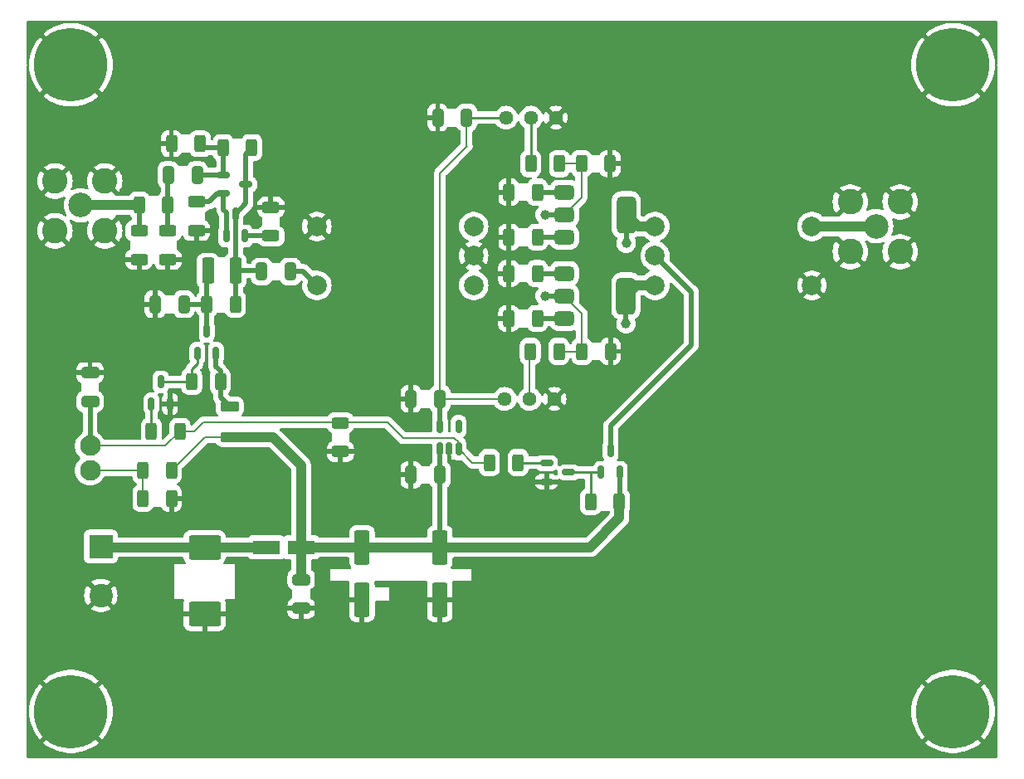
<source format=gbr>
G04 #@! TF.GenerationSoftware,KiCad,Pcbnew,8.0.6*
G04 #@! TF.CreationDate,2024-11-10T21:08:27-05:00*
G04 #@! TF.ProjectId,t41_2_low_power_amplifier,7434315f-325f-46c6-9f77-5f706f776572,rev?*
G04 #@! TF.SameCoordinates,Original*
G04 #@! TF.FileFunction,Copper,L1,Top*
G04 #@! TF.FilePolarity,Positive*
%FSLAX46Y46*%
G04 Gerber Fmt 4.6, Leading zero omitted, Abs format (unit mm)*
G04 Created by KiCad (PCBNEW 8.0.6) date 2024-11-10 21:08:27*
%MOMM*%
%LPD*%
G01*
G04 APERTURE LIST*
G04 Aperture macros list*
%AMRoundRect*
0 Rectangle with rounded corners*
0 $1 Rounding radius*
0 $2 $3 $4 $5 $6 $7 $8 $9 X,Y pos of 4 corners*
0 Add a 4 corners polygon primitive as box body*
4,1,4,$2,$3,$4,$5,$6,$7,$8,$9,$2,$3,0*
0 Add four circle primitives for the rounded corners*
1,1,$1+$1,$2,$3*
1,1,$1+$1,$4,$5*
1,1,$1+$1,$6,$7*
1,1,$1+$1,$8,$9*
0 Add four rect primitives between the rounded corners*
20,1,$1+$1,$2,$3,$4,$5,0*
20,1,$1+$1,$4,$5,$6,$7,0*
20,1,$1+$1,$6,$7,$8,$9,0*
20,1,$1+$1,$8,$9,$2,$3,0*%
G04 Aperture macros list end*
G04 #@! TA.AperFunction,SMDPad,CuDef*
%ADD10RoundRect,0.150000X0.150000X-0.512500X0.150000X0.512500X-0.150000X0.512500X-0.150000X-0.512500X0*%
G04 #@! TD*
G04 #@! TA.AperFunction,SMDPad,CuDef*
%ADD11RoundRect,0.250000X-0.312500X-0.625000X0.312500X-0.625000X0.312500X0.625000X-0.312500X0.625000X0*%
G04 #@! TD*
G04 #@! TA.AperFunction,SMDPad,CuDef*
%ADD12RoundRect,0.250000X0.312500X0.625000X-0.312500X0.625000X-0.312500X-0.625000X0.312500X-0.625000X0*%
G04 #@! TD*
G04 #@! TA.AperFunction,SMDPad,CuDef*
%ADD13RoundRect,0.150000X-0.512500X-0.150000X0.512500X-0.150000X0.512500X0.150000X-0.512500X0.150000X0*%
G04 #@! TD*
G04 #@! TA.AperFunction,SMDPad,CuDef*
%ADD14RoundRect,0.250000X-0.625000X0.312500X-0.625000X-0.312500X0.625000X-0.312500X0.625000X0.312500X0*%
G04 #@! TD*
G04 #@! TA.AperFunction,SMDPad,CuDef*
%ADD15RoundRect,0.250000X0.325000X0.650000X-0.325000X0.650000X-0.325000X-0.650000X0.325000X-0.650000X0*%
G04 #@! TD*
G04 #@! TA.AperFunction,SMDPad,CuDef*
%ADD16RoundRect,0.250000X-0.550000X1.500000X-0.550000X-1.500000X0.550000X-1.500000X0.550000X1.500000X0*%
G04 #@! TD*
G04 #@! TA.AperFunction,ComponentPad*
%ADD17C,1.440000*%
G04 #@! TD*
G04 #@! TA.AperFunction,SMDPad,CuDef*
%ADD18RoundRect,0.250000X-1.400000X-1.000000X1.400000X-1.000000X1.400000X1.000000X-1.400000X1.000000X0*%
G04 #@! TD*
G04 #@! TA.AperFunction,ComponentPad*
%ADD19C,2.000000*%
G04 #@! TD*
G04 #@! TA.AperFunction,SMDPad,CuDef*
%ADD20RoundRect,0.250000X0.625000X-0.312500X0.625000X0.312500X-0.625000X0.312500X-0.625000X-0.312500X0*%
G04 #@! TD*
G04 #@! TA.AperFunction,SMDPad,CuDef*
%ADD21RoundRect,0.250000X-0.375000X-1.075000X0.375000X-1.075000X0.375000X1.075000X-0.375000X1.075000X0*%
G04 #@! TD*
G04 #@! TA.AperFunction,ComponentPad*
%ADD22C,7.500000*%
G04 #@! TD*
G04 #@! TA.AperFunction,SMDPad,CuDef*
%ADD23RoundRect,0.250000X-0.650000X0.325000X-0.650000X-0.325000X0.650000X-0.325000X0.650000X0.325000X0*%
G04 #@! TD*
G04 #@! TA.AperFunction,ComponentPad*
%ADD24C,2.600000*%
G04 #@! TD*
G04 #@! TA.AperFunction,ComponentPad*
%ADD25C,2.500000*%
G04 #@! TD*
G04 #@! TA.AperFunction,SMDPad,CuDef*
%ADD26RoundRect,0.375000X-0.625000X-0.375000X0.625000X-0.375000X0.625000X0.375000X-0.625000X0.375000X0*%
G04 #@! TD*
G04 #@! TA.AperFunction,SMDPad,CuDef*
%ADD27RoundRect,0.500000X-0.500000X-1.400000X0.500000X-1.400000X0.500000X1.400000X-0.500000X1.400000X0*%
G04 #@! TD*
G04 #@! TA.AperFunction,SMDPad,CuDef*
%ADD28R,2.770000X1.470000*%
G04 #@! TD*
G04 #@! TA.AperFunction,ComponentPad*
%ADD29R,2.400000X2.400000*%
G04 #@! TD*
G04 #@! TA.AperFunction,ComponentPad*
%ADD30C,2.400000*%
G04 #@! TD*
G04 #@! TA.AperFunction,ComponentPad*
%ADD31C,2.100000*%
G04 #@! TD*
G04 #@! TA.AperFunction,SMDPad,CuDef*
%ADD32RoundRect,0.250000X0.700000X-0.275000X0.700000X0.275000X-0.700000X0.275000X-0.700000X-0.275000X0*%
G04 #@! TD*
G04 #@! TA.AperFunction,ViaPad*
%ADD33C,1.000000*%
G04 #@! TD*
G04 #@! TA.AperFunction,Conductor*
%ADD34C,0.500000*%
G04 #@! TD*
G04 #@! TA.AperFunction,Conductor*
%ADD35C,0.250000*%
G04 #@! TD*
G04 #@! TA.AperFunction,Conductor*
%ADD36C,1.000000*%
G04 #@! TD*
G04 #@! TA.AperFunction,Conductor*
%ADD37C,0.200000*%
G04 #@! TD*
G04 APERTURE END LIST*
D10*
X142650000Y-94200000D03*
X143600000Y-94200000D03*
X144550000Y-94200000D03*
X144550000Y-91925000D03*
X142650000Y-91925000D03*
D11*
X160962500Y-99600000D03*
X158037500Y-99600000D03*
D12*
X150625000Y-95600000D03*
X147700000Y-95600000D03*
D10*
X159100000Y-96600000D03*
X161000000Y-96600000D03*
X160050000Y-94325000D03*
D13*
X153525000Y-95650000D03*
X153525000Y-97550000D03*
X155800000Y-96600000D03*
D14*
X132500000Y-91537500D03*
X132500000Y-94462500D03*
D11*
X117325000Y-87325000D03*
X120250000Y-87325000D03*
D15*
X142650000Y-96850000D03*
X139700000Y-96850000D03*
D16*
X142640000Y-104236252D03*
X142640000Y-109636252D03*
D17*
X149400000Y-60400000D03*
X151940000Y-60400000D03*
X154480000Y-60400000D03*
D11*
X157075000Y-65100000D03*
X160000000Y-65100000D03*
D15*
X142650000Y-89100000D03*
X139700000Y-89100000D03*
D12*
X160050000Y-84250000D03*
X157125000Y-84250000D03*
D14*
X125400000Y-69550000D03*
X125400000Y-72475000D03*
D12*
X121787500Y-79425000D03*
X118862500Y-79425000D03*
D18*
X118640000Y-104236252D03*
X118640000Y-111036252D03*
D19*
X130100000Y-71500000D03*
X130100000Y-77500000D03*
X146100000Y-77500000D03*
X146100000Y-74500000D03*
X146100000Y-71500000D03*
D11*
X149675000Y-68000000D03*
X152600000Y-68000000D03*
D20*
X117800000Y-71925000D03*
X117800000Y-69000000D03*
D16*
X134690000Y-104236252D03*
X134690000Y-109636252D03*
D21*
X118975000Y-76025000D03*
X121775000Y-76025000D03*
D12*
X115262500Y-96400000D03*
X112337500Y-96400000D03*
D22*
X195000000Y-55000000D03*
D11*
X149662500Y-76300000D03*
X152587500Y-76300000D03*
D15*
X127400000Y-76100000D03*
X124450000Y-76100000D03*
D13*
X120575000Y-66250000D03*
X120575000Y-68150000D03*
X122850000Y-67200000D03*
D15*
X117875000Y-66250000D03*
X114925000Y-66250000D03*
D11*
X115250000Y-63050000D03*
X118175000Y-63050000D03*
D17*
X149260000Y-89100000D03*
X151800000Y-89100000D03*
X154340000Y-89100000D03*
D20*
X114900000Y-74875000D03*
X114900000Y-71950000D03*
D23*
X106950000Y-86425000D03*
X106950000Y-89375000D03*
D22*
X105000000Y-55000000D03*
X195000000Y-121000000D03*
D12*
X115262500Y-99250000D03*
X112337500Y-99250000D03*
D15*
X116525000Y-79450000D03*
X113575000Y-79450000D03*
D24*
X184520000Y-69000000D03*
X184520000Y-74080000D03*
X189600000Y-69000000D03*
X189600000Y-74080000D03*
D25*
X187160000Y-71465000D03*
D11*
X149662500Y-80900000D03*
X152587500Y-80900000D03*
D26*
X155337500Y-76300000D03*
X155337500Y-78600000D03*
X155337500Y-80900000D03*
D27*
X161637500Y-78600000D03*
D28*
X124910000Y-104236252D03*
X128490000Y-104236252D03*
D29*
X108050000Y-104150000D03*
D30*
X108050000Y-109150000D03*
D24*
X103370000Y-66870000D03*
X103370000Y-71950000D03*
X108450000Y-66870000D03*
X108450000Y-71950000D03*
D25*
X106010000Y-69335000D03*
D11*
X120525000Y-63450000D03*
X123450000Y-63450000D03*
D31*
X106950000Y-93900000D03*
X106950000Y-96400000D03*
D32*
X121200000Y-93025000D03*
X121200000Y-89875000D03*
D11*
X113197500Y-92400000D03*
X116122500Y-92400000D03*
D15*
X145375000Y-60400000D03*
X142425000Y-60400000D03*
D11*
X151862500Y-84250000D03*
X154787500Y-84250000D03*
D10*
X117900000Y-84450000D03*
X119800000Y-84450000D03*
X118850000Y-82175000D03*
D26*
X155350000Y-68000000D03*
X155350000Y-70300000D03*
X155350000Y-72600000D03*
D27*
X161650000Y-70300000D03*
D20*
X111950000Y-74862500D03*
X111950000Y-71937500D03*
D10*
X113210000Y-89637500D03*
X115110000Y-89637500D03*
X114160000Y-87362500D03*
D22*
X105000000Y-121000000D03*
D23*
X128490000Y-107536252D03*
X128490000Y-110486252D03*
D11*
X111975000Y-69300000D03*
X114900000Y-69300000D03*
X149675000Y-72600000D03*
X152600000Y-72600000D03*
D12*
X154837500Y-65100000D03*
X151912500Y-65100000D03*
D10*
X120850000Y-72475000D03*
X122750000Y-72475000D03*
X121800000Y-70200000D03*
D19*
X180600000Y-77500000D03*
X180600000Y-71500000D03*
X164600000Y-71500000D03*
X164600000Y-74500000D03*
X164600000Y-77500000D03*
D33*
X145600000Y-90400000D03*
X106900000Y-84600000D03*
X147000000Y-106000000D03*
X159900000Y-104700000D03*
X140900000Y-94600000D03*
X145500000Y-102400000D03*
X144600000Y-96100000D03*
X156400000Y-98100000D03*
X153900000Y-74500000D03*
X162000000Y-75100000D03*
X140500000Y-60400000D03*
X125200000Y-62800000D03*
X120400000Y-81200000D03*
X123400000Y-90200000D03*
X115300000Y-101600000D03*
X126000000Y-96000000D03*
X138600000Y-111500000D03*
X131500000Y-111300000D03*
X118600000Y-113700000D03*
X123400000Y-78000000D03*
X161500000Y-92500000D03*
X169400000Y-84600000D03*
X166800000Y-83000000D03*
X160900000Y-88900000D03*
X166500000Y-78500000D03*
X166500000Y-72400000D03*
X144200000Y-87400000D03*
X141200000Y-86600000D03*
X141200000Y-91800000D03*
X119400000Y-73400000D03*
X113600000Y-77200000D03*
X113500000Y-81600000D03*
X150600000Y-61800000D03*
X144100000Y-68400000D03*
X144100000Y-80600000D03*
X141200000Y-80600000D03*
X141200000Y-68400000D03*
X141200000Y-74500000D03*
X161800000Y-83300000D03*
X161400000Y-67000000D03*
X169800000Y-76600000D03*
X169800000Y-72400000D03*
X171500000Y-74500000D03*
X140500000Y-102300000D03*
X128000000Y-92800000D03*
X114900000Y-76700000D03*
X113300000Y-63300000D03*
X127300000Y-73400000D03*
X111950000Y-76700000D03*
X113300000Y-61900000D03*
X115960000Y-85225000D03*
X124700000Y-67750000D03*
X127500000Y-68700000D03*
X119350000Y-70450000D03*
X116660000Y-89625000D03*
X116850000Y-73650000D03*
X161650000Y-73200000D03*
X161637500Y-81450000D03*
X153400000Y-70300000D03*
X153387500Y-78600000D03*
D34*
X164600000Y-74500000D02*
X168300000Y-78200000D01*
X168300000Y-78200000D02*
X168300000Y-83600000D01*
X168300000Y-83600000D02*
X160050000Y-91850000D01*
X160050000Y-91850000D02*
X160050000Y-94325000D01*
D35*
X155800000Y-96600000D02*
X158000000Y-96600000D01*
X158000000Y-96600000D02*
X159100000Y-96600000D01*
X158037500Y-99600000D02*
X158037500Y-96637500D01*
X158037500Y-96637500D02*
X158000000Y-96600000D01*
D34*
X161000000Y-96600000D02*
X161000000Y-99562500D01*
X161000000Y-99562500D02*
X160962500Y-99600000D01*
D36*
X160962500Y-99600000D02*
X160962500Y-101237500D01*
X160962500Y-101237500D02*
X157963748Y-104236252D01*
X157963748Y-104236252D02*
X142640000Y-104236252D01*
D34*
X142650000Y-96850000D02*
X142650000Y-99100000D01*
X142650000Y-99100000D02*
X142650000Y-104226252D01*
D35*
X150625000Y-95600000D02*
X153475000Y-95600000D01*
X153475000Y-95600000D02*
X153525000Y-95650000D01*
D37*
X144550000Y-94200000D02*
X145950000Y-95600000D01*
X145950000Y-95600000D02*
X147700000Y-95600000D01*
D34*
X121787500Y-79425000D02*
X121787500Y-76037500D01*
X121787500Y-76037500D02*
X121775000Y-76025000D01*
X127400000Y-76100000D02*
X128700000Y-76100000D01*
X128700000Y-76100000D02*
X130100000Y-77500000D01*
X121775000Y-76025000D02*
X124375000Y-76025000D01*
X124375000Y-76025000D02*
X124450000Y-76100000D01*
X118862500Y-79425000D02*
X116550000Y-79425000D01*
D35*
X116550000Y-79425000D02*
X116525000Y-79450000D01*
D34*
X118862500Y-79425000D02*
X118862500Y-76137500D01*
D35*
X118862500Y-76137500D02*
X118975000Y-76025000D01*
D34*
X118850000Y-82175000D02*
X118850000Y-79437500D01*
D35*
X118850000Y-79437500D02*
X118862500Y-79425000D01*
D37*
X142650000Y-66050000D02*
X145400000Y-63300000D01*
X142650000Y-89100000D02*
X142650000Y-66050000D01*
X145400000Y-63300000D02*
X145375000Y-63275000D01*
X145375000Y-63275000D02*
X145375000Y-60400000D01*
D35*
X151912500Y-65100000D02*
X151912500Y-60427500D01*
X151912500Y-60427500D02*
X151940000Y-60400000D01*
X149400000Y-60400000D02*
X145375000Y-60400000D01*
D36*
X180600000Y-71500000D02*
X187125000Y-71500000D01*
X187125000Y-71500000D02*
X187160000Y-71465000D01*
X164600000Y-77500000D02*
X162737500Y-77500000D01*
X162737500Y-77500000D02*
X161637500Y-78600000D01*
X164600000Y-71500000D02*
X162850000Y-71500000D01*
X162850000Y-71500000D02*
X161650000Y-70300000D01*
D34*
X161650000Y-70300000D02*
X161650000Y-73200000D01*
X161637500Y-78600000D02*
X161637500Y-81450000D01*
X155350000Y-70300000D02*
X153400000Y-70300000D01*
D37*
X157075000Y-68575000D02*
X156950000Y-68700000D01*
X157075000Y-65100000D02*
X157075000Y-68575000D01*
X157075000Y-65100000D02*
X154837500Y-65100000D01*
X156950000Y-68700000D02*
X155350000Y-70300000D01*
X157125000Y-80387500D02*
X155337500Y-78600000D01*
X157125000Y-84250000D02*
X157125000Y-80387500D01*
X157125000Y-84250000D02*
X154787500Y-84250000D01*
D34*
X155337500Y-78600000D02*
X153387500Y-78600000D01*
D37*
X138900000Y-93100000D02*
X144100000Y-93100000D01*
X144100000Y-93100000D02*
X144106250Y-93093750D01*
X114622500Y-93900000D02*
X106950000Y-93900000D01*
D35*
X116035000Y-92487500D02*
X116122500Y-92400000D01*
D34*
X106950000Y-93900000D02*
X106950000Y-89375000D01*
D37*
X116122500Y-92400000D02*
X114622500Y-93900000D01*
X116122500Y-92400000D02*
X117600000Y-92400000D01*
X118500000Y-91500000D02*
X137300000Y-91500000D01*
X137300000Y-91500000D02*
X138900000Y-93100000D01*
X144106250Y-93093750D02*
X144550000Y-93537501D01*
X144550000Y-93537501D02*
X144550000Y-94200000D01*
X117600000Y-92400000D02*
X118500000Y-91500000D01*
D36*
X128490000Y-104236252D02*
X128490000Y-107536252D01*
X125625000Y-93025000D02*
X121200000Y-93025000D01*
X128490000Y-95890000D02*
X125625000Y-93025000D01*
D37*
X115262500Y-96400000D02*
X118637500Y-93025000D01*
D36*
X134690000Y-104236252D02*
X142640000Y-104236252D01*
X128490000Y-104236252D02*
X134690000Y-104236252D01*
D34*
X142650000Y-96850000D02*
X142650000Y-94200000D01*
D37*
X118637500Y-93025000D02*
X121200000Y-93025000D01*
D35*
X142650000Y-104226252D02*
X142640000Y-104236252D01*
D36*
X128490000Y-104236252D02*
X128490000Y-95890000D01*
D34*
X142650000Y-91925000D02*
X142650000Y-89100000D01*
D37*
X149260000Y-89100000D02*
X142650000Y-89100000D01*
D34*
X121800000Y-75225000D02*
X121775000Y-75250000D01*
X122850000Y-67200000D02*
X122850000Y-69150000D01*
X122850000Y-67200000D02*
X122850000Y-64100000D01*
X122850000Y-64100000D02*
X123500000Y-63450000D01*
X121800000Y-70200000D02*
X121800000Y-75225000D01*
X122850000Y-69150000D02*
X121800000Y-70200000D01*
D37*
X106950000Y-96400000D02*
X112337500Y-96400000D01*
X112337500Y-99250000D02*
X112337500Y-96400000D01*
D34*
X155337500Y-80900000D02*
X152587500Y-80900000D01*
D35*
X118875000Y-82150000D02*
X118850000Y-82175000D01*
X118840000Y-82165000D02*
X118850000Y-82175000D01*
D36*
X118590000Y-104186252D02*
X118640000Y-104236252D01*
X118640000Y-104236252D02*
X108136252Y-104236252D01*
X118640000Y-104236252D02*
X124910000Y-104236252D01*
X108136252Y-104236252D02*
X108050000Y-104150000D01*
D37*
X151800000Y-89100000D02*
X151800000Y-84312500D01*
X151800000Y-84312500D02*
X151862500Y-84250000D01*
D34*
X120250000Y-86275000D02*
X119800000Y-85825000D01*
X119800000Y-85825000D02*
X119800000Y-84450000D01*
X120250000Y-87325000D02*
X120250000Y-86275000D01*
X120250000Y-88925000D02*
X121200000Y-89875000D01*
X120250000Y-87325000D02*
X120250000Y-88925000D01*
D36*
X111940000Y-69335000D02*
X111975000Y-69300000D01*
D34*
X111950000Y-69325000D02*
X111975000Y-69300000D01*
D36*
X106010000Y-69335000D02*
X111940000Y-69335000D01*
D34*
X111950000Y-71937500D02*
X111950000Y-69325000D01*
X155350000Y-72600000D02*
X152600000Y-72600000D01*
D35*
X117325000Y-86050000D02*
X117900000Y-85475000D01*
X117900000Y-84450000D02*
X117900000Y-85475000D01*
X117325000Y-87325000D02*
X117325000Y-86050000D01*
X114160000Y-87362500D02*
X117287500Y-87362500D01*
X117287500Y-87362500D02*
X117325000Y-87325000D01*
X113197500Y-89650000D02*
X113210000Y-89637500D01*
X113197500Y-92400000D02*
X113197500Y-89650000D01*
D34*
X120575000Y-66250000D02*
X117875000Y-66250000D01*
X120575000Y-63450000D02*
X118575000Y-63450000D01*
X118575000Y-63450000D02*
X118175000Y-63050000D01*
X120575000Y-66250000D02*
X120575000Y-63450000D01*
X114900000Y-69300000D02*
X114900000Y-66275000D01*
X114900000Y-71950000D02*
X114900000Y-69300000D01*
X114900000Y-66275000D02*
X114925000Y-66250000D01*
X120850000Y-70050000D02*
X120575000Y-69775000D01*
X119950000Y-68150000D02*
X119100000Y-69000000D01*
X120575000Y-68150000D02*
X119950000Y-68150000D01*
X119100000Y-69000000D02*
X117800000Y-69000000D01*
X120575000Y-69775000D02*
X120575000Y-68150000D01*
X120850000Y-72475000D02*
X120850000Y-70050000D01*
X122750000Y-72475000D02*
X125400000Y-72475000D01*
X155337500Y-76300000D02*
X152587500Y-76300000D01*
X155350000Y-68000000D02*
X152600000Y-68000000D01*
G04 #@! TA.AperFunction,Conductor*
G36*
X131146131Y-92120185D02*
G01*
X131184636Y-92164271D01*
X131186395Y-92163187D01*
X131190185Y-92169332D01*
X131190186Y-92169334D01*
X131282288Y-92318656D01*
X131282289Y-92318657D01*
X131406344Y-92442712D01*
X131531096Y-92519659D01*
X131577821Y-92571607D01*
X131590000Y-92625198D01*
X131590000Y-93375388D01*
X131570315Y-93442427D01*
X131531097Y-93480926D01*
X131406659Y-93557680D01*
X131406655Y-93557683D01*
X131282684Y-93681654D01*
X131190643Y-93830875D01*
X131190641Y-93830880D01*
X131135494Y-93997302D01*
X131135493Y-93997309D01*
X131125000Y-94100013D01*
X131125000Y-94212500D01*
X133874999Y-94212500D01*
X133874999Y-94100028D01*
X133874998Y-94100013D01*
X133864505Y-93997302D01*
X133809358Y-93830880D01*
X133809356Y-93830875D01*
X133717315Y-93681654D01*
X133593344Y-93557683D01*
X133593340Y-93557680D01*
X133468903Y-93480926D01*
X133422178Y-93428978D01*
X133410000Y-93375388D01*
X133410000Y-92625198D01*
X133429685Y-92558159D01*
X133468904Y-92519659D01*
X133519755Y-92488294D01*
X133593656Y-92442712D01*
X133717712Y-92318656D01*
X133809814Y-92169334D01*
X133809814Y-92169332D01*
X133813605Y-92163187D01*
X133815399Y-92164293D01*
X133854687Y-92119663D01*
X133920908Y-92100500D01*
X136999903Y-92100500D01*
X137066942Y-92120185D01*
X137087583Y-92136818D01*
X138531284Y-93580520D01*
X138531286Y-93580521D01*
X138531290Y-93580524D01*
X138595703Y-93617712D01*
X138668216Y-93659577D01*
X138820943Y-93700501D01*
X138820945Y-93700501D01*
X138986654Y-93700501D01*
X138986670Y-93700500D01*
X141725500Y-93700500D01*
X141792539Y-93720185D01*
X141838294Y-93772989D01*
X141849500Y-93824500D01*
X141849500Y-94778201D01*
X141852401Y-94815067D01*
X141852402Y-94815073D01*
X141894576Y-94960233D01*
X141899500Y-94994828D01*
X141899500Y-95513132D01*
X141879815Y-95580171D01*
X141860616Y-95601346D01*
X141861451Y-95602181D01*
X141732288Y-95731343D01*
X141732287Y-95731344D01*
X141639921Y-95881096D01*
X141587973Y-95927821D01*
X141534382Y-95940000D01*
X140815032Y-95940000D01*
X140747993Y-95920315D01*
X140709494Y-95881097D01*
X140617319Y-95731659D01*
X140617316Y-95731655D01*
X140493345Y-95607684D01*
X140344124Y-95515643D01*
X140344119Y-95515641D01*
X140177697Y-95460494D01*
X140177690Y-95460493D01*
X140074986Y-95450000D01*
X139950000Y-95450000D01*
X139950000Y-98249999D01*
X140074972Y-98249999D01*
X140074986Y-98249998D01*
X140177697Y-98239505D01*
X140344119Y-98184358D01*
X140344124Y-98184356D01*
X140493345Y-98092315D01*
X140617316Y-97968344D01*
X140617319Y-97968340D01*
X140709494Y-97818903D01*
X140761441Y-97772178D01*
X140815032Y-97760000D01*
X141534382Y-97760000D01*
X141601421Y-97779685D01*
X141639921Y-97818904D01*
X141732287Y-97968655D01*
X141861451Y-98097819D01*
X141859559Y-98099710D01*
X141892774Y-98146583D01*
X141899500Y-98186867D01*
X141899500Y-101919205D01*
X141879815Y-101986244D01*
X141827011Y-102031999D01*
X141814505Y-102036911D01*
X141770666Y-102051438D01*
X141621342Y-102143541D01*
X141497289Y-102267594D01*
X141405187Y-102416915D01*
X141405185Y-102416920D01*
X141382377Y-102485752D01*
X141350001Y-102583455D01*
X141350001Y-102583456D01*
X141350000Y-102583456D01*
X141339500Y-102686235D01*
X141339500Y-103111752D01*
X141319815Y-103178791D01*
X141267011Y-103224546D01*
X141215500Y-103235752D01*
X136114499Y-103235752D01*
X136047460Y-103216067D01*
X136001705Y-103163263D01*
X135990499Y-103111752D01*
X135990499Y-102686250D01*
X135990498Y-102686233D01*
X135979999Y-102583455D01*
X135979998Y-102583452D01*
X135969390Y-102551439D01*
X135924814Y-102416918D01*
X135832712Y-102267596D01*
X135708656Y-102143540D01*
X135559334Y-102051438D01*
X135392797Y-101996253D01*
X135392795Y-101996252D01*
X135290010Y-101985752D01*
X134089998Y-101985752D01*
X134089981Y-101985753D01*
X133987203Y-101996252D01*
X133987200Y-101996253D01*
X133820668Y-102051437D01*
X133820663Y-102051439D01*
X133671342Y-102143541D01*
X133547289Y-102267594D01*
X133455187Y-102416915D01*
X133455185Y-102416920D01*
X133432377Y-102485752D01*
X133400001Y-102583455D01*
X133400001Y-102583456D01*
X133400000Y-102583456D01*
X133389500Y-102686235D01*
X133389500Y-103111752D01*
X133369815Y-103178791D01*
X133317011Y-103224546D01*
X133265500Y-103235752D01*
X130363521Y-103235752D01*
X130296482Y-103216067D01*
X130264254Y-103186062D01*
X130232550Y-103143710D01*
X130232547Y-103143707D01*
X130232546Y-103143706D01*
X130206695Y-103124354D01*
X130117335Y-103057458D01*
X130117328Y-103057454D01*
X129982482Y-103007160D01*
X129982483Y-103007160D01*
X129922883Y-103000753D01*
X129922881Y-103000752D01*
X129922873Y-103000752D01*
X129922865Y-103000752D01*
X129614500Y-103000752D01*
X129547461Y-102981067D01*
X129501706Y-102928263D01*
X129490500Y-102876752D01*
X129490500Y-97549986D01*
X138625001Y-97549986D01*
X138635494Y-97652697D01*
X138690641Y-97819119D01*
X138690643Y-97819124D01*
X138782684Y-97968345D01*
X138906654Y-98092315D01*
X139055875Y-98184356D01*
X139055880Y-98184358D01*
X139222302Y-98239505D01*
X139222309Y-98239506D01*
X139325019Y-98249999D01*
X139449999Y-98249999D01*
X139450000Y-98249998D01*
X139450000Y-97100000D01*
X138625001Y-97100000D01*
X138625001Y-97549986D01*
X129490500Y-97549986D01*
X129490500Y-96150013D01*
X138625000Y-96150013D01*
X138625000Y-96600000D01*
X139450000Y-96600000D01*
X139450000Y-95450000D01*
X139325027Y-95450000D01*
X139325012Y-95450001D01*
X139222302Y-95460494D01*
X139055880Y-95515641D01*
X139055875Y-95515643D01*
X138906654Y-95607684D01*
X138782684Y-95731654D01*
X138690643Y-95880875D01*
X138690641Y-95880880D01*
X138635494Y-96047302D01*
X138635493Y-96047309D01*
X138625000Y-96150013D01*
X129490500Y-96150013D01*
X129490500Y-95791456D01*
X129452052Y-95598169D01*
X129452051Y-95598167D01*
X129452051Y-95598165D01*
X129450018Y-95593257D01*
X129446204Y-95584048D01*
X129446192Y-95584021D01*
X129440145Y-95569423D01*
X129417680Y-95515186D01*
X129390680Y-95450001D01*
X129376635Y-95416093D01*
X129376634Y-95416092D01*
X129376632Y-95416086D01*
X129363389Y-95396266D01*
X129267139Y-95252217D01*
X129124686Y-95109764D01*
X129124655Y-95109735D01*
X128839906Y-94824986D01*
X131125001Y-94824986D01*
X131135494Y-94927697D01*
X131190641Y-95094119D01*
X131190643Y-95094124D01*
X131282684Y-95243345D01*
X131406654Y-95367315D01*
X131555875Y-95459356D01*
X131555880Y-95459358D01*
X131722302Y-95514505D01*
X131722309Y-95514506D01*
X131825019Y-95524999D01*
X132249999Y-95524999D01*
X132750000Y-95524999D01*
X133174972Y-95524999D01*
X133174986Y-95524998D01*
X133277697Y-95514505D01*
X133444119Y-95459358D01*
X133444124Y-95459356D01*
X133593345Y-95367315D01*
X133717315Y-95243345D01*
X133809356Y-95094124D01*
X133809358Y-95094119D01*
X133864505Y-94927697D01*
X133864506Y-94927690D01*
X133874999Y-94824986D01*
X133875000Y-94824973D01*
X133875000Y-94712500D01*
X132750000Y-94712500D01*
X132750000Y-95524999D01*
X132249999Y-95524999D01*
X132250000Y-95524998D01*
X132250000Y-94712500D01*
X131125001Y-94712500D01*
X131125001Y-94824986D01*
X128839906Y-94824986D01*
X126406479Y-92391559D01*
X126406459Y-92391537D01*
X126327103Y-92312181D01*
X126293618Y-92250858D01*
X126298602Y-92181166D01*
X126340474Y-92125233D01*
X126405938Y-92100816D01*
X126414784Y-92100500D01*
X131079092Y-92100500D01*
X131146131Y-92120185D01*
G37*
G04 #@! TD.AperFunction*
G04 #@! TA.AperFunction,Conductor*
G36*
X119099144Y-83357685D02*
G01*
X119144899Y-83410489D01*
X119154843Y-83479647D01*
X119134328Y-83527996D01*
X119135890Y-83528920D01*
X119048255Y-83677103D01*
X119048254Y-83677106D01*
X119002402Y-83834926D01*
X119002401Y-83834932D01*
X118999500Y-83871798D01*
X118999500Y-85028201D01*
X119002401Y-85065067D01*
X119002402Y-85065073D01*
X119044576Y-85210233D01*
X119049500Y-85244828D01*
X119049500Y-85898918D01*
X119049500Y-85898920D01*
X119049499Y-85898920D01*
X119078340Y-86043907D01*
X119078343Y-86043917D01*
X119134913Y-86180490D01*
X119134914Y-86180491D01*
X119134916Y-86180495D01*
X119149554Y-86202402D01*
X119180191Y-86248255D01*
X119217051Y-86303420D01*
X119217332Y-86303762D01*
X119217422Y-86303975D01*
X119220433Y-86308481D01*
X119219578Y-86309052D01*
X119244640Y-86368074D01*
X119239179Y-86421423D01*
X119197501Y-86547200D01*
X119197500Y-86547204D01*
X119187000Y-86649983D01*
X119187000Y-88000001D01*
X119187001Y-88000018D01*
X119197500Y-88102796D01*
X119197501Y-88102799D01*
X119252685Y-88269331D01*
X119252687Y-88269336D01*
X119262136Y-88284655D01*
X119338246Y-88408050D01*
X119344789Y-88418657D01*
X119463181Y-88537049D01*
X119496666Y-88598372D01*
X119499500Y-88624730D01*
X119499500Y-88998918D01*
X119499500Y-88998920D01*
X119499499Y-88998920D01*
X119528340Y-89143907D01*
X119528343Y-89143917D01*
X119584913Y-89280490D01*
X119584914Y-89280491D01*
X119584916Y-89280495D01*
X119598672Y-89301082D01*
X119656413Y-89387500D01*
X119667051Y-89403420D01*
X119667052Y-89403421D01*
X119713777Y-89450145D01*
X119747263Y-89511468D01*
X119749252Y-89546814D01*
X119749661Y-89546835D01*
X119749500Y-89549997D01*
X119749500Y-90200001D01*
X119749501Y-90200019D01*
X119760000Y-90302796D01*
X119760001Y-90302799D01*
X119815185Y-90469331D01*
X119815187Y-90469336D01*
X119834100Y-90499999D01*
X119900065Y-90606946D01*
X119907289Y-90618657D01*
X119976451Y-90687819D01*
X120009936Y-90749142D01*
X120004952Y-90818834D01*
X119963080Y-90874767D01*
X119897616Y-90899184D01*
X119888770Y-90899500D01*
X118579057Y-90899500D01*
X118420942Y-90899500D01*
X118268215Y-90940423D01*
X118268214Y-90940423D01*
X118268212Y-90940424D01*
X118268209Y-90940425D01*
X118218096Y-90969359D01*
X118218095Y-90969360D01*
X118174689Y-90994420D01*
X118131285Y-91019479D01*
X118131282Y-91019481D01*
X117392289Y-91758475D01*
X117330966Y-91791960D01*
X117261274Y-91786976D01*
X117205341Y-91745104D01*
X117181250Y-91683395D01*
X117174999Y-91622203D01*
X117174998Y-91622200D01*
X117119814Y-91455666D01*
X117027712Y-91306344D01*
X116903656Y-91182288D01*
X116754334Y-91090186D01*
X116587797Y-91035001D01*
X116587795Y-91035000D01*
X116485010Y-91024500D01*
X115759998Y-91024500D01*
X115759980Y-91024501D01*
X115657203Y-91035000D01*
X115657200Y-91035001D01*
X115490668Y-91090185D01*
X115490663Y-91090187D01*
X115341342Y-91182289D01*
X115217289Y-91306342D01*
X115125187Y-91455663D01*
X115125186Y-91455666D01*
X115070001Y-91622203D01*
X115070001Y-91622204D01*
X115070000Y-91622204D01*
X115059500Y-91724983D01*
X115059500Y-92562402D01*
X115039815Y-92629441D01*
X115023181Y-92650083D01*
X114468531Y-93204733D01*
X114407208Y-93238218D01*
X114337516Y-93233234D01*
X114281583Y-93191362D01*
X114257166Y-93125898D01*
X114257492Y-93104448D01*
X114259942Y-93080470D01*
X114260500Y-93075009D01*
X114260499Y-91724992D01*
X114249999Y-91622203D01*
X114194814Y-91455666D01*
X114102712Y-91306344D01*
X113978656Y-91182288D01*
X113881902Y-91122610D01*
X113835179Y-91070663D01*
X113823000Y-91017072D01*
X113823000Y-90658308D01*
X113842685Y-90591269D01*
X113859321Y-90570625D01*
X113878081Y-90551865D01*
X113961744Y-90410398D01*
X114007598Y-90252569D01*
X114010500Y-90215694D01*
X114010500Y-90215649D01*
X114310000Y-90215649D01*
X114312899Y-90252489D01*
X114312900Y-90252495D01*
X114358716Y-90410193D01*
X114358717Y-90410196D01*
X114442314Y-90551552D01*
X114442321Y-90551561D01*
X114558438Y-90667678D01*
X114558447Y-90667685D01*
X114699801Y-90751281D01*
X114857514Y-90797100D01*
X114857511Y-90797100D01*
X114859998Y-90797295D01*
X114860000Y-90797295D01*
X115360000Y-90797295D01*
X115360001Y-90797295D01*
X115362486Y-90797100D01*
X115520198Y-90751281D01*
X115661552Y-90667685D01*
X115661561Y-90667678D01*
X115777678Y-90551561D01*
X115777685Y-90551552D01*
X115861282Y-90410196D01*
X115861283Y-90410193D01*
X115907099Y-90252495D01*
X115907100Y-90252489D01*
X115909999Y-90215649D01*
X115910000Y-90215634D01*
X115910000Y-89887500D01*
X115360000Y-89887500D01*
X115360000Y-90797295D01*
X114860000Y-90797295D01*
X114860000Y-89887500D01*
X114310000Y-89887500D01*
X114310000Y-90215649D01*
X114010500Y-90215649D01*
X114010500Y-89059306D01*
X114007598Y-89022431D01*
X114001076Y-88999983D01*
X113971215Y-88897200D01*
X113961744Y-88864602D01*
X113878081Y-88723135D01*
X113874110Y-88716420D01*
X113875928Y-88715344D01*
X113854381Y-88660468D01*
X113868059Y-88591950D01*
X113916609Y-88541704D01*
X113977895Y-88525500D01*
X114342742Y-88525500D01*
X114409781Y-88545185D01*
X114455536Y-88597989D01*
X114465480Y-88667147D01*
X114444814Y-88715857D01*
X114446288Y-88716729D01*
X114358717Y-88864803D01*
X114358716Y-88864806D01*
X114312900Y-89022504D01*
X114312899Y-89022510D01*
X114310000Y-89059350D01*
X114310000Y-89387500D01*
X114860000Y-89387500D01*
X115360000Y-89387500D01*
X115910000Y-89387500D01*
X115910000Y-89059365D01*
X115909999Y-89059350D01*
X115907100Y-89022510D01*
X115907099Y-89022504D01*
X115861283Y-88864806D01*
X115861282Y-88864803D01*
X115777685Y-88723447D01*
X115777678Y-88723438D01*
X115661561Y-88607321D01*
X115661552Y-88607314D01*
X115520196Y-88523717D01*
X115520193Y-88523716D01*
X115362494Y-88477900D01*
X115362497Y-88477900D01*
X115360000Y-88477703D01*
X115360000Y-89387500D01*
X114860000Y-89387500D01*
X114860000Y-88477702D01*
X114833765Y-88453461D01*
X114797887Y-88393507D01*
X114800118Y-88323673D01*
X114824533Y-88283988D01*
X114823298Y-88283031D01*
X114828075Y-88276870D01*
X114828081Y-88276865D01*
X114911744Y-88135398D01*
X114922202Y-88099400D01*
X114928593Y-88077405D01*
X114966199Y-88018519D01*
X115029672Y-87989313D01*
X115047669Y-87988000D01*
X116148796Y-87988000D01*
X116215835Y-88007685D01*
X116261590Y-88060489D01*
X116272154Y-88099400D01*
X116272500Y-88102796D01*
X116272501Y-88102799D01*
X116327685Y-88269331D01*
X116327687Y-88269336D01*
X116337136Y-88284655D01*
X116419788Y-88418656D01*
X116543844Y-88542712D01*
X116693166Y-88634814D01*
X116859703Y-88689999D01*
X116962491Y-88700500D01*
X117687508Y-88700499D01*
X117687516Y-88700498D01*
X117687519Y-88700498D01*
X117743802Y-88694748D01*
X117790297Y-88689999D01*
X117956834Y-88634814D01*
X118106156Y-88542712D01*
X118230212Y-88418656D01*
X118322314Y-88269334D01*
X118377499Y-88102797D01*
X118388000Y-88000009D01*
X118387999Y-86649992D01*
X118377499Y-86547203D01*
X118322314Y-86380666D01*
X118230212Y-86231344D01*
X118216909Y-86218041D01*
X118183424Y-86156718D01*
X118188408Y-86087026D01*
X118216906Y-86042683D01*
X118298729Y-85960860D01*
X118298733Y-85960858D01*
X118385858Y-85873733D01*
X118454311Y-85771286D01*
X118454312Y-85771285D01*
X118454313Y-85771282D01*
X118454315Y-85771279D01*
X118482807Y-85702490D01*
X118501463Y-85657451D01*
X118525500Y-85536607D01*
X118525500Y-85458308D01*
X118545185Y-85391269D01*
X118561817Y-85370628D01*
X118568081Y-85364365D01*
X118651744Y-85222898D01*
X118697598Y-85065069D01*
X118700500Y-85028194D01*
X118700500Y-83871806D01*
X118697598Y-83834931D01*
X118692945Y-83818917D01*
X118651745Y-83677106D01*
X118651744Y-83677103D01*
X118651744Y-83677102D01*
X118577807Y-83552080D01*
X118564110Y-83528920D01*
X118565928Y-83527844D01*
X118544381Y-83472968D01*
X118558059Y-83404450D01*
X118606609Y-83354204D01*
X118667895Y-83338000D01*
X119032105Y-83338000D01*
X119099144Y-83357685D01*
G37*
G04 #@! TD.AperFunction*
G04 #@! TA.AperFunction,Conductor*
G36*
X199442539Y-50520185D02*
G01*
X199488294Y-50572989D01*
X199499500Y-50624500D01*
X199499500Y-54927373D01*
X199479815Y-54994412D01*
X199471757Y-55001393D01*
X199496005Y-55043392D01*
X199499500Y-55072626D01*
X199499500Y-120927373D01*
X199479815Y-120994412D01*
X199471757Y-121001393D01*
X199496005Y-121043392D01*
X199499500Y-121072626D01*
X199499500Y-125625500D01*
X199479815Y-125692539D01*
X199427011Y-125738294D01*
X199375500Y-125749500D01*
X100624500Y-125749500D01*
X100557461Y-125729815D01*
X100511706Y-125677011D01*
X100500500Y-125625500D01*
X100500500Y-121072626D01*
X100520185Y-121005587D01*
X100523400Y-121002801D01*
X100721054Y-121002801D01*
X100743477Y-121037691D01*
X100748360Y-121066726D01*
X100764447Y-121404450D01*
X100822071Y-121805231D01*
X100917531Y-122198722D01*
X100917534Y-122198733D01*
X101049956Y-122581340D01*
X101049966Y-122581365D01*
X101218168Y-122949675D01*
X101420621Y-123300335D01*
X101420627Y-123300343D01*
X101655485Y-123630154D01*
X101822985Y-123823460D01*
X103313098Y-122333347D01*
X103380076Y-122420635D01*
X103579365Y-122619924D01*
X103666650Y-122686900D01*
X102174928Y-124178622D01*
X102213676Y-124215568D01*
X102213695Y-124215585D01*
X102531968Y-124465877D01*
X102872594Y-124684782D01*
X103232485Y-124870319D01*
X103608383Y-125020806D01*
X103608395Y-125020810D01*
X103996882Y-125134880D01*
X103996899Y-125134884D01*
X104394460Y-125211508D01*
X104394472Y-125211510D01*
X104797554Y-125250000D01*
X105202446Y-125250000D01*
X105605527Y-125211510D01*
X105605539Y-125211508D01*
X106003100Y-125134884D01*
X106003117Y-125134880D01*
X106391604Y-125020810D01*
X106391616Y-125020806D01*
X106767507Y-124870322D01*
X106767511Y-124870320D01*
X107127406Y-124684782D01*
X107468031Y-124465877D01*
X107786314Y-124215578D01*
X107825069Y-124178622D01*
X106333348Y-122686901D01*
X106420635Y-122619924D01*
X106619924Y-122420635D01*
X106686901Y-122333348D01*
X108177012Y-123823459D01*
X108344512Y-123630156D01*
X108344523Y-123630143D01*
X108579372Y-123300343D01*
X108579378Y-123300335D01*
X108781831Y-122949675D01*
X108950033Y-122581365D01*
X108950043Y-122581340D01*
X109082465Y-122198733D01*
X109082468Y-122198722D01*
X109177928Y-121805231D01*
X109235552Y-121404450D01*
X109254818Y-121000000D01*
X190745181Y-121000000D01*
X190764447Y-121404450D01*
X190822071Y-121805231D01*
X190917531Y-122198722D01*
X190917534Y-122198733D01*
X191049956Y-122581340D01*
X191049966Y-122581365D01*
X191218168Y-122949675D01*
X191420621Y-123300335D01*
X191420627Y-123300343D01*
X191655485Y-123630154D01*
X191822985Y-123823460D01*
X193313098Y-122333347D01*
X193380076Y-122420635D01*
X193579365Y-122619924D01*
X193666650Y-122686900D01*
X192174928Y-124178622D01*
X192213676Y-124215568D01*
X192213695Y-124215585D01*
X192531968Y-124465877D01*
X192872594Y-124684782D01*
X193232485Y-124870319D01*
X193608383Y-125020806D01*
X193608395Y-125020810D01*
X193996882Y-125134880D01*
X193996899Y-125134884D01*
X194394460Y-125211508D01*
X194394472Y-125211510D01*
X194797554Y-125250000D01*
X195202446Y-125250000D01*
X195605527Y-125211510D01*
X195605539Y-125211508D01*
X196003100Y-125134884D01*
X196003117Y-125134880D01*
X196391604Y-125020810D01*
X196391616Y-125020806D01*
X196767507Y-124870322D01*
X196767511Y-124870320D01*
X197127406Y-124684782D01*
X197468031Y-124465877D01*
X197786314Y-124215578D01*
X197825069Y-124178622D01*
X196333348Y-122686901D01*
X196420635Y-122619924D01*
X196619924Y-122420635D01*
X196686901Y-122333348D01*
X198177012Y-123823459D01*
X198344512Y-123630156D01*
X198344523Y-123630143D01*
X198579372Y-123300343D01*
X198579378Y-123300335D01*
X198781831Y-122949675D01*
X198950033Y-122581365D01*
X198950043Y-122581340D01*
X199082465Y-122198733D01*
X199082468Y-122198722D01*
X199177928Y-121805231D01*
X199235552Y-121404450D01*
X199251640Y-121066726D01*
X199274493Y-121000699D01*
X199278945Y-120997197D01*
X199256523Y-120962308D01*
X199251640Y-120933273D01*
X199235552Y-120595549D01*
X199177928Y-120194768D01*
X199082468Y-119801277D01*
X199082465Y-119801266D01*
X198950043Y-119418659D01*
X198950033Y-119418634D01*
X198781831Y-119050324D01*
X198579378Y-118699664D01*
X198579372Y-118699656D01*
X198344523Y-118369856D01*
X198344512Y-118369843D01*
X198177013Y-118176538D01*
X196686900Y-119666650D01*
X196619924Y-119579365D01*
X196420635Y-119380076D01*
X196333348Y-119313098D01*
X197825070Y-117821376D01*
X197786323Y-117784431D01*
X197786304Y-117784414D01*
X197468031Y-117534122D01*
X197127406Y-117315217D01*
X196767511Y-117129679D01*
X196767507Y-117129677D01*
X196391616Y-116979193D01*
X196391604Y-116979189D01*
X196003117Y-116865119D01*
X196003100Y-116865115D01*
X195605539Y-116788491D01*
X195605527Y-116788489D01*
X195202446Y-116750000D01*
X194797554Y-116750000D01*
X194394472Y-116788489D01*
X194394460Y-116788491D01*
X193996899Y-116865115D01*
X193996882Y-116865119D01*
X193608395Y-116979189D01*
X193608383Y-116979193D01*
X193232485Y-117129680D01*
X192872594Y-117315217D01*
X192531968Y-117534122D01*
X192213685Y-117784421D01*
X192213673Y-117784432D01*
X192174929Y-117821375D01*
X192174929Y-117821376D01*
X193666651Y-119313098D01*
X193579365Y-119380076D01*
X193380076Y-119579365D01*
X193313098Y-119666651D01*
X191822986Y-118176539D01*
X191655485Y-118369845D01*
X191420627Y-118699656D01*
X191420621Y-118699664D01*
X191218168Y-119050324D01*
X191049966Y-119418634D01*
X191049956Y-119418659D01*
X190917534Y-119801266D01*
X190917531Y-119801277D01*
X190822071Y-120194768D01*
X190764447Y-120595549D01*
X190745181Y-121000000D01*
X109254818Y-121000000D01*
X109235552Y-120595549D01*
X109177928Y-120194768D01*
X109082468Y-119801277D01*
X109082465Y-119801266D01*
X108950043Y-119418659D01*
X108950033Y-119418634D01*
X108781831Y-119050324D01*
X108579378Y-118699664D01*
X108579372Y-118699656D01*
X108344523Y-118369856D01*
X108344512Y-118369843D01*
X108177013Y-118176538D01*
X106686900Y-119666650D01*
X106619924Y-119579365D01*
X106420635Y-119380076D01*
X106333348Y-119313098D01*
X107825070Y-117821376D01*
X107786323Y-117784431D01*
X107786304Y-117784414D01*
X107468031Y-117534122D01*
X107127406Y-117315217D01*
X106767511Y-117129679D01*
X106767507Y-117129677D01*
X106391616Y-116979193D01*
X106391604Y-116979189D01*
X106003117Y-116865119D01*
X106003100Y-116865115D01*
X105605539Y-116788491D01*
X105605527Y-116788489D01*
X105202446Y-116750000D01*
X104797554Y-116750000D01*
X104394472Y-116788489D01*
X104394460Y-116788491D01*
X103996899Y-116865115D01*
X103996882Y-116865119D01*
X103608395Y-116979189D01*
X103608383Y-116979193D01*
X103232485Y-117129680D01*
X102872594Y-117315217D01*
X102531968Y-117534122D01*
X102213685Y-117784421D01*
X102213673Y-117784432D01*
X102174929Y-117821375D01*
X102174929Y-117821376D01*
X103666651Y-119313098D01*
X103579365Y-119380076D01*
X103380076Y-119579365D01*
X103313098Y-119666651D01*
X101822986Y-118176539D01*
X101655485Y-118369845D01*
X101420627Y-118699656D01*
X101420621Y-118699664D01*
X101218168Y-119050324D01*
X101049966Y-119418634D01*
X101049956Y-119418659D01*
X100917534Y-119801266D01*
X100917531Y-119801277D01*
X100822071Y-120194768D01*
X100764447Y-120595549D01*
X100748360Y-120933273D01*
X100725507Y-120999300D01*
X100721054Y-121002801D01*
X100523400Y-121002801D01*
X100528242Y-120998605D01*
X100503995Y-120956607D01*
X100500500Y-120927373D01*
X100500500Y-112086238D01*
X116490001Y-112086238D01*
X116500494Y-112188949D01*
X116555641Y-112355371D01*
X116555643Y-112355376D01*
X116647684Y-112504597D01*
X116771654Y-112628567D01*
X116920875Y-112720608D01*
X116920880Y-112720610D01*
X117087302Y-112775757D01*
X117087309Y-112775758D01*
X117190019Y-112786251D01*
X118389999Y-112786251D01*
X118890000Y-112786251D01*
X120089972Y-112786251D01*
X120089986Y-112786250D01*
X120192697Y-112775757D01*
X120359119Y-112720610D01*
X120359124Y-112720608D01*
X120508345Y-112628567D01*
X120632315Y-112504597D01*
X120724356Y-112355376D01*
X120724358Y-112355371D01*
X120779505Y-112188949D01*
X120779506Y-112188942D01*
X120789999Y-112086238D01*
X120790000Y-112086225D01*
X120790000Y-111286252D01*
X118890000Y-111286252D01*
X118890000Y-112786251D01*
X118389999Y-112786251D01*
X118390000Y-112786250D01*
X118390000Y-111286252D01*
X116490001Y-111286252D01*
X116490001Y-112086238D01*
X100500500Y-112086238D01*
X100500500Y-110861238D01*
X127090001Y-110861238D01*
X127100494Y-110963949D01*
X127155641Y-111130371D01*
X127155643Y-111130376D01*
X127247684Y-111279597D01*
X127371654Y-111403567D01*
X127520875Y-111495608D01*
X127520880Y-111495610D01*
X127687302Y-111550757D01*
X127687309Y-111550758D01*
X127790019Y-111561251D01*
X128239999Y-111561251D01*
X128740000Y-111561251D01*
X129189972Y-111561251D01*
X129189986Y-111561250D01*
X129292697Y-111550757D01*
X129459119Y-111495610D01*
X129459124Y-111495608D01*
X129608345Y-111403567D01*
X129732315Y-111279597D01*
X129789900Y-111186238D01*
X133390001Y-111186238D01*
X133400494Y-111288949D01*
X133455641Y-111455371D01*
X133455643Y-111455376D01*
X133547684Y-111604597D01*
X133671654Y-111728567D01*
X133820875Y-111820608D01*
X133820880Y-111820610D01*
X133987302Y-111875757D01*
X133987309Y-111875758D01*
X134090019Y-111886251D01*
X134439999Y-111886251D01*
X134440000Y-111886250D01*
X134440000Y-109886252D01*
X133390001Y-109886252D01*
X133390001Y-111186238D01*
X129789900Y-111186238D01*
X129824356Y-111130376D01*
X129824358Y-111130371D01*
X129879505Y-110963949D01*
X129879506Y-110963942D01*
X129889999Y-110861238D01*
X129890000Y-110861225D01*
X129890000Y-110736252D01*
X128740000Y-110736252D01*
X128740000Y-111561251D01*
X128239999Y-111561251D01*
X128240000Y-111561250D01*
X128240000Y-110736252D01*
X127090001Y-110736252D01*
X127090001Y-110861238D01*
X100500500Y-110861238D01*
X100500500Y-109149995D01*
X106345233Y-109149995D01*
X106345233Y-109150004D01*
X106364273Y-109404079D01*
X106420968Y-109652477D01*
X106420973Y-109652494D01*
X106514058Y-109889671D01*
X106514057Y-109889671D01*
X106641454Y-110110327D01*
X106641461Y-110110338D01*
X106683452Y-110162991D01*
X106683453Y-110162992D01*
X107485387Y-109361058D01*
X107490889Y-109381591D01*
X107569881Y-109518408D01*
X107681592Y-109630119D01*
X107818409Y-109709111D01*
X107838940Y-109714612D01*
X107036813Y-110516738D01*
X107197616Y-110626371D01*
X107197624Y-110626376D01*
X107427176Y-110736921D01*
X107427174Y-110736921D01*
X107670652Y-110812024D01*
X107670658Y-110812026D01*
X107922595Y-110849999D01*
X107922604Y-110850000D01*
X108177396Y-110850000D01*
X108177404Y-110849999D01*
X108429341Y-110812026D01*
X108429347Y-110812024D01*
X108672824Y-110736921D01*
X108902376Y-110626376D01*
X108902377Y-110626375D01*
X109063185Y-110516738D01*
X108261060Y-109714612D01*
X108281591Y-109709111D01*
X108418408Y-109630119D01*
X108530119Y-109518408D01*
X108609111Y-109381591D01*
X108614612Y-109361059D01*
X109416544Y-110162992D01*
X109416546Y-110162991D01*
X109458544Y-110110330D01*
X109585941Y-109889671D01*
X109679026Y-109652494D01*
X109679031Y-109652477D01*
X109735726Y-109404079D01*
X109754767Y-109150004D01*
X109754767Y-109149995D01*
X109735726Y-108895920D01*
X109679031Y-108647522D01*
X109679026Y-108647505D01*
X109585941Y-108410328D01*
X109585942Y-108410328D01*
X109458545Y-108189672D01*
X109416545Y-108137006D01*
X108614612Y-108938939D01*
X108609111Y-108918409D01*
X108530119Y-108781592D01*
X108418408Y-108669881D01*
X108281591Y-108590889D01*
X108261059Y-108585387D01*
X109063185Y-107783260D01*
X108902384Y-107673628D01*
X108902376Y-107673623D01*
X108672823Y-107563078D01*
X108672825Y-107563078D01*
X108429347Y-107487975D01*
X108429341Y-107487973D01*
X108177404Y-107450000D01*
X107922595Y-107450000D01*
X107670658Y-107487973D01*
X107670652Y-107487975D01*
X107427175Y-107563078D01*
X107197622Y-107673625D01*
X107197609Y-107673632D01*
X107036813Y-107783259D01*
X107838941Y-108585387D01*
X107818409Y-108590889D01*
X107681592Y-108669881D01*
X107569881Y-108781592D01*
X107490889Y-108918409D01*
X107485387Y-108938940D01*
X106683452Y-108137006D01*
X106641457Y-108189667D01*
X106514058Y-108410328D01*
X106420973Y-108647505D01*
X106420968Y-108647522D01*
X106364273Y-108895920D01*
X106345233Y-109149995D01*
X100500500Y-109149995D01*
X100500500Y-86050013D01*
X105550000Y-86050013D01*
X105550000Y-86175000D01*
X106700000Y-86175000D01*
X107200000Y-86175000D01*
X108349999Y-86175000D01*
X108349999Y-86050028D01*
X108349998Y-86050013D01*
X108339505Y-85947302D01*
X108284358Y-85780880D01*
X108284356Y-85780875D01*
X108192315Y-85631654D01*
X108068345Y-85507684D01*
X107919124Y-85415643D01*
X107919119Y-85415641D01*
X107752697Y-85360494D01*
X107752690Y-85360493D01*
X107649986Y-85350000D01*
X107200000Y-85350000D01*
X107200000Y-86175000D01*
X106700000Y-86175000D01*
X106700000Y-85350000D01*
X106250028Y-85350000D01*
X106250012Y-85350001D01*
X106147302Y-85360494D01*
X105980880Y-85415641D01*
X105980875Y-85415643D01*
X105831654Y-85507684D01*
X105707684Y-85631654D01*
X105615643Y-85780875D01*
X105615641Y-85780880D01*
X105560494Y-85947302D01*
X105560493Y-85947309D01*
X105550000Y-86050013D01*
X100500500Y-86050013D01*
X100500500Y-80149986D01*
X112500001Y-80149986D01*
X112510494Y-80252697D01*
X112565641Y-80419119D01*
X112565643Y-80419124D01*
X112657684Y-80568345D01*
X112781654Y-80692315D01*
X112930875Y-80784356D01*
X112930880Y-80784358D01*
X113097302Y-80839505D01*
X113097309Y-80839506D01*
X113200019Y-80849999D01*
X113324999Y-80849999D01*
X113325000Y-80849998D01*
X113325000Y-79700000D01*
X112500001Y-79700000D01*
X112500001Y-80149986D01*
X100500500Y-80149986D01*
X100500500Y-78750013D01*
X112500000Y-78750013D01*
X112500000Y-79200000D01*
X113325000Y-79200000D01*
X113325000Y-78050000D01*
X113200027Y-78050000D01*
X113200012Y-78050001D01*
X113097302Y-78060494D01*
X112930880Y-78115641D01*
X112930875Y-78115643D01*
X112781654Y-78207684D01*
X112657684Y-78331654D01*
X112565643Y-78480875D01*
X112565641Y-78480880D01*
X112510494Y-78647302D01*
X112510493Y-78647309D01*
X112500000Y-78750013D01*
X100500500Y-78750013D01*
X100500500Y-75224986D01*
X110575001Y-75224986D01*
X110585494Y-75327697D01*
X110640641Y-75494119D01*
X110640643Y-75494124D01*
X110732684Y-75643345D01*
X110856654Y-75767315D01*
X111005875Y-75859356D01*
X111005880Y-75859358D01*
X111172302Y-75914505D01*
X111172309Y-75914506D01*
X111275019Y-75924999D01*
X111699999Y-75924999D01*
X111700000Y-75924998D01*
X111700000Y-75112500D01*
X110575001Y-75112500D01*
X110575001Y-75224986D01*
X100500500Y-75224986D01*
X100500500Y-66869995D01*
X101564953Y-66869995D01*
X101564953Y-66870004D01*
X101585113Y-67139026D01*
X101585113Y-67139028D01*
X101645142Y-67402033D01*
X101645148Y-67402052D01*
X101743709Y-67653181D01*
X101743708Y-67653181D01*
X101878602Y-67886822D01*
X101932294Y-67954151D01*
X101932295Y-67954151D01*
X102654153Y-67232293D01*
X102661049Y-67248942D01*
X102748599Y-67379970D01*
X102860030Y-67491401D01*
X102991058Y-67578951D01*
X103007705Y-67585846D01*
X102284848Y-68308702D01*
X102467483Y-68433220D01*
X102467485Y-68433221D01*
X102710539Y-68550269D01*
X102710537Y-68550269D01*
X102968337Y-68629790D01*
X102968343Y-68629792D01*
X103235101Y-68669999D01*
X103235110Y-68670000D01*
X103504890Y-68670000D01*
X103504898Y-68669999D01*
X103771656Y-68629792D01*
X103771662Y-68629790D01*
X104029458Y-68550270D01*
X104247927Y-68445061D01*
X104316869Y-68433709D01*
X104381003Y-68461431D01*
X104419969Y-68519426D01*
X104421394Y-68589281D01*
X104417158Y-68602081D01*
X104336817Y-68806790D01*
X104332578Y-68817590D01*
X104332576Y-68817597D01*
X104274197Y-69073374D01*
X104274196Y-69073379D01*
X104254592Y-69334995D01*
X104254592Y-69335004D01*
X104274196Y-69596620D01*
X104274197Y-69596625D01*
X104274197Y-69596629D01*
X104274198Y-69596630D01*
X104282233Y-69631834D01*
X104331781Y-69848918D01*
X104332580Y-69852416D01*
X104332582Y-69852421D01*
X104428432Y-70096643D01*
X104534256Y-70279937D01*
X104550729Y-70347837D01*
X104527876Y-70413864D01*
X104472955Y-70457055D01*
X104403402Y-70463696D01*
X104357017Y-70444390D01*
X104272526Y-70386784D01*
X104272516Y-70386778D01*
X104029460Y-70269730D01*
X104029462Y-70269730D01*
X103771662Y-70190209D01*
X103771656Y-70190207D01*
X103504898Y-70150000D01*
X103235101Y-70150000D01*
X102968343Y-70190207D01*
X102968337Y-70190209D01*
X102710538Y-70269730D01*
X102467485Y-70386778D01*
X102467476Y-70386783D01*
X102284848Y-70511296D01*
X103007705Y-71234153D01*
X102991058Y-71241049D01*
X102860030Y-71328599D01*
X102748599Y-71440030D01*
X102661049Y-71571058D01*
X102654153Y-71587706D01*
X101932295Y-70865848D01*
X101878600Y-70933180D01*
X101743709Y-71166818D01*
X101645148Y-71417947D01*
X101645142Y-71417966D01*
X101585113Y-71680971D01*
X101585113Y-71680973D01*
X101564953Y-71949995D01*
X101564953Y-71950004D01*
X101585113Y-72219026D01*
X101585113Y-72219028D01*
X101645142Y-72482033D01*
X101645148Y-72482052D01*
X101743709Y-72733181D01*
X101743708Y-72733181D01*
X101878602Y-72966822D01*
X101932294Y-73034151D01*
X101932295Y-73034151D01*
X102654153Y-72312293D01*
X102661049Y-72328942D01*
X102748599Y-72459970D01*
X102860030Y-72571401D01*
X102991058Y-72658951D01*
X103007705Y-72665846D01*
X102284848Y-73388702D01*
X102467483Y-73513220D01*
X102467485Y-73513221D01*
X102710539Y-73630269D01*
X102710537Y-73630269D01*
X102968337Y-73709790D01*
X102968343Y-73709792D01*
X103235101Y-73749999D01*
X103235110Y-73750000D01*
X103504890Y-73750000D01*
X103504898Y-73749999D01*
X103771656Y-73709792D01*
X103771662Y-73709790D01*
X104029461Y-73630269D01*
X104272521Y-73513218D01*
X104455150Y-73388702D01*
X103732294Y-72665846D01*
X103748942Y-72658951D01*
X103879970Y-72571401D01*
X103991401Y-72459970D01*
X104078951Y-72328942D01*
X104085846Y-72312294D01*
X104807703Y-73034151D01*
X104807704Y-73034150D01*
X104861393Y-72966828D01*
X104861400Y-72966817D01*
X104996290Y-72733181D01*
X105094851Y-72482052D01*
X105094857Y-72482033D01*
X105154886Y-72219028D01*
X105154886Y-72219026D01*
X105175047Y-71950004D01*
X105175047Y-71949995D01*
X105154886Y-71680973D01*
X105154886Y-71680971D01*
X105094857Y-71417966D01*
X105094851Y-71417947D01*
X104996290Y-71166818D01*
X104996291Y-71166818D01*
X104882961Y-70970527D01*
X104866488Y-70902627D01*
X104889340Y-70836600D01*
X104944261Y-70793410D01*
X105013815Y-70786768D01*
X105060197Y-70806071D01*
X105132296Y-70855228D01*
X105132301Y-70855230D01*
X105132302Y-70855231D01*
X105132303Y-70855232D01*
X105223621Y-70899208D01*
X105368673Y-70969061D01*
X105368674Y-70969061D01*
X105368677Y-70969063D01*
X105619385Y-71046396D01*
X105878818Y-71085500D01*
X106141182Y-71085500D01*
X106400615Y-71046396D01*
X106651323Y-70969063D01*
X106686056Y-70952336D01*
X106754994Y-70940985D01*
X106819128Y-70968706D01*
X106858094Y-71026701D01*
X106859520Y-71096556D01*
X106847243Y-71126056D01*
X106823708Y-71166820D01*
X106725148Y-71417947D01*
X106725142Y-71417966D01*
X106665113Y-71680971D01*
X106665113Y-71680973D01*
X106644953Y-71949995D01*
X106644953Y-71950004D01*
X106665113Y-72219026D01*
X106665113Y-72219028D01*
X106725142Y-72482033D01*
X106725148Y-72482052D01*
X106823709Y-72733181D01*
X106823708Y-72733181D01*
X106958602Y-72966822D01*
X107012294Y-73034151D01*
X107734152Y-72312293D01*
X107741049Y-72328942D01*
X107828599Y-72459970D01*
X107940030Y-72571401D01*
X108071058Y-72658951D01*
X108087705Y-72665846D01*
X107364848Y-73388702D01*
X107547483Y-73513220D01*
X107547485Y-73513221D01*
X107790539Y-73630269D01*
X107790537Y-73630269D01*
X108048337Y-73709790D01*
X108048343Y-73709792D01*
X108315101Y-73749999D01*
X108315110Y-73750000D01*
X108584890Y-73750000D01*
X108584898Y-73749999D01*
X108851656Y-73709792D01*
X108851662Y-73709790D01*
X109109461Y-73630269D01*
X109352521Y-73513218D01*
X109535150Y-73388702D01*
X108812294Y-72665846D01*
X108828942Y-72658951D01*
X108959970Y-72571401D01*
X109071401Y-72459970D01*
X109158951Y-72328942D01*
X109165846Y-72312294D01*
X109887703Y-73034151D01*
X109887704Y-73034150D01*
X109941393Y-72966828D01*
X109941400Y-72966817D01*
X110076290Y-72733181D01*
X110174851Y-72482052D01*
X110174857Y-72482033D01*
X110234886Y-72219028D01*
X110234886Y-72219026D01*
X110255047Y-71950004D01*
X110255047Y-71949995D01*
X110234886Y-71680973D01*
X110234886Y-71680971D01*
X110174857Y-71417966D01*
X110174851Y-71417947D01*
X110076290Y-71166818D01*
X110076291Y-71166818D01*
X109941397Y-70933177D01*
X109887704Y-70865847D01*
X109165846Y-71587705D01*
X109158951Y-71571058D01*
X109071401Y-71440030D01*
X108959970Y-71328599D01*
X108828942Y-71241049D01*
X108812293Y-71234153D01*
X109535150Y-70511296D01*
X109531379Y-70471077D01*
X109544718Y-70402493D01*
X109593020Y-70352008D01*
X109654837Y-70335500D01*
X110964710Y-70335500D01*
X111031749Y-70355185D01*
X111064544Y-70388592D01*
X111065307Y-70387989D01*
X111069788Y-70393656D01*
X111163181Y-70487049D01*
X111196666Y-70548372D01*
X111199500Y-70574730D01*
X111199500Y-70786414D01*
X111179815Y-70853453D01*
X111127011Y-70899208D01*
X111114505Y-70904120D01*
X111005666Y-70940186D01*
X111005663Y-70940187D01*
X110856342Y-71032289D01*
X110732289Y-71156342D01*
X110640187Y-71305663D01*
X110640185Y-71305668D01*
X110621931Y-71360755D01*
X110585001Y-71472203D01*
X110585001Y-71472204D01*
X110585000Y-71472204D01*
X110574500Y-71574983D01*
X110574500Y-72300001D01*
X110574501Y-72300019D01*
X110585000Y-72402796D01*
X110585001Y-72402799D01*
X110630366Y-72539699D01*
X110640186Y-72569334D01*
X110732288Y-72718656D01*
X110856344Y-72842712D01*
X110914145Y-72878364D01*
X110981096Y-72919659D01*
X111027821Y-72971607D01*
X111040000Y-73025198D01*
X111040000Y-73775388D01*
X111020315Y-73842427D01*
X110981097Y-73880926D01*
X110856659Y-73957680D01*
X110856655Y-73957683D01*
X110732684Y-74081654D01*
X110640643Y-74230875D01*
X110640641Y-74230880D01*
X110585494Y-74397302D01*
X110585493Y-74397309D01*
X110575000Y-74500013D01*
X110575000Y-74612500D01*
X112076000Y-74612500D01*
X112143039Y-74632185D01*
X112188794Y-74684989D01*
X112200000Y-74736500D01*
X112200000Y-75924999D01*
X112624972Y-75924999D01*
X112624986Y-75924998D01*
X112727697Y-75914505D01*
X112894119Y-75859358D01*
X112894124Y-75859356D01*
X113043345Y-75767315D01*
X113167315Y-75643345D01*
X113259356Y-75494124D01*
X113259359Y-75494117D01*
X113305222Y-75355711D01*
X113344994Y-75298266D01*
X113409510Y-75271442D01*
X113478286Y-75283757D01*
X113529486Y-75331299D01*
X113540634Y-75355709D01*
X113590642Y-75506621D01*
X113590643Y-75506624D01*
X113682684Y-75655845D01*
X113806654Y-75779815D01*
X113955875Y-75871856D01*
X113955880Y-75871858D01*
X114122302Y-75927005D01*
X114122309Y-75927006D01*
X114225019Y-75937499D01*
X114649999Y-75937499D01*
X115150000Y-75937499D01*
X115574972Y-75937499D01*
X115574986Y-75937498D01*
X115677697Y-75927005D01*
X115844119Y-75871858D01*
X115844124Y-75871856D01*
X115993345Y-75779815D01*
X116117315Y-75655845D01*
X116209356Y-75506624D01*
X116209358Y-75506619D01*
X116264505Y-75340197D01*
X116264506Y-75340190D01*
X116274999Y-75237486D01*
X116275000Y-75237473D01*
X116275000Y-75125000D01*
X115150000Y-75125000D01*
X115150000Y-75937499D01*
X114649999Y-75937499D01*
X114650000Y-75937498D01*
X114650000Y-74749000D01*
X114669685Y-74681961D01*
X114722489Y-74636206D01*
X114774000Y-74625000D01*
X116274999Y-74625000D01*
X116274999Y-74512528D01*
X116274998Y-74512513D01*
X116264505Y-74409802D01*
X116209358Y-74243380D01*
X116209356Y-74243375D01*
X116117315Y-74094154D01*
X115993344Y-73970183D01*
X115993340Y-73970180D01*
X115868903Y-73893426D01*
X115822178Y-73841478D01*
X115810000Y-73787888D01*
X115810000Y-73037698D01*
X115829685Y-72970659D01*
X115868904Y-72932159D01*
X115993656Y-72855212D01*
X116117712Y-72731156D01*
X116209814Y-72581834D01*
X116236700Y-72500697D01*
X116276471Y-72443253D01*
X116340987Y-72416430D01*
X116409763Y-72428745D01*
X116460963Y-72476288D01*
X116472111Y-72500698D01*
X116490641Y-72556619D01*
X116490643Y-72556624D01*
X116582684Y-72705845D01*
X116706654Y-72829815D01*
X116855875Y-72921856D01*
X116855880Y-72921858D01*
X117022302Y-72977005D01*
X117022309Y-72977006D01*
X117125019Y-72987499D01*
X117549999Y-72987499D01*
X118050000Y-72987499D01*
X118474972Y-72987499D01*
X118474986Y-72987498D01*
X118577697Y-72977005D01*
X118744119Y-72921858D01*
X118744124Y-72921856D01*
X118893345Y-72829815D01*
X119017315Y-72705845D01*
X119109356Y-72556624D01*
X119109358Y-72556619D01*
X119164505Y-72390197D01*
X119164506Y-72390190D01*
X119174999Y-72287486D01*
X119175000Y-72287473D01*
X119175000Y-72175000D01*
X118050000Y-72175000D01*
X118050000Y-72987499D01*
X117549999Y-72987499D01*
X117550000Y-72987498D01*
X117550000Y-71799000D01*
X117569685Y-71731961D01*
X117622489Y-71686206D01*
X117674000Y-71675000D01*
X119174999Y-71675000D01*
X119174999Y-71562528D01*
X119174998Y-71562513D01*
X119164505Y-71459802D01*
X119109358Y-71293380D01*
X119109356Y-71293375D01*
X119017315Y-71144154D01*
X118893344Y-71020183D01*
X118893340Y-71020180D01*
X118768903Y-70943426D01*
X118722178Y-70891478D01*
X118710000Y-70837888D01*
X118710000Y-70087698D01*
X118729685Y-70020659D01*
X118768904Y-69982159D01*
X118780496Y-69975009D01*
X118893656Y-69905212D01*
X119012049Y-69786819D01*
X119073372Y-69753334D01*
X119099730Y-69750500D01*
X119173920Y-69750500D01*
X119271462Y-69731096D01*
X119318913Y-69721658D01*
X119455495Y-69665084D01*
X119512739Y-69626835D01*
X119512739Y-69626834D01*
X119512741Y-69626834D01*
X119569189Y-69589117D01*
X119578416Y-69582952D01*
X119612818Y-69548550D01*
X119674140Y-69515064D01*
X119743832Y-69520048D01*
X119799766Y-69561918D01*
X119824184Y-69627382D01*
X119824500Y-69636230D01*
X119824500Y-69848918D01*
X119824500Y-69848920D01*
X119824499Y-69848920D01*
X119853340Y-69993907D01*
X119853343Y-69993917D01*
X119909914Y-70130492D01*
X119942812Y-70179727D01*
X119942813Y-70179730D01*
X119992046Y-70253414D01*
X119992047Y-70253415D01*
X119992048Y-70253416D01*
X120063182Y-70324550D01*
X120096666Y-70385871D01*
X120099500Y-70412230D01*
X120099500Y-71680170D01*
X120094576Y-71714765D01*
X120052402Y-71859926D01*
X120052401Y-71859932D01*
X120049500Y-71896798D01*
X120049500Y-73053201D01*
X120052401Y-73090067D01*
X120052402Y-73090073D01*
X120098254Y-73247893D01*
X120098255Y-73247896D01*
X120098256Y-73247898D01*
X120115106Y-73276390D01*
X120181917Y-73389362D01*
X120181923Y-73389370D01*
X120298129Y-73505576D01*
X120298133Y-73505579D01*
X120298135Y-73505581D01*
X120439602Y-73589244D01*
X120468780Y-73597721D01*
X120597426Y-73635097D01*
X120597429Y-73635097D01*
X120597431Y-73635098D01*
X120634306Y-73638000D01*
X120925500Y-73638000D01*
X120992539Y-73657685D01*
X121038294Y-73710489D01*
X121049500Y-73762000D01*
X121049500Y-74215201D01*
X121029815Y-74282240D01*
X120990598Y-74320739D01*
X120931344Y-74357287D01*
X120807287Y-74481344D01*
X120730341Y-74606096D01*
X120678393Y-74652821D01*
X120624802Y-74665000D01*
X120125198Y-74665000D01*
X120058159Y-74645315D01*
X120019659Y-74606096D01*
X120009712Y-74589970D01*
X119942712Y-74481344D01*
X119818656Y-74357288D01*
X119669334Y-74265186D01*
X119502797Y-74210001D01*
X119502795Y-74210000D01*
X119400010Y-74199500D01*
X118549998Y-74199500D01*
X118549980Y-74199501D01*
X118447203Y-74210000D01*
X118447200Y-74210001D01*
X118280668Y-74265185D01*
X118280663Y-74265187D01*
X118131342Y-74357289D01*
X118007289Y-74481342D01*
X117915187Y-74630663D01*
X117915185Y-74630668D01*
X117903809Y-74665000D01*
X117860001Y-74797203D01*
X117860001Y-74797204D01*
X117860000Y-74797204D01*
X117849500Y-74899983D01*
X117849500Y-77150001D01*
X117849501Y-77150018D01*
X117860000Y-77252796D01*
X117860001Y-77252799D01*
X117915185Y-77419331D01*
X117915187Y-77419336D01*
X117950069Y-77475888D01*
X118005542Y-77565826D01*
X118007289Y-77568657D01*
X118075681Y-77637049D01*
X118109166Y-77698372D01*
X118112000Y-77724730D01*
X118112000Y-78125270D01*
X118092315Y-78192309D01*
X118075681Y-78212951D01*
X117957289Y-78331342D01*
X117865187Y-78480663D01*
X117865185Y-78480668D01*
X117829121Y-78589504D01*
X117789348Y-78646949D01*
X117724833Y-78673772D01*
X117711415Y-78674500D01*
X117688585Y-78674500D01*
X117621546Y-78654815D01*
X117575791Y-78602011D01*
X117570879Y-78589504D01*
X117560261Y-78557461D01*
X117534814Y-78480666D01*
X117442712Y-78331344D01*
X117318656Y-78207288D01*
X117223951Y-78148874D01*
X117169336Y-78115187D01*
X117169331Y-78115185D01*
X117167862Y-78114698D01*
X117002797Y-78060001D01*
X117002795Y-78060000D01*
X116900010Y-78049500D01*
X116149998Y-78049500D01*
X116149980Y-78049501D01*
X116047203Y-78060000D01*
X116047200Y-78060001D01*
X115880668Y-78115185D01*
X115880663Y-78115187D01*
X115731342Y-78207289D01*
X115607287Y-78331344D01*
X115514921Y-78481096D01*
X115462973Y-78527821D01*
X115409382Y-78540000D01*
X114690032Y-78540000D01*
X114622993Y-78520315D01*
X114584494Y-78481097D01*
X114492319Y-78331659D01*
X114492316Y-78331655D01*
X114368345Y-78207684D01*
X114219124Y-78115643D01*
X114219119Y-78115641D01*
X114052697Y-78060494D01*
X114052690Y-78060493D01*
X113949986Y-78050000D01*
X113825000Y-78050000D01*
X113825000Y-80849999D01*
X113949972Y-80849999D01*
X113949986Y-80849998D01*
X114052697Y-80839505D01*
X114219119Y-80784358D01*
X114219124Y-80784356D01*
X114368345Y-80692315D01*
X114492316Y-80568344D01*
X114492319Y-80568340D01*
X114584494Y-80418903D01*
X114636441Y-80372178D01*
X114690032Y-80360000D01*
X115409382Y-80360000D01*
X115476421Y-80379685D01*
X115514921Y-80418904D01*
X115607095Y-80568344D01*
X115607288Y-80568656D01*
X115731344Y-80692712D01*
X115880666Y-80784814D01*
X116047203Y-80839999D01*
X116149991Y-80850500D01*
X116900008Y-80850499D01*
X116900016Y-80850498D01*
X116900019Y-80850498D01*
X116956302Y-80844748D01*
X117002797Y-80839999D01*
X117169334Y-80784814D01*
X117318656Y-80692712D01*
X117442712Y-80568656D01*
X117534814Y-80419334D01*
X117587448Y-80260493D01*
X117627219Y-80203051D01*
X117691735Y-80176228D01*
X117705153Y-80175500D01*
X117711415Y-80175500D01*
X117778454Y-80195185D01*
X117824209Y-80247989D01*
X117829121Y-80260496D01*
X117865185Y-80369331D01*
X117865187Y-80369336D01*
X117880341Y-80393904D01*
X117957287Y-80518655D01*
X117957289Y-80518657D01*
X118063181Y-80624549D01*
X118096666Y-80685872D01*
X118099500Y-80712230D01*
X118099500Y-81380170D01*
X118094576Y-81414765D01*
X118052402Y-81559926D01*
X118052401Y-81559932D01*
X118049500Y-81596798D01*
X118049500Y-82753201D01*
X118052401Y-82790067D01*
X118052402Y-82790073D01*
X118098254Y-82947893D01*
X118098255Y-82947896D01*
X118185890Y-83096080D01*
X118184071Y-83097155D01*
X118205619Y-83152032D01*
X118191941Y-83220550D01*
X118143391Y-83270796D01*
X118082105Y-83287000D01*
X117684298Y-83287000D01*
X117647432Y-83289901D01*
X117647426Y-83289902D01*
X117489606Y-83335754D01*
X117489603Y-83335755D01*
X117348137Y-83419417D01*
X117348129Y-83419423D01*
X117231923Y-83535629D01*
X117231917Y-83535637D01*
X117148255Y-83677103D01*
X117148254Y-83677106D01*
X117102402Y-83834926D01*
X117102401Y-83834932D01*
X117099500Y-83871798D01*
X117099500Y-85028201D01*
X117102401Y-85065067D01*
X117102402Y-85065073D01*
X117148253Y-85222890D01*
X117148255Y-85222894D01*
X117148255Y-85222896D01*
X117150806Y-85228789D01*
X117159367Y-85298132D01*
X117129080Y-85361096D01*
X117124687Y-85365721D01*
X116926270Y-85564139D01*
X116839144Y-85651264D01*
X116839138Y-85651272D01*
X116770690Y-85753708D01*
X116770688Y-85753713D01*
X116723540Y-85867538D01*
X116723535Y-85867554D01*
X116705152Y-85959971D01*
X116705153Y-85959972D01*
X116704857Y-85961462D01*
X116672487Y-86023381D01*
X116648331Y-86042839D01*
X116543847Y-86107285D01*
X116543843Y-86107288D01*
X116419789Y-86231342D01*
X116327687Y-86380663D01*
X116327685Y-86380668D01*
X116272501Y-86547204D01*
X116272500Y-86547205D01*
X116264491Y-86625603D01*
X116238094Y-86690295D01*
X116180913Y-86730446D01*
X116141133Y-86737000D01*
X115047669Y-86737000D01*
X114980630Y-86717315D01*
X114934875Y-86664511D01*
X114928593Y-86647595D01*
X114911745Y-86589607D01*
X114911743Y-86589600D01*
X114828082Y-86448137D01*
X114828081Y-86448135D01*
X114828079Y-86448133D01*
X114828076Y-86448129D01*
X114711870Y-86331923D01*
X114711862Y-86331917D01*
X114570396Y-86248255D01*
X114570393Y-86248254D01*
X114412573Y-86202402D01*
X114412567Y-86202401D01*
X114375701Y-86199500D01*
X114375694Y-86199500D01*
X113944306Y-86199500D01*
X113944298Y-86199500D01*
X113907432Y-86202401D01*
X113907426Y-86202402D01*
X113749606Y-86248254D01*
X113749603Y-86248255D01*
X113608137Y-86331917D01*
X113608129Y-86331923D01*
X113491923Y-86448129D01*
X113491917Y-86448137D01*
X113408255Y-86589603D01*
X113408254Y-86589606D01*
X113362402Y-86747426D01*
X113362401Y-86747432D01*
X113359500Y-86784298D01*
X113359500Y-87940701D01*
X113362401Y-87977567D01*
X113362402Y-87977573D01*
X113408254Y-88135393D01*
X113408255Y-88135396D01*
X113408256Y-88135398D01*
X113423676Y-88161472D01*
X113495890Y-88283580D01*
X113494071Y-88284655D01*
X113515619Y-88339532D01*
X113501941Y-88408050D01*
X113453391Y-88458296D01*
X113392105Y-88474500D01*
X112994298Y-88474500D01*
X112957432Y-88477401D01*
X112957426Y-88477402D01*
X112799606Y-88523254D01*
X112799603Y-88523255D01*
X112658137Y-88606917D01*
X112658129Y-88606923D01*
X112541923Y-88723129D01*
X112541917Y-88723137D01*
X112458255Y-88864603D01*
X112458254Y-88864606D01*
X112412402Y-89022426D01*
X112412401Y-89022432D01*
X112409500Y-89059298D01*
X112409500Y-90215701D01*
X112412401Y-90252567D01*
X112412402Y-90252573D01*
X112458254Y-90410393D01*
X112458255Y-90410396D01*
X112541917Y-90551863D01*
X112545979Y-90557099D01*
X112571514Y-90622136D01*
X112572000Y-90633100D01*
X112572000Y-91017072D01*
X112552315Y-91084111D01*
X112513098Y-91122609D01*
X112468695Y-91149998D01*
X112416342Y-91182289D01*
X112292289Y-91306342D01*
X112200187Y-91455663D01*
X112200186Y-91455666D01*
X112145001Y-91622203D01*
X112145001Y-91622204D01*
X112145000Y-91622204D01*
X112134500Y-91724983D01*
X112134500Y-93075001D01*
X112134501Y-93075019D01*
X112143479Y-93162899D01*
X112130709Y-93231592D01*
X112082828Y-93282476D01*
X112020121Y-93299500D01*
X108462368Y-93299500D01*
X108395329Y-93279815D01*
X108349574Y-93227011D01*
X108347807Y-93222953D01*
X108335777Y-93193910D01*
X108208262Y-92985826D01*
X108208261Y-92985823D01*
X108172453Y-92943897D01*
X108049759Y-92800241D01*
X107927063Y-92695449D01*
X107864176Y-92641738D01*
X107864173Y-92641737D01*
X107759710Y-92577721D01*
X107712835Y-92525909D01*
X107700500Y-92471994D01*
X107700500Y-90546869D01*
X107720185Y-90479830D01*
X107772989Y-90434075D01*
X107785486Y-90429166D01*
X107919334Y-90384814D01*
X108068656Y-90292712D01*
X108192712Y-90168656D01*
X108284814Y-90019334D01*
X108339999Y-89852797D01*
X108350500Y-89750009D01*
X108350499Y-88999992D01*
X108350389Y-88998920D01*
X108339999Y-88897203D01*
X108339998Y-88897200D01*
X108317669Y-88829815D01*
X108284814Y-88730666D01*
X108192712Y-88581344D01*
X108068656Y-88457288D01*
X107919334Y-88365186D01*
X107918903Y-88364920D01*
X107872179Y-88312972D01*
X107860000Y-88259381D01*
X107860000Y-87540031D01*
X107879685Y-87472992D01*
X107918903Y-87434492D01*
X108068345Y-87342315D01*
X108192315Y-87218345D01*
X108284356Y-87069124D01*
X108284358Y-87069119D01*
X108339505Y-86902697D01*
X108339506Y-86902690D01*
X108349999Y-86799986D01*
X108350000Y-86799973D01*
X108350000Y-86675000D01*
X105550001Y-86675000D01*
X105550001Y-86799986D01*
X105560494Y-86902697D01*
X105615641Y-87069119D01*
X105615643Y-87069124D01*
X105707684Y-87218345D01*
X105831654Y-87342315D01*
X105981097Y-87434492D01*
X106027821Y-87486440D01*
X106040000Y-87540031D01*
X106040000Y-88259381D01*
X106020315Y-88326420D01*
X105981097Y-88364920D01*
X105831342Y-88457289D01*
X105707289Y-88581342D01*
X105615187Y-88730663D01*
X105615185Y-88730668D01*
X105602747Y-88768205D01*
X105560001Y-88897203D01*
X105560001Y-88897204D01*
X105560000Y-88897204D01*
X105549500Y-88999983D01*
X105549500Y-89750001D01*
X105549501Y-89750019D01*
X105560000Y-89852796D01*
X105560001Y-89852799D01*
X105615185Y-90019331D01*
X105615187Y-90019336D01*
X105645760Y-90068903D01*
X105707288Y-90168656D01*
X105831344Y-90292712D01*
X105980666Y-90384814D01*
X106114505Y-90429164D01*
X106171949Y-90468936D01*
X106198772Y-90533451D01*
X106199500Y-90546869D01*
X106199500Y-92471994D01*
X106179815Y-92539033D01*
X106140290Y-92577721D01*
X106035826Y-92641737D01*
X106035823Y-92641738D01*
X105850241Y-92800241D01*
X105691738Y-92985823D01*
X105691737Y-92985826D01*
X105564222Y-93193910D01*
X105470830Y-93419380D01*
X105470828Y-93419387D01*
X105470828Y-93419388D01*
X105437626Y-93557683D01*
X105413853Y-93656702D01*
X105394706Y-93900000D01*
X105413853Y-94143297D01*
X105413853Y-94143300D01*
X105413854Y-94143302D01*
X105449118Y-94290186D01*
X105470830Y-94380619D01*
X105564222Y-94606089D01*
X105691737Y-94814173D01*
X105691738Y-94814176D01*
X105724386Y-94852402D01*
X105850241Y-94999759D01*
X105889969Y-95033690D01*
X105915751Y-95055710D01*
X105953944Y-95114217D01*
X105954442Y-95184085D01*
X105917088Y-95243131D01*
X105915751Y-95244290D01*
X105850241Y-95300241D01*
X105691738Y-95485823D01*
X105691737Y-95485826D01*
X105564222Y-95693910D01*
X105470830Y-95919380D01*
X105470828Y-95919387D01*
X105470828Y-95919388D01*
X105455092Y-95984931D01*
X105413853Y-96156702D01*
X105394706Y-96400000D01*
X105413853Y-96643297D01*
X105413853Y-96643300D01*
X105413854Y-96643302D01*
X105464095Y-96852569D01*
X105470830Y-96880619D01*
X105564222Y-97106089D01*
X105691737Y-97314173D01*
X105691738Y-97314176D01*
X105691741Y-97314179D01*
X105850241Y-97499759D01*
X105993897Y-97622453D01*
X106035823Y-97658261D01*
X106035826Y-97658262D01*
X106243910Y-97785777D01*
X106469381Y-97879169D01*
X106469378Y-97879169D01*
X106469384Y-97879170D01*
X106469388Y-97879172D01*
X106706698Y-97936146D01*
X106950000Y-97955294D01*
X107193302Y-97936146D01*
X107430612Y-97879172D01*
X107656089Y-97785777D01*
X107864179Y-97658259D01*
X108049759Y-97499759D01*
X108208259Y-97314179D01*
X108335777Y-97106089D01*
X108338299Y-97100000D01*
X108347807Y-97077047D01*
X108391648Y-97022644D01*
X108457942Y-97000579D01*
X108462368Y-97000500D01*
X111154911Y-97000500D01*
X111221950Y-97020185D01*
X111267705Y-97072989D01*
X111278269Y-97111898D01*
X111285001Y-97177797D01*
X111285001Y-97177799D01*
X111340185Y-97344331D01*
X111340187Y-97344336D01*
X111357801Y-97372893D01*
X111432288Y-97493656D01*
X111556344Y-97617712D01*
X111678097Y-97692809D01*
X111724821Y-97744755D01*
X111737000Y-97798347D01*
X111737000Y-97851652D01*
X111717315Y-97918691D01*
X111678098Y-97957189D01*
X111659509Y-97968656D01*
X111556342Y-98032289D01*
X111432289Y-98156342D01*
X111340187Y-98305663D01*
X111340185Y-98305668D01*
X111316687Y-98376580D01*
X111285001Y-98472203D01*
X111285001Y-98472204D01*
X111285000Y-98472204D01*
X111274500Y-98574983D01*
X111274500Y-99925001D01*
X111274501Y-99925018D01*
X111285000Y-100027796D01*
X111285001Y-100027799D01*
X111335332Y-100179685D01*
X111340186Y-100194334D01*
X111432288Y-100343656D01*
X111556344Y-100467712D01*
X111705666Y-100559814D01*
X111872203Y-100614999D01*
X111974991Y-100625500D01*
X112700008Y-100625499D01*
X112700016Y-100625498D01*
X112700019Y-100625498D01*
X112756302Y-100619748D01*
X112802797Y-100614999D01*
X112969334Y-100559814D01*
X113118656Y-100467712D01*
X113242712Y-100343656D01*
X113319659Y-100218903D01*
X113371607Y-100172179D01*
X113425198Y-100160000D01*
X114175389Y-100160000D01*
X114242428Y-100179685D01*
X114280928Y-100218903D01*
X114357684Y-100343345D01*
X114481654Y-100467315D01*
X114630875Y-100559356D01*
X114630880Y-100559358D01*
X114797302Y-100614505D01*
X114797309Y-100614506D01*
X114900019Y-100624999D01*
X115012499Y-100624999D01*
X115512500Y-100624999D01*
X115624972Y-100624999D01*
X115624986Y-100624998D01*
X115727697Y-100614505D01*
X115894119Y-100559358D01*
X115894124Y-100559356D01*
X116043345Y-100467315D01*
X116167315Y-100343345D01*
X116259356Y-100194124D01*
X116259358Y-100194119D01*
X116314505Y-100027697D01*
X116314506Y-100027690D01*
X116324999Y-99924986D01*
X116325000Y-99924973D01*
X116325000Y-99500000D01*
X115512500Y-99500000D01*
X115512500Y-100624999D01*
X115012499Y-100624999D01*
X115012500Y-100624998D01*
X115012500Y-99124000D01*
X115032185Y-99056961D01*
X115084989Y-99011206D01*
X115136500Y-99000000D01*
X116324999Y-99000000D01*
X116324999Y-98575028D01*
X116324998Y-98575013D01*
X116314505Y-98472302D01*
X116259358Y-98305880D01*
X116259356Y-98305875D01*
X116167315Y-98156654D01*
X116043345Y-98032684D01*
X115894115Y-97940638D01*
X115887715Y-97937654D01*
X115835275Y-97891482D01*
X115816123Y-97824289D01*
X115836338Y-97757408D01*
X115888014Y-97713342D01*
X115887791Y-97712864D01*
X115894326Y-97709816D01*
X115894334Y-97709814D01*
X116043656Y-97617712D01*
X116167712Y-97493656D01*
X116259814Y-97344334D01*
X116314999Y-97177797D01*
X116325500Y-97075009D01*
X116325499Y-96237595D01*
X116345183Y-96170557D01*
X116361813Y-96149920D01*
X118849917Y-93661819D01*
X118911240Y-93628334D01*
X118937598Y-93625500D01*
X119749782Y-93625500D01*
X119816821Y-93645185D01*
X119855319Y-93684401D01*
X119907288Y-93768656D01*
X120031344Y-93892712D01*
X120180666Y-93984814D01*
X120347203Y-94039999D01*
X120449991Y-94050500D01*
X121950008Y-94050499D01*
X122052797Y-94039999D01*
X122077558Y-94031793D01*
X122116562Y-94025500D01*
X125159218Y-94025500D01*
X125226257Y-94045185D01*
X125246899Y-94061819D01*
X127453181Y-96268101D01*
X127486666Y-96329424D01*
X127489500Y-96355782D01*
X127489500Y-102876752D01*
X127469815Y-102943791D01*
X127417011Y-102989546D01*
X127365500Y-103000752D01*
X127057130Y-103000752D01*
X127057123Y-103000753D01*
X126997516Y-103007160D01*
X126862671Y-103057454D01*
X126862669Y-103057455D01*
X126774311Y-103123601D01*
X126708847Y-103148018D01*
X126640574Y-103133167D01*
X126625689Y-103123601D01*
X126537330Y-103057455D01*
X126537328Y-103057454D01*
X126402482Y-103007160D01*
X126402483Y-103007160D01*
X126342883Y-103000753D01*
X126342881Y-103000752D01*
X126342873Y-103000752D01*
X126342864Y-103000752D01*
X123477129Y-103000752D01*
X123477123Y-103000753D01*
X123417516Y-103007160D01*
X123282671Y-103057454D01*
X123282664Y-103057458D01*
X123167457Y-103143703D01*
X123167449Y-103143710D01*
X123135746Y-103186062D01*
X123079813Y-103227934D01*
X123036479Y-103235752D01*
X120907535Y-103235752D01*
X120840496Y-103216067D01*
X120794741Y-103163263D01*
X120784177Y-103124354D01*
X120783663Y-103119323D01*
X120779999Y-103083455D01*
X120724814Y-102916918D01*
X120632712Y-102767596D01*
X120508656Y-102643540D01*
X120359334Y-102551438D01*
X120192797Y-102496253D01*
X120192795Y-102496252D01*
X120090010Y-102485752D01*
X117189998Y-102485752D01*
X117189981Y-102485753D01*
X117087203Y-102496252D01*
X117087200Y-102496253D01*
X116920668Y-102551437D01*
X116920663Y-102551439D01*
X116771342Y-102643541D01*
X116647289Y-102767594D01*
X116555187Y-102916915D01*
X116555185Y-102916920D01*
X116546281Y-102943791D01*
X116500002Y-103083454D01*
X116500001Y-103083456D01*
X116500000Y-103083457D01*
X116495823Y-103124354D01*
X116469427Y-103189045D01*
X116412247Y-103229197D01*
X116372465Y-103235752D01*
X109874499Y-103235752D01*
X109807460Y-103216067D01*
X109761705Y-103163263D01*
X109750499Y-103111752D01*
X109750499Y-102902129D01*
X109750498Y-102902123D01*
X109750497Y-102902116D01*
X109744091Y-102842517D01*
X109716147Y-102767596D01*
X109693797Y-102707671D01*
X109693793Y-102707664D01*
X109607547Y-102592455D01*
X109607544Y-102592452D01*
X109492335Y-102506206D01*
X109492328Y-102506202D01*
X109357482Y-102455908D01*
X109357483Y-102455908D01*
X109297883Y-102449501D01*
X109297881Y-102449500D01*
X109297873Y-102449500D01*
X109297864Y-102449500D01*
X106802129Y-102449500D01*
X106802123Y-102449501D01*
X106742516Y-102455908D01*
X106607671Y-102506202D01*
X106607664Y-102506206D01*
X106492455Y-102592452D01*
X106492452Y-102592455D01*
X106406206Y-102707664D01*
X106406202Y-102707671D01*
X106355908Y-102842517D01*
X106352228Y-102876752D01*
X106349501Y-102902123D01*
X106349500Y-102902135D01*
X106349500Y-105397870D01*
X106349501Y-105397876D01*
X106355908Y-105457483D01*
X106406202Y-105592328D01*
X106406206Y-105592335D01*
X106492452Y-105707544D01*
X106492455Y-105707547D01*
X106607664Y-105793793D01*
X106607671Y-105793797D01*
X106742517Y-105844091D01*
X106742516Y-105844091D01*
X106749444Y-105844835D01*
X106802127Y-105850500D01*
X109297872Y-105850499D01*
X109357483Y-105844091D01*
X109492331Y-105793796D01*
X109607546Y-105707546D01*
X109693796Y-105592331D01*
X109744091Y-105457483D01*
X109750500Y-105397873D01*
X109750500Y-105360752D01*
X109770185Y-105293713D01*
X109822989Y-105247958D01*
X109874500Y-105236752D01*
X116372465Y-105236752D01*
X116439504Y-105256437D01*
X116485259Y-105309241D01*
X116495823Y-105348150D01*
X116500001Y-105389049D01*
X116500001Y-105389051D01*
X116555185Y-105555583D01*
X116555187Y-105555588D01*
X116647289Y-105704909D01*
X116716951Y-105774571D01*
X116750436Y-105835894D01*
X116745452Y-105905586D01*
X116703580Y-105961519D01*
X116638116Y-105985936D01*
X116629270Y-105986252D01*
X115540000Y-105986252D01*
X115540000Y-109536252D01*
X116445346Y-109536252D01*
X116512385Y-109555937D01*
X116558140Y-109608741D01*
X116568084Y-109677899D01*
X116557729Y-109712655D01*
X116555642Y-109717129D01*
X116500494Y-109883554D01*
X116500493Y-109883561D01*
X116490000Y-109986265D01*
X116490000Y-110786252D01*
X120789999Y-110786252D01*
X120789999Y-109986280D01*
X120789998Y-109986265D01*
X120779505Y-109883554D01*
X120724357Y-109717129D01*
X120722271Y-109712655D01*
X120711780Y-109643577D01*
X120740301Y-109579794D01*
X120798779Y-109541555D01*
X120834654Y-109536252D01*
X121690000Y-109536252D01*
X121690000Y-105986252D01*
X120650730Y-105986252D01*
X120583691Y-105966567D01*
X120537936Y-105913763D01*
X120527992Y-105844605D01*
X120557017Y-105781049D01*
X120563049Y-105774571D01*
X120632712Y-105704908D01*
X120724814Y-105555586D01*
X120779999Y-105389049D01*
X120784177Y-105348148D01*
X120810573Y-105283459D01*
X120867753Y-105243307D01*
X120907535Y-105236752D01*
X123036479Y-105236752D01*
X123103518Y-105256437D01*
X123135746Y-105286442D01*
X123167449Y-105328793D01*
X123167452Y-105328796D01*
X123167454Y-105328798D01*
X123167457Y-105328800D01*
X123282664Y-105415045D01*
X123282671Y-105415049D01*
X123417517Y-105465343D01*
X123417516Y-105465343D01*
X123424444Y-105466087D01*
X123477127Y-105471752D01*
X126342872Y-105471751D01*
X126402483Y-105465343D01*
X126537331Y-105415048D01*
X126625689Y-105348902D01*
X126691153Y-105324486D01*
X126759426Y-105339337D01*
X126774311Y-105348903D01*
X126862669Y-105415048D01*
X126862671Y-105415049D01*
X126907618Y-105431813D01*
X126997517Y-105465343D01*
X127057127Y-105471752D01*
X127365500Y-105471751D01*
X127432539Y-105491435D01*
X127478294Y-105544239D01*
X127489500Y-105595751D01*
X127489500Y-106476453D01*
X127469815Y-106543492D01*
X127430598Y-106581991D01*
X127371344Y-106618539D01*
X127247289Y-106742594D01*
X127155187Y-106891915D01*
X127155186Y-106891918D01*
X127100001Y-107058455D01*
X127100001Y-107058456D01*
X127100000Y-107058456D01*
X127089500Y-107161235D01*
X127089500Y-107911253D01*
X127089501Y-107911271D01*
X127100000Y-108014048D01*
X127100001Y-108014051D01*
X127155185Y-108180583D01*
X127155187Y-108180588D01*
X127247289Y-108329909D01*
X127371344Y-108453964D01*
X127521096Y-108546331D01*
X127567821Y-108598279D01*
X127580000Y-108651870D01*
X127580000Y-109371220D01*
X127560315Y-109438259D01*
X127521097Y-109476758D01*
X127371659Y-109568932D01*
X127371655Y-109568935D01*
X127247684Y-109692906D01*
X127155643Y-109842127D01*
X127155641Y-109842132D01*
X127100494Y-110008554D01*
X127100493Y-110008561D01*
X127090000Y-110111265D01*
X127090000Y-110236252D01*
X129889999Y-110236252D01*
X129889999Y-110111280D01*
X129889998Y-110111265D01*
X129879505Y-110008554D01*
X129824358Y-109842132D01*
X129824356Y-109842127D01*
X129732315Y-109692906D01*
X129608344Y-109568935D01*
X129608340Y-109568932D01*
X129458903Y-109476758D01*
X129412178Y-109424811D01*
X129400000Y-109371220D01*
X129400000Y-108651870D01*
X129419685Y-108584831D01*
X129458904Y-108546331D01*
X129459334Y-108546066D01*
X129608656Y-108453964D01*
X129732712Y-108329908D01*
X129824814Y-108180586D01*
X129879999Y-108014049D01*
X129890500Y-107911261D01*
X129890499Y-107161244D01*
X129879999Y-107058455D01*
X129824814Y-106891918D01*
X129732712Y-106742596D01*
X129608656Y-106618540D01*
X129608655Y-106618539D01*
X129549402Y-106581991D01*
X129502678Y-106530043D01*
X129490500Y-106476453D01*
X129490500Y-105595751D01*
X129510185Y-105528712D01*
X129562989Y-105482957D01*
X129614500Y-105471751D01*
X129922871Y-105471751D01*
X129922872Y-105471751D01*
X129982483Y-105465343D01*
X130117331Y-105415048D01*
X130232546Y-105328798D01*
X130247187Y-105309241D01*
X130264254Y-105286442D01*
X130320187Y-105244570D01*
X130363521Y-105236752D01*
X133265501Y-105236752D01*
X133332540Y-105256437D01*
X133378295Y-105309241D01*
X133389501Y-105360752D01*
X133389501Y-105786270D01*
X133400000Y-105889048D01*
X133400001Y-105889051D01*
X133455185Y-106055583D01*
X133455187Y-106055588D01*
X133547289Y-106204909D01*
X133566951Y-106224571D01*
X133600436Y-106285894D01*
X133595452Y-106355586D01*
X133553580Y-106411519D01*
X133488116Y-106435936D01*
X133479270Y-106436252D01*
X131440000Y-106436252D01*
X131440000Y-107686252D01*
X133327291Y-107686252D01*
X133394330Y-107705937D01*
X133440085Y-107758741D01*
X133450029Y-107827899D01*
X133444997Y-107849256D01*
X133400494Y-107983554D01*
X133400493Y-107983561D01*
X133390000Y-108086265D01*
X133390000Y-109386252D01*
X134816000Y-109386252D01*
X134883039Y-109405937D01*
X134928794Y-109458741D01*
X134940000Y-109510252D01*
X134940000Y-111886251D01*
X135289972Y-111886251D01*
X135289986Y-111886250D01*
X135392697Y-111875757D01*
X135559119Y-111820610D01*
X135559124Y-111820608D01*
X135708345Y-111728567D01*
X135832315Y-111604597D01*
X135924356Y-111455376D01*
X135924358Y-111455371D01*
X135979505Y-111288949D01*
X135979506Y-111288942D01*
X135989999Y-111186238D01*
X141340001Y-111186238D01*
X141350494Y-111288949D01*
X141405641Y-111455371D01*
X141405643Y-111455376D01*
X141497684Y-111604597D01*
X141621654Y-111728567D01*
X141770875Y-111820608D01*
X141770880Y-111820610D01*
X141937302Y-111875757D01*
X141937309Y-111875758D01*
X142040019Y-111886251D01*
X142389999Y-111886251D01*
X142890000Y-111886251D01*
X143239972Y-111886251D01*
X143239986Y-111886250D01*
X143342697Y-111875757D01*
X143509119Y-111820610D01*
X143509124Y-111820608D01*
X143658345Y-111728567D01*
X143782315Y-111604597D01*
X143874356Y-111455376D01*
X143874358Y-111455371D01*
X143929505Y-111288949D01*
X143929506Y-111288942D01*
X143939999Y-111186238D01*
X143940000Y-111186225D01*
X143940000Y-109886252D01*
X142890000Y-109886252D01*
X142890000Y-111886251D01*
X142389999Y-111886251D01*
X142390000Y-111886250D01*
X142390000Y-109886252D01*
X141340001Y-109886252D01*
X141340001Y-111186238D01*
X135989999Y-111186238D01*
X135990000Y-111186225D01*
X135990000Y-109846504D01*
X136009685Y-109779465D01*
X136062489Y-109733710D01*
X136114000Y-109722504D01*
X137450000Y-109722504D01*
X137450000Y-108300000D01*
X136113999Y-108300000D01*
X136046960Y-108280315D01*
X136001205Y-108227511D01*
X135989999Y-108176000D01*
X135989999Y-108086280D01*
X135989998Y-108086265D01*
X135979505Y-107983554D01*
X135935003Y-107849256D01*
X135932601Y-107779428D01*
X135968333Y-107719386D01*
X136030853Y-107688193D01*
X136052709Y-107686252D01*
X141277291Y-107686252D01*
X141344330Y-107705937D01*
X141390085Y-107758741D01*
X141400029Y-107827899D01*
X141394997Y-107849256D01*
X141350494Y-107983554D01*
X141350493Y-107983561D01*
X141340000Y-108086265D01*
X141340000Y-109386252D01*
X143939999Y-109386252D01*
X143939999Y-108086280D01*
X143939998Y-108086265D01*
X143929505Y-107983554D01*
X143885003Y-107849256D01*
X143882601Y-107779428D01*
X143918333Y-107719386D01*
X143980853Y-107688193D01*
X144002709Y-107686252D01*
X145890000Y-107686252D01*
X145890000Y-106436252D01*
X143850730Y-106436252D01*
X143783691Y-106416567D01*
X143737936Y-106363763D01*
X143727992Y-106294605D01*
X143757017Y-106231049D01*
X143763049Y-106224571D01*
X143782712Y-106204908D01*
X143874814Y-106055586D01*
X143929999Y-105889049D01*
X143940500Y-105786261D01*
X143940500Y-105360752D01*
X143960185Y-105293713D01*
X144012989Y-105247958D01*
X144064500Y-105236752D01*
X158062291Y-105236752D01*
X158139940Y-105221306D01*
X158178766Y-105213583D01*
X158255584Y-105198303D01*
X158308913Y-105176213D01*
X158437662Y-105122884D01*
X158601530Y-105013391D01*
X158740887Y-104874034D01*
X158740887Y-104874032D01*
X158751095Y-104863825D01*
X158751096Y-104863822D01*
X161739640Y-101875281D01*
X161766919Y-101834453D01*
X161849132Y-101711414D01*
X161924551Y-101529335D01*
X161963000Y-101336041D01*
X161963000Y-100554728D01*
X161969294Y-100515724D01*
X161971191Y-100510000D01*
X162014999Y-100377797D01*
X162025500Y-100275009D01*
X162025499Y-98924992D01*
X162014999Y-98822203D01*
X161959814Y-98655666D01*
X161867712Y-98506344D01*
X161786819Y-98425451D01*
X161753334Y-98364128D01*
X161750500Y-98337770D01*
X161750500Y-97394828D01*
X161755424Y-97360233D01*
X161797597Y-97215073D01*
X161797598Y-97215067D01*
X161800499Y-97178201D01*
X161800500Y-97178194D01*
X161800500Y-96021806D01*
X161797598Y-95984931D01*
X161794567Y-95974500D01*
X161757890Y-95848256D01*
X161751744Y-95827102D01*
X161668081Y-95685635D01*
X161668079Y-95685633D01*
X161668076Y-95685629D01*
X161551870Y-95569423D01*
X161551862Y-95569417D01*
X161410396Y-95485755D01*
X161410393Y-95485754D01*
X161252573Y-95439902D01*
X161252567Y-95439901D01*
X161215701Y-95437000D01*
X161215694Y-95437000D01*
X160817895Y-95437000D01*
X160750856Y-95417315D01*
X160705101Y-95364511D01*
X160695157Y-95295353D01*
X160715671Y-95247003D01*
X160714110Y-95246080D01*
X160728026Y-95222548D01*
X160801744Y-95097898D01*
X160847598Y-94940069D01*
X160850500Y-94903194D01*
X160850500Y-93746806D01*
X160847598Y-93709931D01*
X160847564Y-93709814D01*
X160805424Y-93564765D01*
X160800500Y-93530170D01*
X160800500Y-92212230D01*
X160820185Y-92145191D01*
X160836819Y-92124549D01*
X164858573Y-88102795D01*
X168882952Y-84078416D01*
X168932186Y-84004729D01*
X168965084Y-83955495D01*
X169021658Y-83818913D01*
X169049866Y-83677106D01*
X169050500Y-83673920D01*
X169050500Y-78126079D01*
X169021659Y-77981092D01*
X169021658Y-77981091D01*
X169021658Y-77981087D01*
X169015378Y-77965925D01*
X168965087Y-77844511D01*
X168965080Y-77844498D01*
X168882952Y-77721585D01*
X168830929Y-77669562D01*
X168778416Y-77617049D01*
X168661361Y-77499994D01*
X179094859Y-77499994D01*
X179094859Y-77500005D01*
X179115385Y-77747729D01*
X179115387Y-77747738D01*
X179176412Y-77988717D01*
X179276266Y-78216364D01*
X179376564Y-78369882D01*
X180117037Y-77629409D01*
X180134075Y-77692993D01*
X180199901Y-77807007D01*
X180292993Y-77900099D01*
X180407007Y-77965925D01*
X180470590Y-77982962D01*
X179729942Y-78723609D01*
X179776768Y-78760055D01*
X179776770Y-78760056D01*
X179995385Y-78878364D01*
X179995396Y-78878369D01*
X180230506Y-78959083D01*
X180475707Y-79000000D01*
X180724293Y-79000000D01*
X180969493Y-78959083D01*
X181204603Y-78878369D01*
X181204614Y-78878364D01*
X181423228Y-78760057D01*
X181423231Y-78760055D01*
X181470056Y-78723609D01*
X180729409Y-77982962D01*
X180792993Y-77965925D01*
X180907007Y-77900099D01*
X181000099Y-77807007D01*
X181065925Y-77692993D01*
X181082962Y-77629409D01*
X181823434Y-78369882D01*
X181923731Y-78216369D01*
X182023587Y-77988717D01*
X182084612Y-77747738D01*
X182084614Y-77747729D01*
X182105141Y-77500005D01*
X182105141Y-77499994D01*
X182084614Y-77252270D01*
X182084612Y-77252261D01*
X182023587Y-77011282D01*
X181923731Y-76783630D01*
X181823434Y-76630116D01*
X181082962Y-77370589D01*
X181065925Y-77307007D01*
X181000099Y-77192993D01*
X180907007Y-77099901D01*
X180792993Y-77034075D01*
X180729410Y-77017037D01*
X181470057Y-76276390D01*
X181470056Y-76276389D01*
X181423229Y-76239943D01*
X181204614Y-76121635D01*
X181204603Y-76121630D01*
X180969493Y-76040916D01*
X180724293Y-76000000D01*
X180475707Y-76000000D01*
X180230506Y-76040916D01*
X179995396Y-76121630D01*
X179995390Y-76121632D01*
X179776761Y-76239949D01*
X179729942Y-76276388D01*
X179729942Y-76276390D01*
X180470590Y-77017037D01*
X180407007Y-77034075D01*
X180292993Y-77099901D01*
X180199901Y-77192993D01*
X180134075Y-77307007D01*
X180117037Y-77370589D01*
X179376564Y-76630116D01*
X179276267Y-76783632D01*
X179176412Y-77011282D01*
X179115387Y-77252261D01*
X179115385Y-77252270D01*
X179094859Y-77499994D01*
X168661361Y-77499994D01*
X166099381Y-74938014D01*
X166065896Y-74876691D01*
X166066857Y-74819891D01*
X166085106Y-74747829D01*
X166085107Y-74747824D01*
X166085108Y-74747821D01*
X166088242Y-74710000D01*
X166105643Y-74500005D01*
X166105643Y-74499994D01*
X166085109Y-74252187D01*
X166085107Y-74252175D01*
X166024063Y-74011118D01*
X165924173Y-73783393D01*
X165788166Y-73575217D01*
X165739341Y-73522179D01*
X165619744Y-73392262D01*
X165423509Y-73239526D01*
X165423507Y-73239525D01*
X165423506Y-73239524D01*
X165204811Y-73121172D01*
X165204802Y-73121169D01*
X165193477Y-73117281D01*
X165136462Y-73076896D01*
X165110331Y-73012096D01*
X165123382Y-72943456D01*
X165171471Y-72892768D01*
X165193477Y-72882719D01*
X165197235Y-72881428D01*
X165204810Y-72878828D01*
X165423509Y-72760474D01*
X165619744Y-72607738D01*
X165788164Y-72424785D01*
X165924173Y-72216607D01*
X166024063Y-71988881D01*
X166085108Y-71747821D01*
X166086864Y-71726630D01*
X166105643Y-71500005D01*
X166105643Y-71499994D01*
X179094357Y-71499994D01*
X179094357Y-71500005D01*
X179114890Y-71747812D01*
X179114892Y-71747824D01*
X179175936Y-71988881D01*
X179275826Y-72216606D01*
X179411833Y-72424782D01*
X179411836Y-72424785D01*
X179580256Y-72607738D01*
X179776491Y-72760474D01*
X179776493Y-72760475D01*
X179994332Y-72878364D01*
X179995190Y-72878828D01*
X180194683Y-72947314D01*
X180228964Y-72959083D01*
X180230386Y-72959571D01*
X180475665Y-73000500D01*
X180724335Y-73000500D01*
X180969614Y-72959571D01*
X181204810Y-72878828D01*
X181423509Y-72760474D01*
X181619744Y-72607738D01*
X181651733Y-72572989D01*
X181681626Y-72540517D01*
X181741513Y-72504526D01*
X181772855Y-72500500D01*
X183311880Y-72500500D01*
X183378919Y-72520185D01*
X183424674Y-72572989D01*
X183435338Y-72636077D01*
X183434848Y-72641296D01*
X184157705Y-73364153D01*
X184141058Y-73371049D01*
X184010030Y-73458599D01*
X183898599Y-73570030D01*
X183811049Y-73701058D01*
X183804153Y-73717706D01*
X183082295Y-72995848D01*
X183028600Y-73063180D01*
X182893709Y-73296818D01*
X182795148Y-73547947D01*
X182795142Y-73547966D01*
X182735113Y-73810971D01*
X182735113Y-73810973D01*
X182714953Y-74079995D01*
X182714953Y-74080004D01*
X182735113Y-74349026D01*
X182735113Y-74349028D01*
X182795142Y-74612033D01*
X182795148Y-74612052D01*
X182893709Y-74863181D01*
X182893708Y-74863181D01*
X183028602Y-75096822D01*
X183082294Y-75164151D01*
X183082295Y-75164151D01*
X183804153Y-74442293D01*
X183811049Y-74458942D01*
X183898599Y-74589970D01*
X184010030Y-74701401D01*
X184141058Y-74788951D01*
X184157705Y-74795846D01*
X183434848Y-75518702D01*
X183617483Y-75643220D01*
X183617485Y-75643221D01*
X183860539Y-75760269D01*
X183860537Y-75760269D01*
X184118337Y-75839790D01*
X184118343Y-75839792D01*
X184385101Y-75879999D01*
X184385110Y-75880000D01*
X184654890Y-75880000D01*
X184654898Y-75879999D01*
X184921656Y-75839792D01*
X184921662Y-75839790D01*
X185179461Y-75760269D01*
X185422521Y-75643218D01*
X185605150Y-75518702D01*
X184882294Y-74795846D01*
X184898942Y-74788951D01*
X185029970Y-74701401D01*
X185141401Y-74589970D01*
X185228951Y-74458942D01*
X185235846Y-74442294D01*
X185957703Y-75164151D01*
X185957704Y-75164150D01*
X186011393Y-75096828D01*
X186011400Y-75096817D01*
X186146290Y-74863181D01*
X186244851Y-74612052D01*
X186244857Y-74612033D01*
X186304886Y-74349028D01*
X186304886Y-74349026D01*
X186325047Y-74080004D01*
X186325047Y-74079995D01*
X186304886Y-73810973D01*
X186304886Y-73810971D01*
X186244857Y-73547966D01*
X186244851Y-73547947D01*
X186146290Y-73296818D01*
X186146291Y-73296818D01*
X186032961Y-73100527D01*
X186016488Y-73032627D01*
X186039340Y-72966600D01*
X186094261Y-72923410D01*
X186163815Y-72916768D01*
X186210197Y-72936071D01*
X186282296Y-72985228D01*
X186282301Y-72985230D01*
X186282302Y-72985231D01*
X186282303Y-72985232D01*
X186391251Y-73037698D01*
X186518673Y-73099061D01*
X186518674Y-73099061D01*
X186518677Y-73099063D01*
X186769385Y-73176396D01*
X187028818Y-73215500D01*
X187291182Y-73215500D01*
X187550615Y-73176396D01*
X187801323Y-73099063D01*
X187836056Y-73082336D01*
X187904994Y-73070985D01*
X187969128Y-73098706D01*
X188008094Y-73156701D01*
X188009520Y-73226556D01*
X187997243Y-73256056D01*
X187973708Y-73296820D01*
X187875148Y-73547947D01*
X187875142Y-73547966D01*
X187815113Y-73810971D01*
X187815113Y-73810973D01*
X187794953Y-74079995D01*
X187794953Y-74080004D01*
X187815113Y-74349026D01*
X187815113Y-74349028D01*
X187875142Y-74612033D01*
X187875148Y-74612052D01*
X187973709Y-74863181D01*
X187973708Y-74863181D01*
X188108602Y-75096822D01*
X188162294Y-75164151D01*
X188884152Y-74442293D01*
X188891049Y-74458942D01*
X188978599Y-74589970D01*
X189090030Y-74701401D01*
X189221058Y-74788951D01*
X189237705Y-74795846D01*
X188514848Y-75518702D01*
X188697483Y-75643220D01*
X188697485Y-75643221D01*
X188940539Y-75760269D01*
X188940537Y-75760269D01*
X189198337Y-75839790D01*
X189198343Y-75839792D01*
X189465101Y-75879999D01*
X189465110Y-75880000D01*
X189734890Y-75880000D01*
X189734898Y-75879999D01*
X190001656Y-75839792D01*
X190001662Y-75839790D01*
X190259461Y-75760269D01*
X190502521Y-75643218D01*
X190685150Y-75518702D01*
X189962294Y-74795846D01*
X189978942Y-74788951D01*
X190109970Y-74701401D01*
X190221401Y-74589970D01*
X190308951Y-74458942D01*
X190315846Y-74442294D01*
X191037703Y-75164151D01*
X191037704Y-75164150D01*
X191091393Y-75096828D01*
X191091400Y-75096817D01*
X191226290Y-74863181D01*
X191324851Y-74612052D01*
X191324857Y-74612033D01*
X191384886Y-74349028D01*
X191384886Y-74349026D01*
X191405047Y-74080004D01*
X191405047Y-74079995D01*
X191384886Y-73810973D01*
X191384886Y-73810971D01*
X191324857Y-73547966D01*
X191324851Y-73547947D01*
X191226290Y-73296818D01*
X191226291Y-73296818D01*
X191091397Y-73063177D01*
X191037704Y-72995847D01*
X190315846Y-73717705D01*
X190308951Y-73701058D01*
X190221401Y-73570030D01*
X190109970Y-73458599D01*
X189978942Y-73371049D01*
X189962293Y-73364153D01*
X190685150Y-72641296D01*
X190502517Y-72516779D01*
X190502516Y-72516778D01*
X190259460Y-72399730D01*
X190259462Y-72399730D01*
X190001662Y-72320209D01*
X190001656Y-72320207D01*
X189734898Y-72280000D01*
X189465101Y-72280000D01*
X189198343Y-72320207D01*
X189198337Y-72320209D01*
X188940544Y-72399728D01*
X188888711Y-72424690D01*
X188819769Y-72436041D01*
X188755635Y-72408318D01*
X188716670Y-72350323D01*
X188715245Y-72280468D01*
X188727522Y-72250970D01*
X188741568Y-72226643D01*
X188837420Y-71982416D01*
X188895802Y-71726630D01*
X188898547Y-71690000D01*
X188915408Y-71465004D01*
X188915408Y-71464995D01*
X188895803Y-71203379D01*
X188895802Y-71203374D01*
X188895802Y-71203370D01*
X188837420Y-70947584D01*
X188797923Y-70846949D01*
X188791755Y-70777353D01*
X188824193Y-70715470D01*
X188884938Y-70680947D01*
X188949902Y-70683157D01*
X189198337Y-70759790D01*
X189198343Y-70759792D01*
X189465101Y-70799999D01*
X189465110Y-70800000D01*
X189734890Y-70800000D01*
X189734898Y-70799999D01*
X190001656Y-70759792D01*
X190001662Y-70759790D01*
X190259461Y-70680269D01*
X190502521Y-70563218D01*
X190685150Y-70438702D01*
X189962294Y-69715846D01*
X189978942Y-69708951D01*
X190109970Y-69621401D01*
X190221401Y-69509970D01*
X190308951Y-69378942D01*
X190315846Y-69362294D01*
X191037703Y-70084151D01*
X191037704Y-70084150D01*
X191091393Y-70016828D01*
X191091400Y-70016817D01*
X191226290Y-69783181D01*
X191324851Y-69532052D01*
X191324857Y-69532033D01*
X191384886Y-69269028D01*
X191384886Y-69269026D01*
X191405047Y-69000004D01*
X191405047Y-68999995D01*
X191384886Y-68730973D01*
X191384886Y-68730971D01*
X191324857Y-68467966D01*
X191324851Y-68467947D01*
X191226290Y-68216818D01*
X191226291Y-68216818D01*
X191091397Y-67983177D01*
X191037704Y-67915847D01*
X190315846Y-68637705D01*
X190308951Y-68621058D01*
X190221401Y-68490030D01*
X190109970Y-68378599D01*
X189978942Y-68291049D01*
X189962294Y-68284153D01*
X190685150Y-67561296D01*
X190502517Y-67436779D01*
X190502516Y-67436778D01*
X190259460Y-67319730D01*
X190259462Y-67319730D01*
X190001662Y-67240209D01*
X190001656Y-67240207D01*
X189734898Y-67200000D01*
X189465101Y-67200000D01*
X189198343Y-67240207D01*
X189198337Y-67240209D01*
X188940538Y-67319730D01*
X188697485Y-67436778D01*
X188697476Y-67436783D01*
X188514848Y-67561296D01*
X189237705Y-68284153D01*
X189221058Y-68291049D01*
X189090030Y-68378599D01*
X188978599Y-68490030D01*
X188891049Y-68621058D01*
X188884153Y-68637706D01*
X188162295Y-67915848D01*
X188108600Y-67983180D01*
X187973709Y-68216818D01*
X187875148Y-68467947D01*
X187875142Y-68467966D01*
X187815113Y-68730971D01*
X187815113Y-68730973D01*
X187794953Y-68999995D01*
X187794953Y-69000004D01*
X187815113Y-69269026D01*
X187815113Y-69269028D01*
X187875142Y-69532033D01*
X187875148Y-69532052D01*
X187924706Y-69658324D01*
X187930875Y-69727921D01*
X187898437Y-69789804D01*
X187837692Y-69824327D01*
X187772729Y-69822117D01*
X187658296Y-69786819D01*
X187550623Y-69753606D01*
X187550619Y-69753605D01*
X187550615Y-69753604D01*
X187425823Y-69734794D01*
X187291187Y-69714500D01*
X187291182Y-69714500D01*
X187028818Y-69714500D01*
X187028812Y-69714500D01*
X186867247Y-69738853D01*
X186769385Y-69753604D01*
X186769382Y-69753605D01*
X186769376Y-69753606D01*
X186518673Y-69830938D01*
X186321052Y-69926107D01*
X186252111Y-69937459D01*
X186187976Y-69909736D01*
X186149011Y-69851741D01*
X186147586Y-69781886D01*
X186151823Y-69769085D01*
X186244851Y-69532052D01*
X186244857Y-69532033D01*
X186304886Y-69269028D01*
X186304886Y-69269026D01*
X186325047Y-69000004D01*
X186325047Y-68999995D01*
X186304886Y-68730973D01*
X186304886Y-68730971D01*
X186244857Y-68467966D01*
X186244851Y-68467947D01*
X186146290Y-68216818D01*
X186146291Y-68216818D01*
X186011397Y-67983177D01*
X185957704Y-67915847D01*
X185235846Y-68637705D01*
X185228951Y-68621058D01*
X185141401Y-68490030D01*
X185029970Y-68378599D01*
X184898942Y-68291049D01*
X184882294Y-68284153D01*
X185605150Y-67561296D01*
X185422517Y-67436779D01*
X185422516Y-67436778D01*
X185179460Y-67319730D01*
X185179462Y-67319730D01*
X184921662Y-67240209D01*
X184921656Y-67240207D01*
X184654898Y-67200000D01*
X184385101Y-67200000D01*
X184118343Y-67240207D01*
X184118337Y-67240209D01*
X183860538Y-67319730D01*
X183617485Y-67436778D01*
X183617476Y-67436783D01*
X183434848Y-67561296D01*
X184157705Y-68284153D01*
X184141058Y-68291049D01*
X184010030Y-68378599D01*
X183898599Y-68490030D01*
X183811049Y-68621058D01*
X183804153Y-68637706D01*
X183082295Y-67915848D01*
X183028600Y-67983180D01*
X182893709Y-68216818D01*
X182795148Y-68467947D01*
X182795142Y-68467966D01*
X182735113Y-68730971D01*
X182735113Y-68730973D01*
X182714953Y-68999995D01*
X182714953Y-69000004D01*
X182735113Y-69269026D01*
X182735113Y-69269028D01*
X182795142Y-69532033D01*
X182795148Y-69532052D01*
X182893709Y-69783181D01*
X182893708Y-69783181D01*
X183028602Y-70016822D01*
X183082294Y-70084151D01*
X183082295Y-70084151D01*
X183804153Y-69362293D01*
X183811049Y-69378942D01*
X183898599Y-69509970D01*
X184010030Y-69621401D01*
X184141058Y-69708951D01*
X184157705Y-69715846D01*
X183410370Y-70463181D01*
X183349047Y-70496666D01*
X183322689Y-70499500D01*
X181772855Y-70499500D01*
X181705816Y-70479815D01*
X181681626Y-70459483D01*
X181619747Y-70392265D01*
X181619744Y-70392262D01*
X181579031Y-70360574D01*
X181423509Y-70239526D01*
X181423507Y-70239525D01*
X181423506Y-70239524D01*
X181204811Y-70121172D01*
X181204802Y-70121169D01*
X180969616Y-70040429D01*
X180724335Y-69999500D01*
X180475665Y-69999500D01*
X180230383Y-70040429D01*
X179995197Y-70121169D01*
X179995188Y-70121172D01*
X179776493Y-70239524D01*
X179580257Y-70392261D01*
X179411833Y-70575217D01*
X179275826Y-70783393D01*
X179175936Y-71011118D01*
X179114892Y-71252175D01*
X179114890Y-71252187D01*
X179094357Y-71499994D01*
X166105643Y-71499994D01*
X166085109Y-71252187D01*
X166085107Y-71252175D01*
X166024063Y-71011118D01*
X165924173Y-70783393D01*
X165788166Y-70575217D01*
X165747987Y-70531571D01*
X165619744Y-70392262D01*
X165423509Y-70239526D01*
X165423507Y-70239525D01*
X165423506Y-70239524D01*
X165204811Y-70121172D01*
X165204802Y-70121169D01*
X164969616Y-70040429D01*
X164724335Y-69999500D01*
X164475665Y-69999500D01*
X164230383Y-70040429D01*
X163995197Y-70121169D01*
X163995188Y-70121172D01*
X163776493Y-70239524D01*
X163580255Y-70392262D01*
X163580252Y-70392265D01*
X163518374Y-70459483D01*
X163458487Y-70495474D01*
X163427145Y-70499500D01*
X163315783Y-70499500D01*
X163248744Y-70479815D01*
X163228102Y-70463181D01*
X163186818Y-70421897D01*
X163153333Y-70360574D01*
X163150499Y-70334216D01*
X163150499Y-68841971D01*
X163150499Y-68841964D01*
X163139886Y-68722582D01*
X163093478Y-68560393D01*
X163083910Y-68526954D01*
X163083909Y-68526953D01*
X163083909Y-68526951D01*
X162989698Y-68346593D01*
X162895235Y-68230743D01*
X162861109Y-68188890D01*
X162712000Y-68067309D01*
X162703407Y-68060302D01*
X162523049Y-67966091D01*
X162523048Y-67966090D01*
X162523045Y-67966089D01*
X162405829Y-67932550D01*
X162327418Y-67910114D01*
X162327415Y-67910113D01*
X162327413Y-67910113D01*
X162261102Y-67904217D01*
X162208037Y-67899500D01*
X162208032Y-67899500D01*
X161091971Y-67899500D01*
X161091965Y-67899500D01*
X161091964Y-67899501D01*
X161080316Y-67900536D01*
X160972584Y-67910113D01*
X160776954Y-67966089D01*
X160686772Y-68013196D01*
X160596593Y-68060302D01*
X160596591Y-68060303D01*
X160596590Y-68060304D01*
X160438890Y-68188890D01*
X160310304Y-68346590D01*
X160310302Y-68346593D01*
X160287628Y-68390000D01*
X160216089Y-68526954D01*
X160173733Y-68674986D01*
X160166041Y-68701870D01*
X160160114Y-68722583D01*
X160160113Y-68722586D01*
X160149500Y-68841966D01*
X160149500Y-71758028D01*
X160149501Y-71758034D01*
X160160113Y-71877415D01*
X160216089Y-72073045D01*
X160216090Y-72073048D01*
X160216091Y-72073049D01*
X160310302Y-72253407D01*
X160310304Y-72253409D01*
X160438890Y-72411109D01*
X160491317Y-72453857D01*
X160596593Y-72539698D01*
X160698183Y-72592764D01*
X160748489Y-72641250D01*
X160764596Y-72709238D01*
X160750129Y-72761123D01*
X160721186Y-72815273D01*
X160701906Y-72878830D01*
X160663975Y-73003870D01*
X160644659Y-73200000D01*
X160663975Y-73396129D01*
X160663976Y-73396132D01*
X160708933Y-73544336D01*
X160721188Y-73584733D01*
X160814086Y-73758532D01*
X160814090Y-73758539D01*
X160939116Y-73910883D01*
X161091460Y-74035909D01*
X161091467Y-74035913D01*
X161265266Y-74128811D01*
X161265269Y-74128811D01*
X161265273Y-74128814D01*
X161453868Y-74186024D01*
X161650000Y-74205341D01*
X161846132Y-74186024D01*
X162034727Y-74128814D01*
X162088820Y-74099901D01*
X162208532Y-74035913D01*
X162208538Y-74035910D01*
X162360883Y-73910883D01*
X162485910Y-73758538D01*
X162550339Y-73638000D01*
X162578811Y-73584733D01*
X162578811Y-73584732D01*
X162578814Y-73584727D01*
X162636024Y-73396132D01*
X162655341Y-73200000D01*
X162636024Y-73003868D01*
X162578814Y-72815273D01*
X162549870Y-72761124D01*
X162535629Y-72692722D01*
X162560629Y-72627478D01*
X162601815Y-72592764D01*
X162703407Y-72539698D01*
X162717266Y-72528397D01*
X162781661Y-72501289D01*
X162795626Y-72500500D01*
X162948540Y-72500500D01*
X163427145Y-72500500D01*
X163494184Y-72520185D01*
X163518374Y-72540517D01*
X163580252Y-72607734D01*
X163580256Y-72607738D01*
X163776491Y-72760474D01*
X163776493Y-72760475D01*
X163994332Y-72878364D01*
X163995190Y-72878828D01*
X164005682Y-72882430D01*
X164006524Y-72882719D01*
X164063539Y-72923106D01*
X164089668Y-72987906D01*
X164076615Y-73056546D01*
X164028526Y-73107233D01*
X164006524Y-73117281D01*
X163995191Y-73121171D01*
X163995188Y-73121172D01*
X163776493Y-73239524D01*
X163580257Y-73392261D01*
X163411833Y-73575217D01*
X163275826Y-73783393D01*
X163175936Y-74011118D01*
X163114892Y-74252175D01*
X163114890Y-74252187D01*
X163094357Y-74499994D01*
X163094357Y-74500005D01*
X163114890Y-74747812D01*
X163114892Y-74747824D01*
X163175936Y-74988881D01*
X163275826Y-75216606D01*
X163411833Y-75424782D01*
X163411836Y-75424785D01*
X163580256Y-75607738D01*
X163776491Y-75760474D01*
X163885840Y-75819651D01*
X163994332Y-75878364D01*
X163995190Y-75878828D01*
X164005682Y-75882430D01*
X164006524Y-75882719D01*
X164063539Y-75923106D01*
X164089668Y-75987906D01*
X164076615Y-76056546D01*
X164028526Y-76107233D01*
X164006524Y-76117281D01*
X163995191Y-76121171D01*
X163995188Y-76121172D01*
X163776493Y-76239524D01*
X163580255Y-76392262D01*
X163580252Y-76392265D01*
X163518374Y-76459483D01*
X163458487Y-76495474D01*
X163427145Y-76499500D01*
X162905766Y-76499500D01*
X162838727Y-76479815D01*
X162827411Y-76471606D01*
X162690907Y-76360302D01*
X162510549Y-76266091D01*
X162510548Y-76266090D01*
X162510545Y-76266089D01*
X162393329Y-76232550D01*
X162314918Y-76210114D01*
X162314915Y-76210113D01*
X162314913Y-76210113D01*
X162248602Y-76204217D01*
X162195537Y-76199500D01*
X162195532Y-76199500D01*
X161079471Y-76199500D01*
X161079465Y-76199500D01*
X161079464Y-76199501D01*
X161067816Y-76200536D01*
X160960084Y-76210113D01*
X160764454Y-76266089D01*
X160674272Y-76313196D01*
X160584093Y-76360302D01*
X160584091Y-76360303D01*
X160584090Y-76360304D01*
X160426390Y-76488890D01*
X160297804Y-76646590D01*
X160203589Y-76826954D01*
X160181888Y-76902799D01*
X160147730Y-77022179D01*
X160147614Y-77022583D01*
X160147613Y-77022586D01*
X160137000Y-77141966D01*
X160137000Y-80058028D01*
X160137001Y-80058034D01*
X160147613Y-80177415D01*
X160203589Y-80373045D01*
X160203590Y-80373048D01*
X160203591Y-80373049D01*
X160297802Y-80553407D01*
X160310235Y-80568655D01*
X160426390Y-80711109D01*
X160523142Y-80789999D01*
X160584093Y-80839698D01*
X160664791Y-80881851D01*
X160715096Y-80930335D01*
X160731204Y-80998323D01*
X160716738Y-81050208D01*
X160708687Y-81065270D01*
X160651475Y-81253870D01*
X160632159Y-81450000D01*
X160651475Y-81646129D01*
X160708688Y-81834733D01*
X160801586Y-82008532D01*
X160801590Y-82008539D01*
X160926616Y-82160883D01*
X161078960Y-82285909D01*
X161078967Y-82285913D01*
X161252766Y-82378811D01*
X161252769Y-82378811D01*
X161252773Y-82378814D01*
X161441368Y-82436024D01*
X161637500Y-82455341D01*
X161833632Y-82436024D01*
X162022227Y-82378814D01*
X162196038Y-82285910D01*
X162348383Y-82160883D01*
X162473410Y-82008538D01*
X162566314Y-81834727D01*
X162623524Y-81646132D01*
X162642841Y-81450000D01*
X162623524Y-81253868D01*
X162566314Y-81065273D01*
X162558263Y-81050210D01*
X162544022Y-80981807D01*
X162569023Y-80916564D01*
X162610207Y-80881851D01*
X162690907Y-80839698D01*
X162848609Y-80711109D01*
X162977198Y-80553407D01*
X163071409Y-80373049D01*
X163127386Y-80177418D01*
X163138000Y-80058037D01*
X163137999Y-78624499D01*
X163157684Y-78557461D01*
X163210487Y-78511706D01*
X163261999Y-78500500D01*
X163427145Y-78500500D01*
X163494184Y-78520185D01*
X163518374Y-78540517D01*
X163574984Y-78602011D01*
X163580256Y-78607738D01*
X163776491Y-78760474D01*
X163776493Y-78760475D01*
X163994332Y-78878364D01*
X163995190Y-78878828D01*
X164214141Y-78953994D01*
X164228964Y-78959083D01*
X164230386Y-78959571D01*
X164475665Y-79000500D01*
X164724335Y-79000500D01*
X164969614Y-78959571D01*
X165204810Y-78878828D01*
X165423509Y-78760474D01*
X165619744Y-78607738D01*
X165788164Y-78424785D01*
X165924173Y-78216607D01*
X166024063Y-77988881D01*
X166085108Y-77747821D01*
X166086456Y-77731559D01*
X166105643Y-77500005D01*
X166105643Y-77499994D01*
X166094457Y-77365002D01*
X166108538Y-77296566D01*
X166157383Y-77246607D01*
X166225484Y-77230986D01*
X166291219Y-77254663D01*
X166305714Y-77267081D01*
X167513181Y-78474548D01*
X167546666Y-78535871D01*
X167549500Y-78562229D01*
X167549500Y-83237769D01*
X167529815Y-83304808D01*
X167513181Y-83325450D01*
X159467052Y-91371578D01*
X159467049Y-91371581D01*
X159434067Y-91420942D01*
X159434068Y-91420943D01*
X159384914Y-91494508D01*
X159328343Y-91631082D01*
X159328340Y-91631092D01*
X159299500Y-91776079D01*
X159299500Y-93530170D01*
X159294576Y-93564765D01*
X159252402Y-93709926D01*
X159252401Y-93709932D01*
X159249500Y-93746798D01*
X159249500Y-94903201D01*
X159252401Y-94940067D01*
X159252402Y-94940073D01*
X159298254Y-95097893D01*
X159298255Y-95097896D01*
X159298256Y-95097898D01*
X159305274Y-95109764D01*
X159385890Y-95246080D01*
X159384071Y-95247155D01*
X159405619Y-95302032D01*
X159391941Y-95370550D01*
X159343391Y-95420796D01*
X159282105Y-95437000D01*
X158884298Y-95437000D01*
X158847432Y-95439901D01*
X158847426Y-95439902D01*
X158689606Y-95485754D01*
X158689603Y-95485755D01*
X158548137Y-95569417D01*
X158548129Y-95569423D01*
X158431923Y-95685629D01*
X158431917Y-95685637D01*
X158348256Y-95827100D01*
X158348254Y-95827107D01*
X158331407Y-95885095D01*
X158293801Y-95943981D01*
X158230328Y-95973187D01*
X158212331Y-95974500D01*
X156808309Y-95974500D01*
X156741270Y-95954815D01*
X156720628Y-95938181D01*
X156714370Y-95931923D01*
X156714362Y-95931917D01*
X156572896Y-95848255D01*
X156572893Y-95848254D01*
X156415073Y-95802402D01*
X156415067Y-95802401D01*
X156378201Y-95799500D01*
X156378194Y-95799500D01*
X155221806Y-95799500D01*
X155221798Y-95799500D01*
X155184932Y-95802401D01*
X155184926Y-95802402D01*
X155027106Y-95848254D01*
X155027103Y-95848255D01*
X154878920Y-95935890D01*
X154877845Y-95934073D01*
X154822948Y-95955620D01*
X154754432Y-95941931D01*
X154704194Y-95893373D01*
X154688000Y-95832104D01*
X154688000Y-95434313D01*
X154687999Y-95434298D01*
X154686566Y-95416093D01*
X154685098Y-95397431D01*
X154677288Y-95370550D01*
X154639245Y-95239606D01*
X154639244Y-95239603D01*
X154639244Y-95239602D01*
X154555581Y-95098135D01*
X154555579Y-95098133D01*
X154555576Y-95098129D01*
X154439370Y-94981923D01*
X154439362Y-94981917D01*
X154343088Y-94924981D01*
X154297898Y-94898256D01*
X154297897Y-94898255D01*
X154297896Y-94898255D01*
X154297893Y-94898254D01*
X154140073Y-94852402D01*
X154140067Y-94852401D01*
X154103201Y-94849500D01*
X154103194Y-94849500D01*
X152946806Y-94849500D01*
X152946798Y-94849500D01*
X152909932Y-94852401D01*
X152909926Y-94852402D01*
X152752106Y-94898254D01*
X152752103Y-94898255D01*
X152702320Y-94927697D01*
X152659882Y-94952795D01*
X152652379Y-94957232D01*
X152589258Y-94974500D01*
X151805035Y-94974500D01*
X151737996Y-94954815D01*
X151692241Y-94902011D01*
X151681677Y-94863102D01*
X151680287Y-94849500D01*
X151677499Y-94822203D01*
X151622314Y-94655666D01*
X151530212Y-94506344D01*
X151406156Y-94382288D01*
X151256834Y-94290186D01*
X151090297Y-94235001D01*
X151090295Y-94235000D01*
X150987510Y-94224500D01*
X150262498Y-94224500D01*
X150262480Y-94224501D01*
X150159703Y-94235000D01*
X150159700Y-94235001D01*
X149993168Y-94290185D01*
X149993163Y-94290187D01*
X149843842Y-94382289D01*
X149719789Y-94506342D01*
X149627687Y-94655663D01*
X149627686Y-94655666D01*
X149572501Y-94822203D01*
X149572501Y-94822204D01*
X149572500Y-94822204D01*
X149562000Y-94924983D01*
X149562000Y-96275001D01*
X149562001Y-96275018D01*
X149572500Y-96377796D01*
X149572501Y-96377799D01*
X149596592Y-96450499D01*
X149627686Y-96544334D01*
X149719788Y-96693656D01*
X149843844Y-96817712D01*
X149993166Y-96909814D01*
X150159703Y-96964999D01*
X150262491Y-96975500D01*
X150987508Y-96975499D01*
X150987516Y-96975498D01*
X150987519Y-96975498D01*
X151043802Y-96969748D01*
X151090297Y-96964999D01*
X151256834Y-96909814D01*
X151406156Y-96817712D01*
X151530212Y-96693656D01*
X151622314Y-96544334D01*
X151677499Y-96377797D01*
X151681677Y-96336896D01*
X151708073Y-96272207D01*
X151765253Y-96232055D01*
X151805035Y-96225500D01*
X152466692Y-96225500D01*
X152533731Y-96245185D01*
X152554368Y-96261814D01*
X152610635Y-96318081D01*
X152752102Y-96401744D01*
X152793724Y-96413836D01*
X152909926Y-96447597D01*
X152909929Y-96447597D01*
X152909931Y-96447598D01*
X152946806Y-96450500D01*
X152946814Y-96450500D01*
X154103186Y-96450500D01*
X154103194Y-96450500D01*
X154140069Y-96447598D01*
X154140071Y-96447597D01*
X154140073Y-96447597D01*
X154242306Y-96417895D01*
X154297898Y-96401744D01*
X154422548Y-96328026D01*
X154446080Y-96314110D01*
X154447155Y-96315928D01*
X154502032Y-96294381D01*
X154570550Y-96308059D01*
X154620796Y-96356609D01*
X154637000Y-96417895D01*
X154637000Y-96782742D01*
X154617315Y-96849781D01*
X154564511Y-96895536D01*
X154495353Y-96905480D01*
X154446642Y-96884814D01*
X154445771Y-96886288D01*
X154297696Y-96798717D01*
X154297693Y-96798716D01*
X154139995Y-96752900D01*
X154139989Y-96752899D01*
X154103149Y-96750000D01*
X153775000Y-96750000D01*
X153775000Y-97300000D01*
X154684794Y-97300000D01*
X154709057Y-97273752D01*
X154769018Y-97237885D01*
X154838852Y-97240129D01*
X154878512Y-97264530D01*
X154879469Y-97263298D01*
X154885632Y-97268078D01*
X154885635Y-97268081D01*
X155027102Y-97351744D01*
X155056321Y-97360233D01*
X155184926Y-97397597D01*
X155184929Y-97397597D01*
X155184931Y-97397598D01*
X155221806Y-97400500D01*
X155221814Y-97400500D01*
X156378186Y-97400500D01*
X156378194Y-97400500D01*
X156415069Y-97397598D01*
X156415071Y-97397597D01*
X156415073Y-97397597D01*
X156456691Y-97385505D01*
X156572898Y-97351744D01*
X156714365Y-97268081D01*
X156714370Y-97268076D01*
X156720628Y-97261819D01*
X156781951Y-97228334D01*
X156808309Y-97225500D01*
X157288000Y-97225500D01*
X157355039Y-97245185D01*
X157400794Y-97297989D01*
X157412000Y-97349500D01*
X157412000Y-98217072D01*
X157392315Y-98284111D01*
X157353098Y-98322609D01*
X157293555Y-98359336D01*
X157256342Y-98382289D01*
X157132289Y-98506342D01*
X157040187Y-98655663D01*
X157040185Y-98655668D01*
X157028809Y-98690000D01*
X156985001Y-98822203D01*
X156985001Y-98822204D01*
X156985000Y-98822204D01*
X156974500Y-98924983D01*
X156974500Y-100275001D01*
X156974501Y-100275018D01*
X156985000Y-100377796D01*
X156985001Y-100377799D01*
X157040185Y-100544331D01*
X157040187Y-100544336D01*
X157049453Y-100559358D01*
X157132288Y-100693656D01*
X157256344Y-100817712D01*
X157405666Y-100909814D01*
X157572203Y-100964999D01*
X157674991Y-100975500D01*
X158400008Y-100975499D01*
X158400016Y-100975498D01*
X158400019Y-100975498D01*
X158456302Y-100969748D01*
X158502797Y-100964999D01*
X158669334Y-100909814D01*
X158818656Y-100817712D01*
X158942712Y-100693656D01*
X159019659Y-100568903D01*
X159071607Y-100522179D01*
X159125198Y-100510000D01*
X159838000Y-100510000D01*
X159905039Y-100529685D01*
X159950794Y-100582489D01*
X159962000Y-100634000D01*
X159962000Y-100771717D01*
X159942315Y-100838756D01*
X159925681Y-100859398D01*
X157585647Y-103199433D01*
X157524324Y-103232918D01*
X157497966Y-103235752D01*
X144064499Y-103235752D01*
X143997460Y-103216067D01*
X143951705Y-103163263D01*
X143940499Y-103111752D01*
X143940499Y-102686250D01*
X143940498Y-102686233D01*
X143929999Y-102583455D01*
X143929998Y-102583452D01*
X143919390Y-102551439D01*
X143874814Y-102416918D01*
X143782712Y-102267596D01*
X143658656Y-102143540D01*
X143509334Y-102051438D01*
X143509333Y-102051437D01*
X143509332Y-102051437D01*
X143485493Y-102043537D01*
X143428049Y-102003763D01*
X143401228Y-101939246D01*
X143400500Y-101925832D01*
X143400500Y-98186867D01*
X143420185Y-98119828D01*
X143439386Y-98098656D01*
X143438549Y-98097819D01*
X143444053Y-98092315D01*
X143567712Y-97968656D01*
X143659814Y-97819334D01*
X143666220Y-97800001D01*
X152365204Y-97800001D01*
X152365399Y-97802486D01*
X152411218Y-97960198D01*
X152494814Y-98101552D01*
X152494821Y-98101561D01*
X152610938Y-98217678D01*
X152610947Y-98217685D01*
X152752303Y-98301282D01*
X152752306Y-98301283D01*
X152910004Y-98347099D01*
X152910010Y-98347100D01*
X152946850Y-98349999D01*
X152946866Y-98350000D01*
X153275000Y-98350000D01*
X153775000Y-98350000D01*
X154103134Y-98350000D01*
X154103149Y-98349999D01*
X154139989Y-98347100D01*
X154139995Y-98347099D01*
X154297693Y-98301283D01*
X154297696Y-98301282D01*
X154439052Y-98217685D01*
X154439061Y-98217678D01*
X154555178Y-98101561D01*
X154555185Y-98101552D01*
X154638781Y-97960198D01*
X154684600Y-97802486D01*
X154684795Y-97800001D01*
X154684795Y-97800000D01*
X153775000Y-97800000D01*
X153775000Y-98350000D01*
X153275000Y-98350000D01*
X153275000Y-97800000D01*
X152365205Y-97800000D01*
X152365204Y-97800001D01*
X143666220Y-97800001D01*
X143714999Y-97652797D01*
X143725500Y-97550009D01*
X143725500Y-97299998D01*
X152365204Y-97299998D01*
X152365205Y-97300000D01*
X153275000Y-97300000D01*
X153275000Y-96750000D01*
X152946850Y-96750000D01*
X152910010Y-96752899D01*
X152910004Y-96752900D01*
X152752306Y-96798716D01*
X152752303Y-96798717D01*
X152610947Y-96882314D01*
X152610938Y-96882321D01*
X152494821Y-96998438D01*
X152494814Y-96998447D01*
X152411218Y-97139801D01*
X152365399Y-97297513D01*
X152365204Y-97299998D01*
X143725500Y-97299998D01*
X143725499Y-96149992D01*
X143714999Y-96047203D01*
X143659814Y-95880666D01*
X143567712Y-95731344D01*
X143443656Y-95607288D01*
X143438549Y-95602181D01*
X143440435Y-95600294D01*
X143407212Y-95553375D01*
X143400500Y-95513132D01*
X143400500Y-94994828D01*
X143405424Y-94960233D01*
X143447597Y-94815073D01*
X143447598Y-94815067D01*
X143447668Y-94814176D01*
X143450500Y-94778194D01*
X143450500Y-94074000D01*
X143470185Y-94006961D01*
X143522989Y-93961206D01*
X143574500Y-93950000D01*
X143625500Y-93950000D01*
X143692539Y-93969685D01*
X143738294Y-94022489D01*
X143749500Y-94074000D01*
X143749500Y-94778201D01*
X143752401Y-94815067D01*
X143752402Y-94815073D01*
X143798254Y-94972893D01*
X143798255Y-94972896D01*
X143798256Y-94972898D01*
X143832732Y-95031194D01*
X143850000Y-95094314D01*
X143850000Y-95359795D01*
X143850001Y-95359795D01*
X143852486Y-95359600D01*
X144010197Y-95313781D01*
X144011382Y-95313081D01*
X144012436Y-95312813D01*
X144017357Y-95310684D01*
X144017700Y-95311477D01*
X144079105Y-95295895D01*
X144132289Y-95311508D01*
X144132446Y-95311147D01*
X144135371Y-95312413D01*
X144137624Y-95313074D01*
X144139602Y-95314244D01*
X144139604Y-95314244D01*
X144139605Y-95314245D01*
X144297426Y-95360097D01*
X144297429Y-95360097D01*
X144297431Y-95360098D01*
X144334306Y-95363000D01*
X144334314Y-95363000D01*
X144765686Y-95363000D01*
X144765694Y-95363000D01*
X144799622Y-95360329D01*
X144867996Y-95374692D01*
X144897031Y-95396266D01*
X145465139Y-95964374D01*
X145465149Y-95964385D01*
X145469479Y-95968715D01*
X145469480Y-95968716D01*
X145581284Y-96080520D01*
X145652410Y-96121584D01*
X145718215Y-96159577D01*
X145870943Y-96200501D01*
X145870946Y-96200501D01*
X146036653Y-96200501D01*
X146036669Y-96200500D01*
X146517411Y-96200500D01*
X146584450Y-96220185D01*
X146630205Y-96272989D01*
X146640769Y-96311898D01*
X146647501Y-96377797D01*
X146647501Y-96377799D01*
X146671592Y-96450499D01*
X146702686Y-96544334D01*
X146794788Y-96693656D01*
X146918844Y-96817712D01*
X147068166Y-96909814D01*
X147234703Y-96964999D01*
X147337491Y-96975500D01*
X148062508Y-96975499D01*
X148062516Y-96975498D01*
X148062519Y-96975498D01*
X148118802Y-96969748D01*
X148165297Y-96964999D01*
X148331834Y-96909814D01*
X148481156Y-96817712D01*
X148605212Y-96693656D01*
X148697314Y-96544334D01*
X148752499Y-96377797D01*
X148763000Y-96275009D01*
X148762999Y-94924992D01*
X148760771Y-94903186D01*
X148752499Y-94822203D01*
X148752498Y-94822200D01*
X148716147Y-94712500D01*
X148697314Y-94655666D01*
X148605212Y-94506344D01*
X148481156Y-94382288D01*
X148331834Y-94290186D01*
X148165297Y-94235001D01*
X148165295Y-94235000D01*
X148062510Y-94224500D01*
X147337498Y-94224500D01*
X147337480Y-94224501D01*
X147234703Y-94235000D01*
X147234700Y-94235001D01*
X147068168Y-94290185D01*
X147068163Y-94290187D01*
X146918842Y-94382289D01*
X146794789Y-94506342D01*
X146702687Y-94655663D01*
X146702686Y-94655666D01*
X146647502Y-94822202D01*
X146647501Y-94822204D01*
X146647500Y-94822205D01*
X146640768Y-94888103D01*
X146614371Y-94952795D01*
X146557190Y-94992946D01*
X146517410Y-94999500D01*
X146250097Y-94999500D01*
X146183058Y-94979815D01*
X146162416Y-94963181D01*
X145386819Y-94187584D01*
X145353334Y-94126261D01*
X145350500Y-94099903D01*
X145350500Y-93621813D01*
X145350499Y-93621798D01*
X145350177Y-93617712D01*
X145347598Y-93584931D01*
X145346316Y-93580520D01*
X145301745Y-93427106D01*
X145301744Y-93427103D01*
X145301744Y-93427102D01*
X145218081Y-93285635D01*
X145218079Y-93285633D01*
X145218076Y-93285629D01*
X145101870Y-93169423D01*
X145101867Y-93169421D01*
X145101865Y-93169419D01*
X145101549Y-93169232D01*
X145101353Y-93169022D01*
X145095702Y-93164639D01*
X145096409Y-93163727D01*
X145053866Y-93118164D01*
X145041362Y-93049423D01*
X145068006Y-92984833D01*
X145095921Y-92960644D01*
X145095702Y-92960361D01*
X145100911Y-92956320D01*
X145101550Y-92955767D01*
X145101865Y-92955581D01*
X145218081Y-92839365D01*
X145301744Y-92697898D01*
X145342342Y-92558159D01*
X145347597Y-92540073D01*
X145347598Y-92540067D01*
X145350500Y-92503194D01*
X145350500Y-91346806D01*
X145347598Y-91309931D01*
X145346555Y-91306342D01*
X145301745Y-91152106D01*
X145301744Y-91152103D01*
X145301744Y-91152102D01*
X145218081Y-91010635D01*
X145218079Y-91010633D01*
X145218076Y-91010629D01*
X145101870Y-90894423D01*
X145101862Y-90894417D01*
X144960396Y-90810755D01*
X144960393Y-90810754D01*
X144802573Y-90764902D01*
X144802567Y-90764901D01*
X144765701Y-90762000D01*
X144765694Y-90762000D01*
X144334306Y-90762000D01*
X144334298Y-90762000D01*
X144297432Y-90764901D01*
X144297426Y-90764902D01*
X144139606Y-90810754D01*
X144139603Y-90810755D01*
X143998137Y-90894417D01*
X143998129Y-90894423D01*
X143881923Y-91010629D01*
X143881917Y-91010637D01*
X143798255Y-91152103D01*
X143798254Y-91152106D01*
X143752402Y-91309926D01*
X143752401Y-91309932D01*
X143749500Y-91346798D01*
X143749500Y-92375500D01*
X143729815Y-92442539D01*
X143677011Y-92488294D01*
X143625500Y-92499500D01*
X143574500Y-92499500D01*
X143507461Y-92479815D01*
X143461706Y-92427011D01*
X143450500Y-92375500D01*
X143450500Y-91346813D01*
X143450499Y-91346798D01*
X143447598Y-91309932D01*
X143447597Y-91309926D01*
X143405424Y-91164765D01*
X143400500Y-91130170D01*
X143400500Y-90436867D01*
X143420185Y-90369828D01*
X143439386Y-90348656D01*
X143438549Y-90347819D01*
X143493658Y-90292710D01*
X143567712Y-90218656D01*
X143659814Y-90069334D01*
X143714999Y-89902797D01*
X143724286Y-89811897D01*
X143750683Y-89747205D01*
X143807864Y-89707054D01*
X143847644Y-89700500D01*
X148125969Y-89700500D01*
X148193008Y-89720185D01*
X148227544Y-89753377D01*
X148321472Y-89887521D01*
X148472478Y-90038527D01*
X148472481Y-90038529D01*
X148647419Y-90161021D01*
X148647421Y-90161022D01*
X148647420Y-90161022D01*
X148711936Y-90191106D01*
X148840970Y-90251276D01*
X148840976Y-90251277D01*
X148840977Y-90251278D01*
X148890627Y-90264581D01*
X149047253Y-90306549D01*
X149199215Y-90319844D01*
X149259998Y-90325162D01*
X149260000Y-90325162D01*
X149260002Y-90325162D01*
X149313186Y-90320508D01*
X149472747Y-90306549D01*
X149679030Y-90251276D01*
X149872581Y-90161021D01*
X150047519Y-90038529D01*
X150198529Y-89887519D01*
X150321021Y-89712581D01*
X150411276Y-89519030D01*
X150411280Y-89519013D01*
X150413130Y-89513936D01*
X150415253Y-89514709D01*
X150446576Y-89463305D01*
X150509419Y-89432766D01*
X150578796Y-89441050D01*
X150632680Y-89485528D01*
X150645827Y-89514315D01*
X150646870Y-89513936D01*
X150648722Y-89519023D01*
X150648724Y-89519030D01*
X150663165Y-89549998D01*
X150738977Y-89712578D01*
X150861472Y-89887521D01*
X151012478Y-90038527D01*
X151012481Y-90038529D01*
X151187419Y-90161021D01*
X151187421Y-90161022D01*
X151187420Y-90161022D01*
X151251936Y-90191106D01*
X151380970Y-90251276D01*
X151380976Y-90251277D01*
X151380977Y-90251278D01*
X151430627Y-90264581D01*
X151587253Y-90306549D01*
X151739215Y-90319844D01*
X151799998Y-90325162D01*
X151800000Y-90325162D01*
X151800002Y-90325162D01*
X151853186Y-90320508D01*
X152012747Y-90306549D01*
X152219030Y-90251276D01*
X152412581Y-90161021D01*
X152587519Y-90038529D01*
X152738529Y-89887519D01*
X152861021Y-89712581D01*
X152951276Y-89519030D01*
X152951280Y-89519013D01*
X152953130Y-89513936D01*
X152954981Y-89514609D01*
X152986847Y-89462328D01*
X153049694Y-89431797D01*
X153119069Y-89440091D01*
X153172948Y-89484575D01*
X153186430Y-89514095D01*
X153187342Y-89513764D01*
X153189197Y-89518859D01*
X153279413Y-89712329D01*
X153318415Y-89768030D01*
X153940000Y-89146445D01*
X153940000Y-89152661D01*
X153967259Y-89254394D01*
X154019920Y-89345606D01*
X154094394Y-89420080D01*
X154185606Y-89472741D01*
X154287339Y-89500000D01*
X154293553Y-89500000D01*
X153671968Y-90121584D01*
X153727663Y-90160582D01*
X153727669Y-90160586D01*
X153921140Y-90250802D01*
X153921146Y-90250805D01*
X154127337Y-90306054D01*
X154127345Y-90306055D01*
X154339998Y-90324660D01*
X154340002Y-90324660D01*
X154552654Y-90306055D01*
X154552662Y-90306054D01*
X154758853Y-90250805D01*
X154758864Y-90250801D01*
X154952325Y-90160589D01*
X155008030Y-90121583D01*
X154386448Y-89500000D01*
X154392661Y-89500000D01*
X154494394Y-89472741D01*
X154585606Y-89420080D01*
X154660080Y-89345606D01*
X154712741Y-89254394D01*
X154740000Y-89152661D01*
X154740000Y-89146446D01*
X155361583Y-89768029D01*
X155400589Y-89712325D01*
X155490801Y-89518864D01*
X155490805Y-89518853D01*
X155546054Y-89312662D01*
X155546055Y-89312654D01*
X155564660Y-89100002D01*
X155564660Y-89099997D01*
X155546055Y-88887345D01*
X155546054Y-88887337D01*
X155490805Y-88681146D01*
X155490802Y-88681140D01*
X155400586Y-88487669D01*
X155400582Y-88487663D01*
X155361584Y-88431968D01*
X154740000Y-89053552D01*
X154740000Y-89047339D01*
X154712741Y-88945606D01*
X154660080Y-88854394D01*
X154585606Y-88779920D01*
X154494394Y-88727259D01*
X154392661Y-88700000D01*
X154386447Y-88700000D01*
X155008030Y-88078415D01*
X154952329Y-88039413D01*
X154758859Y-87949197D01*
X154758853Y-87949194D01*
X154552662Y-87893945D01*
X154552654Y-87893944D01*
X154340002Y-87875340D01*
X154339998Y-87875340D01*
X154127345Y-87893944D01*
X154127337Y-87893945D01*
X153921146Y-87949194D01*
X153921140Y-87949197D01*
X153727671Y-88039412D01*
X153727669Y-88039413D01*
X153671969Y-88078415D01*
X153671968Y-88078415D01*
X154293554Y-88700000D01*
X154287339Y-88700000D01*
X154185606Y-88727259D01*
X154094394Y-88779920D01*
X154019920Y-88854394D01*
X153967259Y-88945606D01*
X153940000Y-89047339D01*
X153940000Y-89053553D01*
X153318415Y-88431968D01*
X153318415Y-88431969D01*
X153279413Y-88487669D01*
X153279412Y-88487671D01*
X153189197Y-88681140D01*
X153187342Y-88686236D01*
X153185445Y-88685545D01*
X153153656Y-88737684D01*
X153090805Y-88768205D01*
X153021431Y-88759901D01*
X152967559Y-88715408D01*
X152954012Y-88685742D01*
X152953130Y-88686064D01*
X152951279Y-88680983D01*
X152951276Y-88680970D01*
X152861021Y-88487419D01*
X152738529Y-88312481D01*
X152738527Y-88312478D01*
X152587521Y-88161472D01*
X152453377Y-88067544D01*
X152409752Y-88012967D01*
X152400500Y-87965969D01*
X152400500Y-85680448D01*
X152420185Y-85613409D01*
X152472989Y-85567654D01*
X152485488Y-85562744D01*
X152494334Y-85559814D01*
X152643656Y-85467712D01*
X152767712Y-85343656D01*
X152859814Y-85194334D01*
X152914999Y-85027797D01*
X152925500Y-84925009D01*
X152925499Y-83574992D01*
X152914999Y-83472203D01*
X152859814Y-83305666D01*
X152767712Y-83156344D01*
X152643656Y-83032288D01*
X152521904Y-82957191D01*
X152494336Y-82940187D01*
X152494331Y-82940185D01*
X152462997Y-82929802D01*
X152327797Y-82885001D01*
X152327795Y-82885000D01*
X152225010Y-82874500D01*
X151499998Y-82874500D01*
X151499980Y-82874501D01*
X151397203Y-82885000D01*
X151397200Y-82885001D01*
X151230668Y-82940185D01*
X151230663Y-82940187D01*
X151081342Y-83032289D01*
X150957289Y-83156342D01*
X150865187Y-83305663D01*
X150865185Y-83305668D01*
X150837349Y-83389670D01*
X150810001Y-83472203D01*
X150810001Y-83472204D01*
X150810000Y-83472204D01*
X150799500Y-83574983D01*
X150799500Y-84925001D01*
X150799501Y-84925018D01*
X150810000Y-85027796D01*
X150810001Y-85027799D01*
X150865185Y-85194331D01*
X150865187Y-85194336D01*
X150880340Y-85218903D01*
X150957288Y-85343656D01*
X151081344Y-85467712D01*
X151140596Y-85504258D01*
X151187321Y-85556204D01*
X151199500Y-85609797D01*
X151199500Y-87965969D01*
X151179815Y-88033008D01*
X151146623Y-88067544D01*
X151012478Y-88161472D01*
X150861472Y-88312478D01*
X150738977Y-88487421D01*
X150648725Y-88680968D01*
X150646870Y-88686064D01*
X150644749Y-88685292D01*
X150613406Y-88736710D01*
X150550558Y-88767237D01*
X150481183Y-88758939D01*
X150427307Y-88714452D01*
X150414169Y-88685685D01*
X150413130Y-88686064D01*
X150411279Y-88680983D01*
X150411276Y-88680970D01*
X150321021Y-88487419D01*
X150198529Y-88312481D01*
X150198527Y-88312478D01*
X150047521Y-88161472D01*
X149872578Y-88038977D01*
X149872579Y-88038977D01*
X149740888Y-87977569D01*
X149679030Y-87948724D01*
X149679026Y-87948723D01*
X149679022Y-87948721D01*
X149472752Y-87893452D01*
X149472748Y-87893451D01*
X149472747Y-87893451D01*
X149472746Y-87893450D01*
X149472741Y-87893450D01*
X149260002Y-87874838D01*
X149259998Y-87874838D01*
X149047258Y-87893450D01*
X149047247Y-87893452D01*
X148840977Y-87948721D01*
X148840968Y-87948725D01*
X148647421Y-88038977D01*
X148472478Y-88161472D01*
X148321472Y-88312478D01*
X148227544Y-88446623D01*
X148172967Y-88490248D01*
X148125969Y-88499500D01*
X143847643Y-88499500D01*
X143780604Y-88479815D01*
X143734849Y-88427011D01*
X143724285Y-88388102D01*
X143719323Y-88339532D01*
X143714999Y-88297203D01*
X143659814Y-88130666D01*
X143567712Y-87981344D01*
X143443656Y-87857288D01*
X143309402Y-87774480D01*
X143262679Y-87722533D01*
X143250500Y-87668942D01*
X143250500Y-81574986D01*
X148600001Y-81574986D01*
X148610494Y-81677697D01*
X148665641Y-81844119D01*
X148665643Y-81844124D01*
X148757684Y-81993345D01*
X148881654Y-82117315D01*
X149030875Y-82209356D01*
X149030880Y-82209358D01*
X149197302Y-82264505D01*
X149197309Y-82264506D01*
X149300019Y-82274999D01*
X149412499Y-82274999D01*
X149412500Y-82274998D01*
X149412500Y-81150000D01*
X148600001Y-81150000D01*
X148600001Y-81574986D01*
X143250500Y-81574986D01*
X143250500Y-80225013D01*
X148600000Y-80225013D01*
X148600000Y-80650000D01*
X149412500Y-80650000D01*
X149412500Y-79525000D01*
X149300027Y-79525000D01*
X149300012Y-79525001D01*
X149197302Y-79535494D01*
X149030880Y-79590641D01*
X149030875Y-79590643D01*
X148881654Y-79682684D01*
X148757684Y-79806654D01*
X148665643Y-79955875D01*
X148665641Y-79955880D01*
X148610494Y-80122302D01*
X148610493Y-80122309D01*
X148600000Y-80225013D01*
X143250500Y-80225013D01*
X143250500Y-71499994D01*
X144594357Y-71499994D01*
X144594357Y-71500005D01*
X144614890Y-71747812D01*
X144614892Y-71747824D01*
X144675936Y-71988881D01*
X144775826Y-72216606D01*
X144911833Y-72424782D01*
X144911836Y-72424785D01*
X145080256Y-72607738D01*
X145276491Y-72760474D01*
X145276493Y-72760475D01*
X145494332Y-72878364D01*
X145495190Y-72878828D01*
X145507292Y-72882982D01*
X145564307Y-72923365D01*
X145590439Y-72988164D01*
X145577391Y-73056804D01*
X145529304Y-73107493D01*
X145507300Y-73117543D01*
X145495398Y-73121629D01*
X145495390Y-73121632D01*
X145276761Y-73239949D01*
X145229942Y-73276388D01*
X145229942Y-73276390D01*
X145970590Y-74017037D01*
X145907007Y-74034075D01*
X145792993Y-74099901D01*
X145699901Y-74192993D01*
X145634075Y-74307007D01*
X145617037Y-74370589D01*
X144876564Y-73630116D01*
X144776267Y-73783632D01*
X144676412Y-74011282D01*
X144615387Y-74252261D01*
X144615385Y-74252270D01*
X144594859Y-74499994D01*
X144594859Y-74500005D01*
X144615385Y-74747729D01*
X144615387Y-74747738D01*
X144676412Y-74988717D01*
X144776266Y-75216364D01*
X144876564Y-75369882D01*
X145617037Y-74629409D01*
X145634075Y-74692993D01*
X145699901Y-74807007D01*
X145792993Y-74900099D01*
X145907007Y-74965925D01*
X145970590Y-74982962D01*
X145229942Y-75723609D01*
X145276768Y-75760055D01*
X145276770Y-75760056D01*
X145495385Y-75878364D01*
X145495396Y-75878369D01*
X145507294Y-75882454D01*
X145564309Y-75922839D01*
X145590440Y-75987639D01*
X145577389Y-76056279D01*
X145529300Y-76106967D01*
X145507296Y-76117016D01*
X145495191Y-76121171D01*
X145495188Y-76121172D01*
X145276493Y-76239524D01*
X145080257Y-76392261D01*
X144911833Y-76575217D01*
X144775826Y-76783393D01*
X144675936Y-77011118D01*
X144614892Y-77252175D01*
X144614890Y-77252187D01*
X144594357Y-77499994D01*
X144594357Y-77500005D01*
X144614890Y-77747812D01*
X144614892Y-77747824D01*
X144675936Y-77988881D01*
X144775826Y-78216606D01*
X144911833Y-78424782D01*
X144911836Y-78424785D01*
X145080256Y-78607738D01*
X145276491Y-78760474D01*
X145276493Y-78760475D01*
X145494332Y-78878364D01*
X145495190Y-78878828D01*
X145714141Y-78953994D01*
X145728964Y-78959083D01*
X145730386Y-78959571D01*
X145975665Y-79000500D01*
X146224335Y-79000500D01*
X146469614Y-78959571D01*
X146704810Y-78878828D01*
X146923509Y-78760474D01*
X147119744Y-78607738D01*
X147288164Y-78424785D01*
X147424173Y-78216607D01*
X147524063Y-77988881D01*
X147585108Y-77747821D01*
X147586456Y-77731559D01*
X147605643Y-77500005D01*
X147605643Y-77499994D01*
X147585109Y-77252187D01*
X147585107Y-77252175D01*
X147524063Y-77011118D01*
X147508214Y-76974986D01*
X148600001Y-76974986D01*
X148610494Y-77077697D01*
X148665641Y-77244119D01*
X148665643Y-77244124D01*
X148757684Y-77393345D01*
X148881654Y-77517315D01*
X149030875Y-77609356D01*
X149030880Y-77609358D01*
X149197302Y-77664505D01*
X149197309Y-77664506D01*
X149300019Y-77674999D01*
X149412499Y-77674999D01*
X149412500Y-77674998D01*
X149412500Y-76550000D01*
X148600001Y-76550000D01*
X148600001Y-76974986D01*
X147508214Y-76974986D01*
X147424173Y-76783393D01*
X147288166Y-76575217D01*
X147200342Y-76479815D01*
X147119744Y-76392262D01*
X146923509Y-76239526D01*
X146923507Y-76239525D01*
X146923506Y-76239524D01*
X146704811Y-76121172D01*
X146704802Y-76121169D01*
X146692705Y-76117016D01*
X146635690Y-76076631D01*
X146609559Y-76011831D01*
X146622610Y-75943191D01*
X146670699Y-75892504D01*
X146692707Y-75882453D01*
X146704608Y-75878367D01*
X146704614Y-75878364D01*
X146923228Y-75760057D01*
X146923231Y-75760055D01*
X146970056Y-75723609D01*
X146871460Y-75625013D01*
X148600000Y-75625013D01*
X148600000Y-76050000D01*
X149412500Y-76050000D01*
X149412500Y-74925000D01*
X149912500Y-74925000D01*
X149912500Y-77674999D01*
X150024972Y-77674999D01*
X150024986Y-77674998D01*
X150127697Y-77664505D01*
X150294119Y-77609358D01*
X150294124Y-77609356D01*
X150443345Y-77517315D01*
X150567315Y-77393345D01*
X150644072Y-77268903D01*
X150696020Y-77222179D01*
X150749611Y-77210000D01*
X151499802Y-77210000D01*
X151566841Y-77229685D01*
X151605340Y-77268903D01*
X151682288Y-77393656D01*
X151806344Y-77517712D01*
X151955666Y-77609814D01*
X152122203Y-77664999D01*
X152224991Y-77675500D01*
X152590872Y-77675499D01*
X152657910Y-77695183D01*
X152703665Y-77747987D01*
X152713609Y-77817146D01*
X152684584Y-77880701D01*
X152678559Y-77887173D01*
X152676621Y-77889110D01*
X152551590Y-78041460D01*
X152551586Y-78041467D01*
X152458688Y-78215266D01*
X152401475Y-78403870D01*
X152382159Y-78600000D01*
X152401475Y-78796129D01*
X152458688Y-78984733D01*
X152551586Y-79158532D01*
X152551590Y-79158539D01*
X152676618Y-79310885D01*
X152678552Y-79312819D01*
X152679241Y-79314081D01*
X152680481Y-79315592D01*
X152680194Y-79315827D01*
X152712037Y-79374142D01*
X152707053Y-79443834D01*
X152665181Y-79499767D01*
X152599717Y-79524184D01*
X152590871Y-79524500D01*
X152224998Y-79524500D01*
X152224980Y-79524501D01*
X152122203Y-79535000D01*
X152122200Y-79535001D01*
X151955668Y-79590185D01*
X151955663Y-79590187D01*
X151806342Y-79682289D01*
X151682287Y-79806344D01*
X151605341Y-79931096D01*
X151553393Y-79977821D01*
X151499802Y-79990000D01*
X150749611Y-79990000D01*
X150682572Y-79970315D01*
X150644072Y-79931097D01*
X150567315Y-79806654D01*
X150443345Y-79682684D01*
X150294124Y-79590643D01*
X150294119Y-79590641D01*
X150127697Y-79535494D01*
X150127690Y-79535493D01*
X150024986Y-79525000D01*
X149912500Y-79525000D01*
X149912500Y-82274999D01*
X150024972Y-82274999D01*
X150024986Y-82274998D01*
X150127697Y-82264505D01*
X150294119Y-82209358D01*
X150294124Y-82209356D01*
X150443345Y-82117315D01*
X150567315Y-81993345D01*
X150644072Y-81868903D01*
X150696020Y-81822179D01*
X150749611Y-81810000D01*
X151499802Y-81810000D01*
X151566841Y-81829685D01*
X151605340Y-81868903D01*
X151682288Y-81993656D01*
X151806344Y-82117712D01*
X151955666Y-82209814D01*
X152122203Y-82264999D01*
X152224991Y-82275500D01*
X152950008Y-82275499D01*
X152950016Y-82275498D01*
X152950019Y-82275498D01*
X153006302Y-82269748D01*
X153052797Y-82264999D01*
X153219334Y-82209814D01*
X153368656Y-82117712D01*
X153492712Y-81993656D01*
X153584814Y-81844334D01*
X153620879Y-81735494D01*
X153660652Y-81678051D01*
X153725167Y-81651228D01*
X153738585Y-81650500D01*
X153844558Y-81650500D01*
X153911597Y-81670185D01*
X153955646Y-81719406D01*
X153970469Y-81749295D01*
X154089777Y-81897721D01*
X154089778Y-81897722D01*
X154238204Y-82017030D01*
X154238207Y-82017032D01*
X154408802Y-82101639D01*
X154408803Y-82101639D01*
X154408807Y-82101641D01*
X154593611Y-82147600D01*
X154636377Y-82150500D01*
X156038622Y-82150499D01*
X156081389Y-82147600D01*
X156266193Y-82101641D01*
X156345406Y-82062354D01*
X156414210Y-82050203D01*
X156478662Y-82077179D01*
X156518298Y-82134718D01*
X156524500Y-82173443D01*
X156524500Y-82851652D01*
X156504815Y-82918691D01*
X156465598Y-82957189D01*
X156388335Y-83004845D01*
X156343842Y-83032289D01*
X156219789Y-83156342D01*
X156127687Y-83305663D01*
X156127685Y-83305668D01*
X156073956Y-83467812D01*
X156034183Y-83525257D01*
X155969667Y-83552080D01*
X155900891Y-83539765D01*
X155849692Y-83492222D01*
X155838544Y-83467812D01*
X155802051Y-83357685D01*
X155784814Y-83305666D01*
X155692712Y-83156344D01*
X155568656Y-83032288D01*
X155446904Y-82957191D01*
X155419336Y-82940187D01*
X155419331Y-82940185D01*
X155387997Y-82929802D01*
X155252797Y-82885001D01*
X155252795Y-82885000D01*
X155150010Y-82874500D01*
X154424998Y-82874500D01*
X154424980Y-82874501D01*
X154322203Y-82885000D01*
X154322200Y-82885001D01*
X154155668Y-82940185D01*
X154155663Y-82940187D01*
X154006342Y-83032289D01*
X153882289Y-83156342D01*
X153790187Y-83305663D01*
X153790185Y-83305668D01*
X153762349Y-83389670D01*
X153735001Y-83472203D01*
X153735001Y-83472204D01*
X153735000Y-83472204D01*
X153724500Y-83574983D01*
X153724500Y-84925001D01*
X153724501Y-84925018D01*
X153735000Y-85027796D01*
X153735001Y-85027799D01*
X153790185Y-85194331D01*
X153790187Y-85194336D01*
X153805340Y-85218903D01*
X153882288Y-85343656D01*
X154006344Y-85467712D01*
X154155666Y-85559814D01*
X154322203Y-85614999D01*
X154424991Y-85625500D01*
X155150008Y-85625499D01*
X155150016Y-85625498D01*
X155150019Y-85625498D01*
X155206302Y-85619748D01*
X155252797Y-85614999D01*
X155419334Y-85559814D01*
X155568656Y-85467712D01*
X155692712Y-85343656D01*
X155784814Y-85194334D01*
X155838544Y-85032185D01*
X155878315Y-84974742D01*
X155942831Y-84947919D01*
X156011607Y-84960234D01*
X156062807Y-85007776D01*
X156073955Y-85032186D01*
X156127684Y-85194329D01*
X156127686Y-85194333D01*
X156127687Y-85194336D01*
X156142840Y-85218903D01*
X156219788Y-85343656D01*
X156343844Y-85467712D01*
X156493166Y-85559814D01*
X156659703Y-85614999D01*
X156762491Y-85625500D01*
X157487508Y-85625499D01*
X157487516Y-85625498D01*
X157487519Y-85625498D01*
X157543802Y-85619748D01*
X157590297Y-85614999D01*
X157756834Y-85559814D01*
X157906156Y-85467712D01*
X158030212Y-85343656D01*
X158107159Y-85218903D01*
X158159107Y-85172179D01*
X158212698Y-85160000D01*
X158962889Y-85160000D01*
X159029928Y-85179685D01*
X159068428Y-85218903D01*
X159145184Y-85343345D01*
X159269154Y-85467315D01*
X159418375Y-85559356D01*
X159418380Y-85559358D01*
X159584802Y-85614505D01*
X159584809Y-85614506D01*
X159687519Y-85624999D01*
X159799999Y-85624999D01*
X160300000Y-85624999D01*
X160412472Y-85624999D01*
X160412486Y-85624998D01*
X160515197Y-85614505D01*
X160681619Y-85559358D01*
X160681624Y-85559356D01*
X160830845Y-85467315D01*
X160954815Y-85343345D01*
X161046856Y-85194124D01*
X161046858Y-85194119D01*
X161102005Y-85027697D01*
X161102006Y-85027690D01*
X161112499Y-84924986D01*
X161112500Y-84924973D01*
X161112500Y-84500000D01*
X160300000Y-84500000D01*
X160300000Y-85624999D01*
X159799999Y-85624999D01*
X159800000Y-85624998D01*
X159800000Y-84000000D01*
X160300000Y-84000000D01*
X161112499Y-84000000D01*
X161112499Y-83575028D01*
X161112498Y-83575013D01*
X161102005Y-83472302D01*
X161046858Y-83305880D01*
X161046856Y-83305875D01*
X160954815Y-83156654D01*
X160830845Y-83032684D01*
X160681624Y-82940643D01*
X160681619Y-82940641D01*
X160515197Y-82885494D01*
X160515190Y-82885493D01*
X160412486Y-82875000D01*
X160300000Y-82875000D01*
X160300000Y-84000000D01*
X159800000Y-84000000D01*
X159800000Y-82875000D01*
X159687527Y-82875000D01*
X159687512Y-82875001D01*
X159584802Y-82885494D01*
X159418380Y-82940641D01*
X159418375Y-82940643D01*
X159269154Y-83032684D01*
X159145184Y-83156654D01*
X159068428Y-83281097D01*
X159016480Y-83327821D01*
X158962889Y-83340000D01*
X158212698Y-83340000D01*
X158145659Y-83320315D01*
X158107159Y-83281096D01*
X158030212Y-83156344D01*
X157906157Y-83032289D01*
X157906156Y-83032288D01*
X157784402Y-82957190D01*
X157737679Y-82905243D01*
X157725500Y-82851652D01*
X157725500Y-80476560D01*
X157725501Y-80476547D01*
X157725501Y-80308444D01*
X157710590Y-80252797D01*
X157684577Y-80155716D01*
X157665286Y-80122302D01*
X157605524Y-80018790D01*
X157605518Y-80018782D01*
X156853907Y-79267171D01*
X156820422Y-79205848D01*
X156821254Y-79149563D01*
X156835100Y-79093889D01*
X156838000Y-79051123D01*
X156837999Y-78148878D01*
X156835100Y-78106111D01*
X156789141Y-77921307D01*
X156751051Y-77844505D01*
X156704532Y-77750707D01*
X156704530Y-77750704D01*
X156585222Y-77602278D01*
X156585221Y-77602277D01*
X156516014Y-77546647D01*
X156476095Y-77489304D01*
X156473515Y-77419482D01*
X156509094Y-77359349D01*
X156516014Y-77353353D01*
X156529254Y-77342710D01*
X156585222Y-77297722D01*
X156704530Y-77149296D01*
X156789141Y-76978693D01*
X156835100Y-76793889D01*
X156838000Y-76751123D01*
X156837999Y-75848878D01*
X156835100Y-75806111D01*
X156789141Y-75621307D01*
X156744803Y-75531907D01*
X156704531Y-75450705D01*
X156704530Y-75450704D01*
X156585222Y-75302278D01*
X156585221Y-75302277D01*
X156436795Y-75182969D01*
X156436792Y-75182967D01*
X156266197Y-75098360D01*
X156081392Y-75052400D01*
X156060006Y-75050950D01*
X156038623Y-75049500D01*
X156038620Y-75049500D01*
X154636377Y-75049500D01*
X154636374Y-75049501D01*
X154593613Y-75052399D01*
X154593612Y-75052399D01*
X154408803Y-75098360D01*
X154238207Y-75182967D01*
X154238204Y-75182969D01*
X154089778Y-75302277D01*
X154089777Y-75302278D01*
X153970469Y-75450704D01*
X153955646Y-75480594D01*
X153908225Y-75531907D01*
X153844558Y-75549500D01*
X153738585Y-75549500D01*
X153671546Y-75529815D01*
X153625791Y-75477011D01*
X153620879Y-75464504D01*
X153584814Y-75355666D01*
X153492712Y-75206344D01*
X153368656Y-75082288D01*
X153219334Y-74990186D01*
X153052797Y-74935001D01*
X153052795Y-74935000D01*
X152950010Y-74924500D01*
X152224998Y-74924500D01*
X152224980Y-74924501D01*
X152122203Y-74935000D01*
X152122200Y-74935001D01*
X151955668Y-74990185D01*
X151955663Y-74990187D01*
X151806342Y-75082289D01*
X151682287Y-75206344D01*
X151605341Y-75331096D01*
X151553393Y-75377821D01*
X151499802Y-75390000D01*
X150749611Y-75390000D01*
X150682572Y-75370315D01*
X150644072Y-75331097D01*
X150567315Y-75206654D01*
X150443345Y-75082684D01*
X150294124Y-74990643D01*
X150294119Y-74990641D01*
X150127697Y-74935494D01*
X150127690Y-74935493D01*
X150024986Y-74925000D01*
X149912500Y-74925000D01*
X149412500Y-74925000D01*
X149300027Y-74925000D01*
X149300012Y-74925001D01*
X149197302Y-74935494D01*
X149030880Y-74990641D01*
X149030875Y-74990643D01*
X148881654Y-75082684D01*
X148757684Y-75206654D01*
X148665643Y-75355875D01*
X148665641Y-75355880D01*
X148610494Y-75522302D01*
X148610493Y-75522309D01*
X148600000Y-75625013D01*
X146871460Y-75625013D01*
X146229409Y-74982962D01*
X146292993Y-74965925D01*
X146407007Y-74900099D01*
X146500099Y-74807007D01*
X146565925Y-74692993D01*
X146582962Y-74629410D01*
X147323434Y-75369882D01*
X147423731Y-75216369D01*
X147523587Y-74988717D01*
X147584612Y-74747738D01*
X147584614Y-74747729D01*
X147605141Y-74500005D01*
X147605141Y-74499994D01*
X147584614Y-74252270D01*
X147584612Y-74252261D01*
X147523587Y-74011282D01*
X147423731Y-73783630D01*
X147323434Y-73630116D01*
X146582962Y-74370589D01*
X146565925Y-74307007D01*
X146500099Y-74192993D01*
X146407007Y-74099901D01*
X146292993Y-74034075D01*
X146229410Y-74017037D01*
X146970057Y-73276390D01*
X146970056Y-73276389D01*
X146968253Y-73274986D01*
X148612501Y-73274986D01*
X148622994Y-73377697D01*
X148678141Y-73544119D01*
X148678143Y-73544124D01*
X148770184Y-73693345D01*
X148894154Y-73817315D01*
X149043375Y-73909356D01*
X149043380Y-73909358D01*
X149209802Y-73964505D01*
X149209809Y-73964506D01*
X149312519Y-73974999D01*
X149424999Y-73974999D01*
X149425000Y-73974998D01*
X149425000Y-72850000D01*
X148612501Y-72850000D01*
X148612501Y-73274986D01*
X146968253Y-73274986D01*
X146923229Y-73239943D01*
X146704614Y-73121635D01*
X146704605Y-73121631D01*
X146692701Y-73117544D01*
X146635687Y-73077156D01*
X146609559Y-73012356D01*
X146622612Y-72943716D01*
X146670703Y-72893030D01*
X146692705Y-72882983D01*
X146704810Y-72878828D01*
X146923509Y-72760474D01*
X147119744Y-72607738D01*
X147288164Y-72424785D01*
X147424173Y-72216607D01*
X147524063Y-71988881D01*
X147540237Y-71925013D01*
X148612500Y-71925013D01*
X148612500Y-72350000D01*
X149425000Y-72350000D01*
X149425000Y-71225000D01*
X149312527Y-71225000D01*
X149312512Y-71225001D01*
X149209802Y-71235494D01*
X149043380Y-71290641D01*
X149043375Y-71290643D01*
X148894154Y-71382684D01*
X148770184Y-71506654D01*
X148678143Y-71655875D01*
X148678141Y-71655880D01*
X148622994Y-71822302D01*
X148622993Y-71822309D01*
X148612500Y-71925013D01*
X147540237Y-71925013D01*
X147585108Y-71747821D01*
X147586864Y-71726630D01*
X147605643Y-71500005D01*
X147605643Y-71499994D01*
X147585109Y-71252187D01*
X147585107Y-71252175D01*
X147524063Y-71011118D01*
X147424173Y-70783393D01*
X147288166Y-70575217D01*
X147247987Y-70531571D01*
X147119744Y-70392262D01*
X146923509Y-70239526D01*
X146923507Y-70239525D01*
X146923506Y-70239524D01*
X146704811Y-70121172D01*
X146704802Y-70121169D01*
X146469616Y-70040429D01*
X146224335Y-69999500D01*
X145975665Y-69999500D01*
X145730383Y-70040429D01*
X145495197Y-70121169D01*
X145495188Y-70121172D01*
X145276493Y-70239524D01*
X145080257Y-70392261D01*
X144911833Y-70575217D01*
X144775826Y-70783393D01*
X144675936Y-71011118D01*
X144614892Y-71252175D01*
X144614890Y-71252187D01*
X144594357Y-71499994D01*
X143250500Y-71499994D01*
X143250500Y-68674986D01*
X148612501Y-68674986D01*
X148622994Y-68777697D01*
X148678141Y-68944119D01*
X148678143Y-68944124D01*
X148770184Y-69093345D01*
X148894154Y-69217315D01*
X149043375Y-69309356D01*
X149043380Y-69309358D01*
X149209802Y-69364505D01*
X149209809Y-69364506D01*
X149312519Y-69374999D01*
X149424999Y-69374999D01*
X149425000Y-69374998D01*
X149425000Y-68250000D01*
X148612501Y-68250000D01*
X148612501Y-68674986D01*
X143250500Y-68674986D01*
X143250500Y-67325013D01*
X148612500Y-67325013D01*
X148612500Y-67750000D01*
X149425000Y-67750000D01*
X149425000Y-66625000D01*
X149312527Y-66625000D01*
X149312512Y-66625001D01*
X149209802Y-66635494D01*
X149043380Y-66690641D01*
X149043375Y-66690643D01*
X148894154Y-66782684D01*
X148770184Y-66906654D01*
X148678143Y-67055875D01*
X148678141Y-67055880D01*
X148622994Y-67222302D01*
X148622993Y-67222309D01*
X148612500Y-67325013D01*
X143250500Y-67325013D01*
X143250500Y-66350097D01*
X143270185Y-66283058D01*
X143286819Y-66262416D01*
X144541947Y-65007288D01*
X145880519Y-63668716D01*
X145959577Y-63531785D01*
X146000500Y-63379058D01*
X146000500Y-63220943D01*
X145979725Y-63143409D01*
X145975500Y-63111316D01*
X145975500Y-61831057D01*
X145995185Y-61764018D01*
X146034401Y-61725520D01*
X146168656Y-61642712D01*
X146292712Y-61518656D01*
X146384814Y-61369334D01*
X146439999Y-61202797D01*
X146442431Y-61178989D01*
X146446732Y-61136897D01*
X146473129Y-61072205D01*
X146530310Y-61032054D01*
X146570090Y-61025500D01*
X148283474Y-61025500D01*
X148350513Y-61045185D01*
X148385049Y-61078377D01*
X148461471Y-61187520D01*
X148612478Y-61338527D01*
X148612481Y-61338529D01*
X148787419Y-61461021D01*
X148787421Y-61461022D01*
X148787420Y-61461022D01*
X148851936Y-61491106D01*
X148980970Y-61551276D01*
X149187253Y-61606549D01*
X149339215Y-61619844D01*
X149399998Y-61625162D01*
X149400000Y-61625162D01*
X149400002Y-61625162D01*
X149453186Y-61620508D01*
X149612747Y-61606549D01*
X149819030Y-61551276D01*
X150012581Y-61461021D01*
X150187519Y-61338529D01*
X150338529Y-61187519D01*
X150461021Y-61012581D01*
X150551276Y-60819030D01*
X150551280Y-60819013D01*
X150553130Y-60813936D01*
X150555253Y-60814709D01*
X150586576Y-60763305D01*
X150649419Y-60732766D01*
X150718796Y-60741050D01*
X150772680Y-60785528D01*
X150785827Y-60814315D01*
X150786870Y-60813936D01*
X150788722Y-60819023D01*
X150788724Y-60819030D01*
X150831171Y-60910058D01*
X150878977Y-61012578D01*
X151001472Y-61187521D01*
X151152477Y-61338526D01*
X151152480Y-61338528D01*
X151152481Y-61338529D01*
X151234123Y-61395695D01*
X151277748Y-61450269D01*
X151287000Y-61497269D01*
X151287000Y-63717072D01*
X151267315Y-63784111D01*
X151228098Y-63822609D01*
X151219851Y-63827697D01*
X151131342Y-63882289D01*
X151007289Y-64006342D01*
X150915187Y-64155663D01*
X150915185Y-64155668D01*
X150887613Y-64238875D01*
X150860001Y-64322203D01*
X150860001Y-64322204D01*
X150860000Y-64322204D01*
X150849500Y-64424983D01*
X150849500Y-65775001D01*
X150849501Y-65775018D01*
X150860000Y-65877796D01*
X150860001Y-65877799D01*
X150910332Y-66029685D01*
X150915186Y-66044334D01*
X151007288Y-66193656D01*
X151131344Y-66317712D01*
X151280666Y-66409814D01*
X151447203Y-66464999D01*
X151549991Y-66475500D01*
X151878990Y-66475499D01*
X151946028Y-66495183D01*
X151991783Y-66547987D01*
X152001727Y-66617146D01*
X151972702Y-66680701D01*
X151944086Y-66705037D01*
X151818847Y-66782285D01*
X151818843Y-66782288D01*
X151694787Y-66906344D01*
X151617841Y-67031096D01*
X151565893Y-67077821D01*
X151512302Y-67090000D01*
X150762111Y-67090000D01*
X150695072Y-67070315D01*
X150656572Y-67031097D01*
X150579815Y-66906654D01*
X150455845Y-66782684D01*
X150306624Y-66690643D01*
X150306619Y-66690641D01*
X150140197Y-66635494D01*
X150140190Y-66635493D01*
X150037486Y-66625000D01*
X149925000Y-66625000D01*
X149925000Y-69374999D01*
X150037472Y-69374999D01*
X150037486Y-69374998D01*
X150140197Y-69364505D01*
X150306619Y-69309358D01*
X150306624Y-69309356D01*
X150455845Y-69217315D01*
X150579815Y-69093345D01*
X150656572Y-68968903D01*
X150708520Y-68922179D01*
X150762111Y-68910000D01*
X151512302Y-68910000D01*
X151579341Y-68929685D01*
X151617841Y-68968904D01*
X151689326Y-69084802D01*
X151694788Y-69093656D01*
X151818844Y-69217712D01*
X151968166Y-69309814D01*
X152134703Y-69364999D01*
X152237491Y-69375500D01*
X152603372Y-69375499D01*
X152670410Y-69395183D01*
X152716165Y-69447987D01*
X152726109Y-69517146D01*
X152697084Y-69580701D01*
X152691059Y-69587173D01*
X152689121Y-69589110D01*
X152564090Y-69741460D01*
X152564086Y-69741467D01*
X152471188Y-69915266D01*
X152413975Y-70103870D01*
X152394659Y-70300000D01*
X152413975Y-70496129D01*
X152413976Y-70496132D01*
X152470039Y-70680947D01*
X152471188Y-70684733D01*
X152564086Y-70858532D01*
X152564090Y-70858539D01*
X152689118Y-71010885D01*
X152691052Y-71012819D01*
X152691741Y-71014081D01*
X152692981Y-71015592D01*
X152692694Y-71015827D01*
X152724537Y-71074142D01*
X152719553Y-71143834D01*
X152677681Y-71199767D01*
X152612217Y-71224184D01*
X152603371Y-71224500D01*
X152237498Y-71224500D01*
X152237480Y-71224501D01*
X152134703Y-71235000D01*
X152134700Y-71235001D01*
X151968168Y-71290185D01*
X151968163Y-71290187D01*
X151818842Y-71382289D01*
X151694787Y-71506344D01*
X151617841Y-71631096D01*
X151565893Y-71677821D01*
X151512302Y-71690000D01*
X150762111Y-71690000D01*
X150695072Y-71670315D01*
X150656572Y-71631097D01*
X150579815Y-71506654D01*
X150455845Y-71382684D01*
X150306624Y-71290643D01*
X150306619Y-71290641D01*
X150140197Y-71235494D01*
X150140190Y-71235493D01*
X150037486Y-71225000D01*
X149925000Y-71225000D01*
X149925000Y-73974999D01*
X150037472Y-73974999D01*
X150037486Y-73974998D01*
X150140197Y-73964505D01*
X150306619Y-73909358D01*
X150306624Y-73909356D01*
X150455845Y-73817315D01*
X150579815Y-73693345D01*
X150656572Y-73568903D01*
X150708520Y-73522179D01*
X150762111Y-73510000D01*
X151512302Y-73510000D01*
X151579341Y-73529685D01*
X151617840Y-73568903D01*
X151694788Y-73693656D01*
X151818844Y-73817712D01*
X151968166Y-73909814D01*
X152134703Y-73964999D01*
X152237491Y-73975500D01*
X152962508Y-73975499D01*
X152962516Y-73975498D01*
X152962519Y-73975498D01*
X153018802Y-73969748D01*
X153065297Y-73964999D01*
X153231834Y-73909814D01*
X153381156Y-73817712D01*
X153505212Y-73693656D01*
X153597314Y-73544334D01*
X153633379Y-73435494D01*
X153673152Y-73378051D01*
X153737667Y-73351228D01*
X153751085Y-73350500D01*
X153857058Y-73350500D01*
X153924097Y-73370185D01*
X153968146Y-73419406D01*
X153982969Y-73449295D01*
X154102277Y-73597721D01*
X154102278Y-73597722D01*
X154250704Y-73717030D01*
X154250707Y-73717032D01*
X154421302Y-73801639D01*
X154421303Y-73801639D01*
X154421307Y-73801641D01*
X154606111Y-73847600D01*
X154648877Y-73850500D01*
X156051122Y-73850499D01*
X156093889Y-73847600D01*
X156278693Y-73801641D01*
X156449296Y-73717030D01*
X156597722Y-73597722D01*
X156717030Y-73449296D01*
X156801641Y-73278693D01*
X156847600Y-73093889D01*
X156850500Y-73051123D01*
X156850499Y-72148878D01*
X156847600Y-72106111D01*
X156801641Y-71921307D01*
X156771202Y-71859932D01*
X156717032Y-71750707D01*
X156717030Y-71750704D01*
X156597722Y-71602278D01*
X156597721Y-71602277D01*
X156528514Y-71546647D01*
X156488595Y-71489304D01*
X156486015Y-71419482D01*
X156521594Y-71359349D01*
X156528514Y-71353353D01*
X156559309Y-71328599D01*
X156597722Y-71297722D01*
X156717030Y-71149296D01*
X156801641Y-70978693D01*
X156847600Y-70793889D01*
X156850500Y-70751123D01*
X156850499Y-69848878D01*
X156847600Y-69806111D01*
X156847599Y-69806109D01*
X156847599Y-69806104D01*
X156833754Y-69750435D01*
X156836676Y-69680627D01*
X156866405Y-69632829D01*
X157430520Y-69068716D01*
X157430520Y-69068714D01*
X157447953Y-69051282D01*
X157447962Y-69051272D01*
X157461730Y-69037504D01*
X157555520Y-68943716D01*
X157634577Y-68806784D01*
X157675501Y-68654057D01*
X157675501Y-68495942D01*
X157675501Y-68488347D01*
X157675500Y-68488329D01*
X157675500Y-66498347D01*
X157695185Y-66431308D01*
X157734401Y-66392810D01*
X157856156Y-66317712D01*
X157980212Y-66193656D01*
X158057159Y-66068903D01*
X158109107Y-66022179D01*
X158162698Y-66010000D01*
X158912889Y-66010000D01*
X158979928Y-66029685D01*
X159018428Y-66068903D01*
X159095184Y-66193345D01*
X159219154Y-66317315D01*
X159368375Y-66409356D01*
X159368380Y-66409358D01*
X159534802Y-66464505D01*
X159534809Y-66464506D01*
X159637519Y-66474999D01*
X159749999Y-66474999D01*
X160250000Y-66474999D01*
X160362472Y-66474999D01*
X160362486Y-66474998D01*
X160465197Y-66464505D01*
X160631619Y-66409358D01*
X160631624Y-66409356D01*
X160780845Y-66317315D01*
X160904815Y-66193345D01*
X160996856Y-66044124D01*
X160996858Y-66044119D01*
X161052005Y-65877697D01*
X161052006Y-65877690D01*
X161062499Y-65774986D01*
X161062500Y-65774973D01*
X161062500Y-65350000D01*
X160250000Y-65350000D01*
X160250000Y-66474999D01*
X159749999Y-66474999D01*
X159750000Y-66474998D01*
X159750000Y-64850000D01*
X160250000Y-64850000D01*
X161062499Y-64850000D01*
X161062499Y-64425028D01*
X161062498Y-64425013D01*
X161052005Y-64322302D01*
X160996858Y-64155880D01*
X160996856Y-64155875D01*
X160904815Y-64006654D01*
X160780845Y-63882684D01*
X160631624Y-63790643D01*
X160631619Y-63790641D01*
X160465197Y-63735494D01*
X160465190Y-63735493D01*
X160362486Y-63725000D01*
X160250000Y-63725000D01*
X160250000Y-64850000D01*
X159750000Y-64850000D01*
X159750000Y-63725000D01*
X159637527Y-63725000D01*
X159637512Y-63725001D01*
X159534802Y-63735494D01*
X159368380Y-63790641D01*
X159368375Y-63790643D01*
X159219154Y-63882684D01*
X159095184Y-64006654D01*
X159018428Y-64131097D01*
X158966480Y-64177821D01*
X158912889Y-64190000D01*
X158162698Y-64190000D01*
X158095659Y-64170315D01*
X158057159Y-64131096D01*
X157980212Y-64006344D01*
X157856157Y-63882289D01*
X157856156Y-63882288D01*
X157706834Y-63790186D01*
X157540297Y-63735001D01*
X157540295Y-63735000D01*
X157437510Y-63724500D01*
X156712498Y-63724500D01*
X156712480Y-63724501D01*
X156609703Y-63735000D01*
X156609700Y-63735001D01*
X156443168Y-63790185D01*
X156443163Y-63790187D01*
X156293842Y-63882289D01*
X156169789Y-64006342D01*
X156077687Y-64155663D01*
X156077684Y-64155671D01*
X156073955Y-64166925D01*
X156034182Y-64224369D01*
X155969666Y-64251191D01*
X155900890Y-64238875D01*
X155849691Y-64191332D01*
X155838545Y-64166925D01*
X155837929Y-64165066D01*
X155834814Y-64155666D01*
X155742712Y-64006344D01*
X155618656Y-63882288D01*
X155469334Y-63790186D01*
X155302797Y-63735001D01*
X155302795Y-63735000D01*
X155200010Y-63724500D01*
X154474998Y-63724500D01*
X154474980Y-63724501D01*
X154372203Y-63735000D01*
X154372200Y-63735001D01*
X154205668Y-63790185D01*
X154205663Y-63790187D01*
X154056342Y-63882289D01*
X153932289Y-64006342D01*
X153840187Y-64155663D01*
X153840185Y-64155668D01*
X153812613Y-64238875D01*
X153785001Y-64322203D01*
X153785001Y-64322204D01*
X153785000Y-64322204D01*
X153774500Y-64424983D01*
X153774500Y-65775001D01*
X153774501Y-65775018D01*
X153785000Y-65877796D01*
X153785001Y-65877799D01*
X153835332Y-66029685D01*
X153840186Y-66044334D01*
X153932288Y-66193656D01*
X154056344Y-66317712D01*
X154205666Y-66409814D01*
X154372203Y-66464999D01*
X154474991Y-66475500D01*
X155200008Y-66475499D01*
X155200016Y-66475498D01*
X155200019Y-66475498D01*
X155256302Y-66469748D01*
X155302797Y-66464999D01*
X155469334Y-66409814D01*
X155618656Y-66317712D01*
X155742712Y-66193656D01*
X155834814Y-66044334D01*
X155838543Y-66033077D01*
X155878310Y-65975635D01*
X155942825Y-65948809D01*
X156011601Y-65961120D01*
X156062804Y-66008660D01*
X156073953Y-66033071D01*
X156077616Y-66044124D01*
X156077686Y-66044334D01*
X156169788Y-66193656D01*
X156293844Y-66317712D01*
X156415597Y-66392809D01*
X156462321Y-66444755D01*
X156474500Y-66498347D01*
X156474500Y-66695559D01*
X156454815Y-66762598D01*
X156402011Y-66808353D01*
X156332853Y-66818297D01*
X156295407Y-66806648D01*
X156278696Y-66798360D01*
X156278694Y-66798359D01*
X156278693Y-66798359D01*
X156214071Y-66782288D01*
X156093892Y-66752400D01*
X156072506Y-66750950D01*
X156051123Y-66749500D01*
X156051120Y-66749500D01*
X154648877Y-66749500D01*
X154648874Y-66749501D01*
X154606113Y-66752399D01*
X154606112Y-66752399D01*
X154421303Y-66798360D01*
X154250707Y-66882967D01*
X154250704Y-66882969D01*
X154102278Y-67002277D01*
X154102277Y-67002278D01*
X153982969Y-67150704D01*
X153968146Y-67180594D01*
X153920725Y-67231907D01*
X153857058Y-67249500D01*
X153751085Y-67249500D01*
X153684046Y-67229815D01*
X153638291Y-67177011D01*
X153633379Y-67164504D01*
X153631887Y-67160000D01*
X153597314Y-67055666D01*
X153505212Y-66906344D01*
X153381156Y-66782288D01*
X153288388Y-66725069D01*
X153231836Y-66690187D01*
X153231831Y-66690185D01*
X153203210Y-66680701D01*
X153065297Y-66635001D01*
X153065295Y-66635000D01*
X152962516Y-66624500D01*
X152633510Y-66624500D01*
X152566471Y-66604815D01*
X152520716Y-66552011D01*
X152510772Y-66482853D01*
X152539797Y-66419297D01*
X152568412Y-66394962D01*
X152693656Y-66317712D01*
X152817712Y-66193656D01*
X152909814Y-66044334D01*
X152964999Y-65877797D01*
X152975500Y-65775009D01*
X152975499Y-64424992D01*
X152972367Y-64394336D01*
X152964999Y-64322203D01*
X152964998Y-64322200D01*
X152941468Y-64251191D01*
X152909814Y-64155666D01*
X152817712Y-64006344D01*
X152693656Y-63882288D01*
X152596902Y-63822610D01*
X152550179Y-63770663D01*
X152538000Y-63717072D01*
X152538000Y-61535781D01*
X152557685Y-61468742D01*
X152590877Y-61434206D01*
X152608905Y-61421583D01*
X152727519Y-61338529D01*
X152878529Y-61187519D01*
X153001021Y-61012581D01*
X153091276Y-60819030D01*
X153091280Y-60819013D01*
X153093130Y-60813936D01*
X153094981Y-60814609D01*
X153126847Y-60762328D01*
X153189694Y-60731797D01*
X153259069Y-60740091D01*
X153312948Y-60784575D01*
X153326430Y-60814095D01*
X153327342Y-60813764D01*
X153329197Y-60818859D01*
X153419413Y-61012329D01*
X153458415Y-61068030D01*
X154080000Y-60446445D01*
X154080000Y-60452661D01*
X154107259Y-60554394D01*
X154159920Y-60645606D01*
X154234394Y-60720080D01*
X154325606Y-60772741D01*
X154427339Y-60800000D01*
X154433553Y-60800000D01*
X153811968Y-61421584D01*
X153867663Y-61460582D01*
X153867669Y-61460586D01*
X154061140Y-61550802D01*
X154061146Y-61550805D01*
X154267337Y-61606054D01*
X154267345Y-61606055D01*
X154479998Y-61624660D01*
X154480002Y-61624660D01*
X154692654Y-61606055D01*
X154692662Y-61606054D01*
X154898853Y-61550805D01*
X154898864Y-61550801D01*
X155092325Y-61460589D01*
X155148030Y-61421583D01*
X154526448Y-60800000D01*
X154532661Y-60800000D01*
X154634394Y-60772741D01*
X154725606Y-60720080D01*
X154800080Y-60645606D01*
X154852741Y-60554394D01*
X154880000Y-60452661D01*
X154880000Y-60446446D01*
X155501583Y-61068029D01*
X155540589Y-61012325D01*
X155630801Y-60818864D01*
X155630805Y-60818853D01*
X155686054Y-60612662D01*
X155686055Y-60612654D01*
X155704660Y-60400002D01*
X155704660Y-60399997D01*
X155686055Y-60187345D01*
X155686054Y-60187337D01*
X155630805Y-59981146D01*
X155630802Y-59981140D01*
X155540586Y-59787669D01*
X155540582Y-59787663D01*
X155501584Y-59731968D01*
X154880000Y-60353552D01*
X154880000Y-60347339D01*
X154852741Y-60245606D01*
X154800080Y-60154394D01*
X154725606Y-60079920D01*
X154634394Y-60027259D01*
X154532661Y-60000000D01*
X154526447Y-60000000D01*
X155148030Y-59378415D01*
X155092329Y-59339413D01*
X154898859Y-59249197D01*
X154898853Y-59249194D01*
X154692662Y-59193945D01*
X154692654Y-59193944D01*
X154480002Y-59175340D01*
X154479998Y-59175340D01*
X154267345Y-59193944D01*
X154267337Y-59193945D01*
X154061146Y-59249194D01*
X154061140Y-59249197D01*
X153867671Y-59339412D01*
X153867669Y-59339413D01*
X153811969Y-59378415D01*
X153811968Y-59378415D01*
X154433554Y-60000000D01*
X154427339Y-60000000D01*
X154325606Y-60027259D01*
X154234394Y-60079920D01*
X154159920Y-60154394D01*
X154107259Y-60245606D01*
X154080000Y-60347339D01*
X154080000Y-60353553D01*
X153458415Y-59731968D01*
X153458415Y-59731969D01*
X153419413Y-59787669D01*
X153419412Y-59787671D01*
X153329197Y-59981140D01*
X153327342Y-59986236D01*
X153325445Y-59985545D01*
X153293656Y-60037684D01*
X153230805Y-60068205D01*
X153161431Y-60059901D01*
X153107559Y-60015408D01*
X153094012Y-59985742D01*
X153093130Y-59986064D01*
X153091279Y-59980983D01*
X153091276Y-59980970D01*
X153001021Y-59787419D01*
X152878529Y-59612481D01*
X152878527Y-59612478D01*
X152727521Y-59461472D01*
X152552578Y-59338977D01*
X152552579Y-59338977D01*
X152423547Y-59278809D01*
X152359030Y-59248724D01*
X152359026Y-59248723D01*
X152359022Y-59248721D01*
X152152752Y-59193452D01*
X152152748Y-59193451D01*
X152152747Y-59193451D01*
X152152746Y-59193450D01*
X152152741Y-59193450D01*
X151940002Y-59174838D01*
X151939998Y-59174838D01*
X151727258Y-59193450D01*
X151727247Y-59193452D01*
X151520977Y-59248721D01*
X151520968Y-59248725D01*
X151327421Y-59338977D01*
X151152478Y-59461472D01*
X151001472Y-59612478D01*
X150878977Y-59787421D01*
X150788725Y-59980968D01*
X150786870Y-59986064D01*
X150784749Y-59985292D01*
X150753406Y-60036710D01*
X150690558Y-60067237D01*
X150621183Y-60058939D01*
X150567307Y-60014452D01*
X150554169Y-59985685D01*
X150553130Y-59986064D01*
X150551279Y-59980983D01*
X150551276Y-59980970D01*
X150461021Y-59787419D01*
X150338529Y-59612481D01*
X150338527Y-59612478D01*
X150187521Y-59461472D01*
X150012578Y-59338977D01*
X150012579Y-59338977D01*
X149883547Y-59278809D01*
X149819030Y-59248724D01*
X149819026Y-59248723D01*
X149819022Y-59248721D01*
X149612752Y-59193452D01*
X149612748Y-59193451D01*
X149612747Y-59193451D01*
X149612746Y-59193450D01*
X149612741Y-59193450D01*
X149400002Y-59174838D01*
X149399998Y-59174838D01*
X149187258Y-59193450D01*
X149187247Y-59193452D01*
X148980977Y-59248721D01*
X148980968Y-59248725D01*
X148787421Y-59338977D01*
X148612478Y-59461472D01*
X148461471Y-59612479D01*
X148385049Y-59721623D01*
X148330472Y-59765248D01*
X148283474Y-59774500D01*
X146570089Y-59774500D01*
X146503050Y-59754815D01*
X146457295Y-59702011D01*
X146446731Y-59663102D01*
X146444839Y-59644591D01*
X146439999Y-59597203D01*
X146384814Y-59430666D01*
X146292712Y-59281344D01*
X146168656Y-59157288D01*
X146019334Y-59065186D01*
X145852797Y-59010001D01*
X145852795Y-59010000D01*
X145750010Y-58999500D01*
X144999998Y-58999500D01*
X144999980Y-58999501D01*
X144897203Y-59010000D01*
X144897200Y-59010001D01*
X144730668Y-59065185D01*
X144730663Y-59065187D01*
X144581342Y-59157289D01*
X144457287Y-59281344D01*
X144364921Y-59431096D01*
X144312973Y-59477821D01*
X144259382Y-59490000D01*
X143540032Y-59490000D01*
X143472993Y-59470315D01*
X143434494Y-59431097D01*
X143342319Y-59281659D01*
X143342316Y-59281655D01*
X143218345Y-59157684D01*
X143069124Y-59065643D01*
X143069119Y-59065641D01*
X142902697Y-59010494D01*
X142902690Y-59010493D01*
X142799986Y-59000000D01*
X142675000Y-59000000D01*
X142675000Y-61799999D01*
X142799972Y-61799999D01*
X142799986Y-61799998D01*
X142902697Y-61789505D01*
X143069119Y-61734358D01*
X143069124Y-61734356D01*
X143218345Y-61642315D01*
X143342316Y-61518344D01*
X143342319Y-61518340D01*
X143434494Y-61368903D01*
X143486441Y-61322178D01*
X143540032Y-61310000D01*
X144259382Y-61310000D01*
X144326421Y-61329685D01*
X144364921Y-61368904D01*
X144457095Y-61518344D01*
X144457288Y-61518656D01*
X144581344Y-61642712D01*
X144715597Y-61725519D01*
X144762321Y-61777465D01*
X144774500Y-61831057D01*
X144774500Y-63024902D01*
X144754815Y-63091941D01*
X144738181Y-63112583D01*
X142169481Y-65681282D01*
X142169479Y-65681285D01*
X142119361Y-65768094D01*
X142119359Y-65768096D01*
X142090425Y-65818209D01*
X142090424Y-65818210D01*
X142090423Y-65818215D01*
X142049499Y-65970943D01*
X142049499Y-65970945D01*
X142049499Y-66139046D01*
X142049500Y-66139059D01*
X142049500Y-87668942D01*
X142029815Y-87735981D01*
X141990598Y-87774479D01*
X141904209Y-87827764D01*
X141856342Y-87857289D01*
X141732287Y-87981344D01*
X141639921Y-88131096D01*
X141587973Y-88177821D01*
X141534382Y-88190000D01*
X140815032Y-88190000D01*
X140747993Y-88170315D01*
X140709494Y-88131097D01*
X140617319Y-87981659D01*
X140617316Y-87981655D01*
X140493345Y-87857684D01*
X140344124Y-87765643D01*
X140344119Y-87765641D01*
X140177697Y-87710494D01*
X140177690Y-87710493D01*
X140074986Y-87700000D01*
X139950000Y-87700000D01*
X139950000Y-90499999D01*
X140074972Y-90499999D01*
X140074986Y-90499998D01*
X140177697Y-90489505D01*
X140344119Y-90434358D01*
X140344124Y-90434356D01*
X140493345Y-90342315D01*
X140617316Y-90218344D01*
X140617319Y-90218340D01*
X140709494Y-90068903D01*
X140761441Y-90022178D01*
X140815032Y-90010000D01*
X141534382Y-90010000D01*
X141601421Y-90029685D01*
X141639921Y-90068904D01*
X141732287Y-90218655D01*
X141861451Y-90347819D01*
X141859559Y-90349710D01*
X141892774Y-90396583D01*
X141899500Y-90436867D01*
X141899500Y-91130170D01*
X141894576Y-91164765D01*
X141852402Y-91309926D01*
X141852401Y-91309932D01*
X141849500Y-91346798D01*
X141849500Y-92375500D01*
X141829815Y-92442539D01*
X141777011Y-92488294D01*
X141725500Y-92499500D01*
X139200098Y-92499500D01*
X139133059Y-92479815D01*
X139112417Y-92463181D01*
X137787590Y-91138355D01*
X137787588Y-91138352D01*
X137668717Y-91019481D01*
X137668716Y-91019480D01*
X137581904Y-90969360D01*
X137581904Y-90969359D01*
X137581900Y-90969358D01*
X137531785Y-90940423D01*
X137379057Y-90899499D01*
X137220943Y-90899499D01*
X137213347Y-90899499D01*
X137213331Y-90899500D01*
X133875218Y-90899500D01*
X133808179Y-90879815D01*
X133769679Y-90840597D01*
X133717712Y-90756344D01*
X133593656Y-90632288D01*
X133471755Y-90557099D01*
X133444336Y-90540187D01*
X133444331Y-90540185D01*
X133424009Y-90533451D01*
X133277797Y-90485001D01*
X133277795Y-90485000D01*
X133175010Y-90474500D01*
X131824998Y-90474500D01*
X131824981Y-90474501D01*
X131722203Y-90485000D01*
X131722200Y-90485001D01*
X131555668Y-90540185D01*
X131555663Y-90540187D01*
X131406342Y-90632289D01*
X131282289Y-90756342D01*
X131282288Y-90756344D01*
X131233888Y-90834814D01*
X131230321Y-90840597D01*
X131178373Y-90887321D01*
X131124782Y-90899500D01*
X122511230Y-90899500D01*
X122444191Y-90879815D01*
X122398436Y-90827011D01*
X122388492Y-90757853D01*
X122417517Y-90694297D01*
X122423549Y-90687819D01*
X122453060Y-90658308D01*
X122492712Y-90618656D01*
X122584814Y-90469334D01*
X122639999Y-90302797D01*
X122650500Y-90200009D01*
X122650499Y-89799986D01*
X138625001Y-89799986D01*
X138635494Y-89902697D01*
X138690641Y-90069119D01*
X138690643Y-90069124D01*
X138782684Y-90218345D01*
X138906654Y-90342315D01*
X139055875Y-90434356D01*
X139055880Y-90434358D01*
X139222302Y-90489505D01*
X139222309Y-90489506D01*
X139325019Y-90499999D01*
X139449999Y-90499999D01*
X139450000Y-90499998D01*
X139450000Y-89350000D01*
X138625001Y-89350000D01*
X138625001Y-89799986D01*
X122650499Y-89799986D01*
X122650499Y-89549992D01*
X122650174Y-89546814D01*
X122639999Y-89447203D01*
X122639998Y-89447200D01*
X122606333Y-89345606D01*
X122584814Y-89280666D01*
X122492712Y-89131344D01*
X122368656Y-89007288D01*
X122219334Y-88915186D01*
X122052797Y-88860001D01*
X122052795Y-88860000D01*
X121950016Y-88849500D01*
X121950009Y-88849500D01*
X121287230Y-88849500D01*
X121220191Y-88829815D01*
X121199549Y-88813181D01*
X121067799Y-88681431D01*
X121034314Y-88620108D01*
X121039298Y-88550416D01*
X121067799Y-88506069D01*
X121099368Y-88474500D01*
X121155212Y-88418656D01*
X121166711Y-88400013D01*
X138625000Y-88400013D01*
X138625000Y-88850000D01*
X139450000Y-88850000D01*
X139450000Y-87700000D01*
X139325027Y-87700000D01*
X139325012Y-87700001D01*
X139222302Y-87710494D01*
X139055880Y-87765641D01*
X139055875Y-87765643D01*
X138906654Y-87857684D01*
X138782684Y-87981654D01*
X138690643Y-88130875D01*
X138690641Y-88130880D01*
X138635494Y-88297302D01*
X138635493Y-88297309D01*
X138625000Y-88400013D01*
X121166711Y-88400013D01*
X121247314Y-88269334D01*
X121302499Y-88102797D01*
X121313000Y-88000009D01*
X121312999Y-86649992D01*
X121302499Y-86547203D01*
X121247314Y-86380666D01*
X121155212Y-86231344D01*
X121031156Y-86107288D01*
X121031155Y-86107287D01*
X121013849Y-86096613D01*
X120967124Y-86044665D01*
X120964384Y-86038526D01*
X120915087Y-85919511D01*
X120915080Y-85919498D01*
X120832952Y-85796585D01*
X120790075Y-85753708D01*
X120728416Y-85692049D01*
X120586817Y-85550449D01*
X120553334Y-85489128D01*
X120550500Y-85462770D01*
X120550500Y-85244828D01*
X120555424Y-85210233D01*
X120597597Y-85065073D01*
X120597598Y-85065067D01*
X120600500Y-85028194D01*
X120600500Y-83871806D01*
X120597598Y-83834931D01*
X120592945Y-83818917D01*
X120551745Y-83677106D01*
X120551744Y-83677103D01*
X120551744Y-83677102D01*
X120468081Y-83535635D01*
X120468079Y-83535633D01*
X120468076Y-83535629D01*
X120351870Y-83419423D01*
X120351862Y-83419417D01*
X120210396Y-83335755D01*
X120210393Y-83335754D01*
X120052573Y-83289902D01*
X120052567Y-83289901D01*
X120015701Y-83287000D01*
X120015694Y-83287000D01*
X119617895Y-83287000D01*
X119550856Y-83267315D01*
X119505101Y-83214511D01*
X119495157Y-83145353D01*
X119515671Y-83097003D01*
X119514110Y-83096080D01*
X119551602Y-83032684D01*
X119601744Y-82947898D01*
X119647598Y-82790069D01*
X119650500Y-82753194D01*
X119650500Y-81596806D01*
X119647598Y-81559931D01*
X119647597Y-81559926D01*
X119605424Y-81414765D01*
X119600500Y-81380170D01*
X119600500Y-80736867D01*
X119620185Y-80669828D01*
X119639386Y-80648656D01*
X119638549Y-80647819D01*
X119661819Y-80624549D01*
X119767712Y-80518656D01*
X119844659Y-80393903D01*
X119896607Y-80347179D01*
X119950198Y-80335000D01*
X120699802Y-80335000D01*
X120766841Y-80354685D01*
X120805340Y-80393903D01*
X120882288Y-80518656D01*
X121006344Y-80642712D01*
X121155666Y-80734814D01*
X121322203Y-80789999D01*
X121424991Y-80800500D01*
X122150008Y-80800499D01*
X122150016Y-80800498D01*
X122150019Y-80800498D01*
X122206302Y-80794748D01*
X122252797Y-80789999D01*
X122419334Y-80734814D01*
X122568656Y-80642712D01*
X122692712Y-80518656D01*
X122784814Y-80369334D01*
X122839999Y-80202797D01*
X122850500Y-80100009D01*
X122850499Y-78749992D01*
X122839999Y-78647203D01*
X122784814Y-78480666D01*
X122692712Y-78331344D01*
X122574319Y-78212951D01*
X122540834Y-78151628D01*
X122538000Y-78125270D01*
X122538000Y-77811667D01*
X122557685Y-77744628D01*
X122596905Y-77706127D01*
X122618656Y-77692712D01*
X122742712Y-77568656D01*
X122834814Y-77419334D01*
X122889999Y-77252797D01*
X122900500Y-77150009D01*
X122900500Y-76899500D01*
X122920185Y-76832461D01*
X122972989Y-76786706D01*
X123024500Y-76775500D01*
X123260019Y-76775500D01*
X123327058Y-76795185D01*
X123372813Y-76847989D01*
X123383377Y-76886899D01*
X123385000Y-76902796D01*
X123385001Y-76902799D01*
X123440185Y-77069331D01*
X123440187Y-77069336D01*
X123446920Y-77080252D01*
X123532288Y-77218656D01*
X123656344Y-77342712D01*
X123805666Y-77434814D01*
X123972203Y-77489999D01*
X124074991Y-77500500D01*
X124825008Y-77500499D01*
X124825016Y-77500498D01*
X124825019Y-77500498D01*
X124881302Y-77494748D01*
X124927797Y-77489999D01*
X125094334Y-77434814D01*
X125243656Y-77342712D01*
X125367712Y-77218656D01*
X125459814Y-77069334D01*
X125459814Y-77069333D01*
X125460079Y-77068904D01*
X125512027Y-77022179D01*
X125565618Y-77010000D01*
X126284382Y-77010000D01*
X126351421Y-77029685D01*
X126389921Y-77068904D01*
X126439941Y-77150001D01*
X126482288Y-77218656D01*
X126606344Y-77342712D01*
X126755666Y-77434814D01*
X126922203Y-77489999D01*
X127024991Y-77500500D01*
X127775008Y-77500499D01*
X127775016Y-77500498D01*
X127775019Y-77500498D01*
X127831302Y-77494748D01*
X127877797Y-77489999D01*
X128044334Y-77434814D01*
X128193656Y-77342712D01*
X128317712Y-77218656D01*
X128403080Y-77080250D01*
X128455026Y-77033527D01*
X128523989Y-77022304D01*
X128588071Y-77050147D01*
X128596299Y-77057667D01*
X128600618Y-77061986D01*
X128634103Y-77123309D01*
X128633143Y-77180107D01*
X128614891Y-77252182D01*
X128594357Y-77499994D01*
X128594357Y-77500005D01*
X128614890Y-77747812D01*
X128614892Y-77747824D01*
X128675936Y-77988881D01*
X128775826Y-78216606D01*
X128911833Y-78424782D01*
X128911836Y-78424785D01*
X129080256Y-78607738D01*
X129276491Y-78760474D01*
X129276493Y-78760475D01*
X129494332Y-78878364D01*
X129495190Y-78878828D01*
X129714141Y-78953994D01*
X129728964Y-78959083D01*
X129730386Y-78959571D01*
X129975665Y-79000500D01*
X130224335Y-79000500D01*
X130469614Y-78959571D01*
X130704810Y-78878828D01*
X130923509Y-78760474D01*
X131119744Y-78607738D01*
X131288164Y-78424785D01*
X131424173Y-78216607D01*
X131524063Y-77988881D01*
X131585108Y-77747821D01*
X131586456Y-77731559D01*
X131605643Y-77500005D01*
X131605643Y-77499994D01*
X131585109Y-77252187D01*
X131585107Y-77252175D01*
X131524063Y-77011118D01*
X131424173Y-76783393D01*
X131288166Y-76575217D01*
X131200342Y-76479815D01*
X131119744Y-76392262D01*
X130923509Y-76239526D01*
X130923507Y-76239525D01*
X130923506Y-76239524D01*
X130704811Y-76121172D01*
X130704802Y-76121169D01*
X130469616Y-76040429D01*
X130224335Y-75999500D01*
X129975665Y-75999500D01*
X129768841Y-76034011D01*
X129699476Y-76025629D01*
X129660751Y-75999383D01*
X129178421Y-75517052D01*
X129178420Y-75517051D01*
X129162815Y-75506624D01*
X129079123Y-75450704D01*
X129079121Y-75450701D01*
X129055495Y-75434916D01*
X129055490Y-75434913D01*
X128918917Y-75378343D01*
X128918907Y-75378340D01*
X128773920Y-75349500D01*
X128773918Y-75349500D01*
X128571870Y-75349500D01*
X128504831Y-75329815D01*
X128459076Y-75277011D01*
X128454164Y-75264505D01*
X128445206Y-75237473D01*
X128409814Y-75130666D01*
X128317712Y-74981344D01*
X128193656Y-74857288D01*
X128096237Y-74797200D01*
X128044336Y-74765187D01*
X128044331Y-74765185D01*
X128042862Y-74764698D01*
X127877797Y-74710001D01*
X127877795Y-74710000D01*
X127775010Y-74699500D01*
X127024998Y-74699500D01*
X127024980Y-74699501D01*
X126922203Y-74710000D01*
X126922200Y-74710001D01*
X126755668Y-74765185D01*
X126755663Y-74765187D01*
X126606342Y-74857289D01*
X126482287Y-74981344D01*
X126389921Y-75131096D01*
X126337973Y-75177821D01*
X126284382Y-75190000D01*
X125565618Y-75190000D01*
X125498579Y-75170315D01*
X125460079Y-75131096D01*
X125439887Y-75098360D01*
X125367712Y-74981344D01*
X125243656Y-74857288D01*
X125146237Y-74797200D01*
X125094336Y-74765187D01*
X125094331Y-74765185D01*
X125092862Y-74764698D01*
X124927797Y-74710001D01*
X124927795Y-74710000D01*
X124825010Y-74699500D01*
X124074998Y-74699500D01*
X124074980Y-74699501D01*
X123972203Y-74710000D01*
X123972200Y-74710001D01*
X123805668Y-74765185D01*
X123805663Y-74765187D01*
X123656342Y-74857289D01*
X123532289Y-74981342D01*
X123440187Y-75130663D01*
X123440186Y-75130666D01*
X123422855Y-75182969D01*
X123420689Y-75189505D01*
X123380916Y-75246949D01*
X123316400Y-75273772D01*
X123302983Y-75274500D01*
X123024499Y-75274500D01*
X122957460Y-75254815D01*
X122911705Y-75202011D01*
X122900499Y-75150500D01*
X122900499Y-74899998D01*
X122900498Y-74899981D01*
X122889999Y-74797203D01*
X122889998Y-74797200D01*
X122879390Y-74765187D01*
X122834814Y-74630666D01*
X122742712Y-74481344D01*
X122618656Y-74357288D01*
X122618655Y-74357287D01*
X122609402Y-74351580D01*
X122562678Y-74299632D01*
X122550500Y-74246042D01*
X122550500Y-73762000D01*
X122570185Y-73694961D01*
X122622989Y-73649206D01*
X122674500Y-73638000D01*
X122965686Y-73638000D01*
X122965694Y-73638000D01*
X123002569Y-73635098D01*
X123002571Y-73635097D01*
X123002573Y-73635097D01*
X123044191Y-73623005D01*
X123160398Y-73589244D01*
X123301865Y-73505581D01*
X123418081Y-73389365D01*
X123478986Y-73286380D01*
X123530054Y-73238696D01*
X123585718Y-73225500D01*
X124100270Y-73225500D01*
X124167309Y-73245185D01*
X124187951Y-73261819D01*
X124306344Y-73380212D01*
X124455666Y-73472314D01*
X124622203Y-73527499D01*
X124724991Y-73538000D01*
X126075008Y-73537999D01*
X126177797Y-73527499D01*
X126344334Y-73472314D01*
X126493656Y-73380212D01*
X126617712Y-73256156D01*
X126709814Y-73106834D01*
X126764999Y-72940297D01*
X126775500Y-72837509D01*
X126775499Y-72112492D01*
X126774847Y-72106113D01*
X126764999Y-72009703D01*
X126764998Y-72009700D01*
X126750492Y-71965925D01*
X126709814Y-71843166D01*
X126617712Y-71693844D01*
X126493656Y-71569788D01*
X126380511Y-71500000D01*
X126380501Y-71499994D01*
X128594859Y-71499994D01*
X128594859Y-71500005D01*
X128615385Y-71747729D01*
X128615387Y-71747738D01*
X128676412Y-71988717D01*
X128776266Y-72216364D01*
X128876564Y-72369882D01*
X129617037Y-71629409D01*
X129634075Y-71692993D01*
X129699901Y-71807007D01*
X129792993Y-71900099D01*
X129907007Y-71965925D01*
X129970590Y-71982962D01*
X129229942Y-72723609D01*
X129276768Y-72760055D01*
X129276770Y-72760056D01*
X129495385Y-72878364D01*
X129495396Y-72878369D01*
X129730506Y-72959083D01*
X129975707Y-73000000D01*
X130224293Y-73000000D01*
X130469493Y-72959083D01*
X130704603Y-72878369D01*
X130704614Y-72878364D01*
X130923228Y-72760057D01*
X130923231Y-72760055D01*
X130970056Y-72723609D01*
X130229409Y-71982962D01*
X130292993Y-71965925D01*
X130407007Y-71900099D01*
X130500099Y-71807007D01*
X130565925Y-71692993D01*
X130582962Y-71629410D01*
X131323434Y-72369882D01*
X131423731Y-72216369D01*
X131523587Y-71988717D01*
X131584612Y-71747738D01*
X131584614Y-71747729D01*
X131605141Y-71500005D01*
X131605141Y-71499994D01*
X131584614Y-71252270D01*
X131584612Y-71252261D01*
X131523587Y-71011282D01*
X131423731Y-70783630D01*
X131323434Y-70630116D01*
X130582962Y-71370589D01*
X130565925Y-71307007D01*
X130500099Y-71192993D01*
X130407007Y-71099901D01*
X130292993Y-71034075D01*
X130229410Y-71017037D01*
X130970057Y-70276390D01*
X130970056Y-70276389D01*
X130923229Y-70239943D01*
X130704614Y-70121635D01*
X130704603Y-70121630D01*
X130469493Y-70040916D01*
X130224293Y-70000000D01*
X129975707Y-70000000D01*
X129730506Y-70040916D01*
X129495396Y-70121630D01*
X129495390Y-70121632D01*
X129276761Y-70239949D01*
X129229942Y-70276388D01*
X129229942Y-70276390D01*
X129970590Y-71017037D01*
X129907007Y-71034075D01*
X129792993Y-71099901D01*
X129699901Y-71192993D01*
X129634075Y-71307007D01*
X129617037Y-71370589D01*
X128876564Y-70630116D01*
X128776267Y-70783632D01*
X128676412Y-71011282D01*
X128615387Y-71252261D01*
X128615385Y-71252270D01*
X128594859Y-71499994D01*
X126380501Y-71499994D01*
X126368903Y-71492840D01*
X126322179Y-71440892D01*
X126310000Y-71387301D01*
X126310000Y-70637110D01*
X126329685Y-70570071D01*
X126368904Y-70531571D01*
X126493343Y-70454817D01*
X126617315Y-70330845D01*
X126709356Y-70181624D01*
X126709358Y-70181619D01*
X126764505Y-70015197D01*
X126764506Y-70015190D01*
X126774999Y-69912486D01*
X126775000Y-69912473D01*
X126775000Y-69800000D01*
X124025001Y-69800000D01*
X124025001Y-69912486D01*
X124035494Y-70015197D01*
X124090641Y-70181619D01*
X124090643Y-70181624D01*
X124182684Y-70330845D01*
X124306656Y-70454817D01*
X124431096Y-70531571D01*
X124477821Y-70583518D01*
X124490000Y-70637110D01*
X124490000Y-71387301D01*
X124470315Y-71454340D01*
X124431097Y-71492840D01*
X124306342Y-71569789D01*
X124187951Y-71688181D01*
X124126628Y-71721666D01*
X124100270Y-71724500D01*
X123585718Y-71724500D01*
X123518679Y-71704815D01*
X123478986Y-71663620D01*
X123418085Y-71560641D01*
X123418076Y-71560629D01*
X123301870Y-71444423D01*
X123301862Y-71444417D01*
X123160396Y-71360755D01*
X123160393Y-71360754D01*
X123002573Y-71314902D01*
X123002567Y-71314901D01*
X122965701Y-71312000D01*
X122965694Y-71312000D01*
X122674500Y-71312000D01*
X122607461Y-71292315D01*
X122561706Y-71239511D01*
X122550500Y-71188000D01*
X122550500Y-70994828D01*
X122555424Y-70960233D01*
X122597597Y-70815073D01*
X122597598Y-70815067D01*
X122598869Y-70798914D01*
X122600500Y-70778194D01*
X122600500Y-70512229D01*
X122620185Y-70445190D01*
X122636819Y-70424548D01*
X123432948Y-69628419D01*
X123432951Y-69628416D01*
X123515084Y-69505495D01*
X123571658Y-69368913D01*
X123585366Y-69300000D01*
X123600500Y-69223920D01*
X123600500Y-69187513D01*
X124025000Y-69187513D01*
X124025000Y-69300000D01*
X125150000Y-69300000D01*
X125650000Y-69300000D01*
X126774999Y-69300000D01*
X126774999Y-69187528D01*
X126774998Y-69187513D01*
X126764505Y-69084802D01*
X126709358Y-68918380D01*
X126709356Y-68918375D01*
X126617315Y-68769154D01*
X126493345Y-68645184D01*
X126344124Y-68553143D01*
X126344119Y-68553141D01*
X126177697Y-68497994D01*
X126177690Y-68497993D01*
X126074986Y-68487500D01*
X125650000Y-68487500D01*
X125650000Y-69300000D01*
X125150000Y-69300000D01*
X125150000Y-68487500D01*
X124725028Y-68487500D01*
X124725012Y-68487501D01*
X124622302Y-68497994D01*
X124455880Y-68553141D01*
X124455875Y-68553143D01*
X124306654Y-68645184D01*
X124182684Y-68769154D01*
X124090643Y-68918375D01*
X124090641Y-68918380D01*
X124035494Y-69084802D01*
X124035493Y-69084809D01*
X124025000Y-69187513D01*
X123600500Y-69187513D01*
X123600500Y-68035718D01*
X123620185Y-67968679D01*
X123661380Y-67928986D01*
X123732665Y-67886828D01*
X123764365Y-67868081D01*
X123880581Y-67751865D01*
X123964244Y-67610398D01*
X124000701Y-67484915D01*
X124010097Y-67452573D01*
X124010098Y-67452567D01*
X124013000Y-67415694D01*
X124013000Y-66984306D01*
X124010098Y-66947431D01*
X124000945Y-66915928D01*
X123964245Y-66789606D01*
X123964244Y-66789603D01*
X123964244Y-66789602D01*
X123880581Y-66648135D01*
X123880579Y-66648133D01*
X123880576Y-66648129D01*
X123764370Y-66531923D01*
X123764361Y-66531916D01*
X123661379Y-66471013D01*
X123613695Y-66419944D01*
X123600500Y-66364281D01*
X123600500Y-64949499D01*
X123620185Y-64882460D01*
X123672989Y-64836705D01*
X123724500Y-64825499D01*
X123812502Y-64825499D01*
X123812508Y-64825499D01*
X123915297Y-64814999D01*
X124081834Y-64759814D01*
X124231156Y-64667712D01*
X124355212Y-64543656D01*
X124447314Y-64394334D01*
X124502499Y-64227797D01*
X124513000Y-64125009D01*
X124512999Y-62774992D01*
X124502499Y-62672203D01*
X124447314Y-62505666D01*
X124355212Y-62356344D01*
X124231156Y-62232288D01*
X124081834Y-62140186D01*
X123915297Y-62085001D01*
X123915295Y-62085000D01*
X123812510Y-62074500D01*
X123087498Y-62074500D01*
X123087480Y-62074501D01*
X122984703Y-62085000D01*
X122984700Y-62085001D01*
X122818168Y-62140185D01*
X122818163Y-62140187D01*
X122668842Y-62232289D01*
X122544787Y-62356344D01*
X122467841Y-62481096D01*
X122415893Y-62527821D01*
X122362302Y-62540000D01*
X121612698Y-62540000D01*
X121545659Y-62520315D01*
X121507159Y-62481096D01*
X121430212Y-62356344D01*
X121306157Y-62232289D01*
X121306156Y-62232288D01*
X121156834Y-62140186D01*
X120990297Y-62085001D01*
X120990295Y-62085000D01*
X120887510Y-62074500D01*
X120162498Y-62074500D01*
X120162480Y-62074501D01*
X120059703Y-62085000D01*
X120059700Y-62085001D01*
X119893168Y-62140185D01*
X119893163Y-62140187D01*
X119743842Y-62232289D01*
X119619789Y-62356342D01*
X119527687Y-62505663D01*
X119527685Y-62505668D01*
X119491621Y-62614504D01*
X119451848Y-62671949D01*
X119387333Y-62698772D01*
X119373915Y-62699500D01*
X119361999Y-62699500D01*
X119294960Y-62679815D01*
X119249205Y-62627011D01*
X119237999Y-62575500D01*
X119237999Y-62374998D01*
X119237998Y-62374981D01*
X119227499Y-62272203D01*
X119227498Y-62272200D01*
X119183753Y-62140187D01*
X119172314Y-62105666D01*
X119080212Y-61956344D01*
X118956156Y-61832288D01*
X118845472Y-61764018D01*
X118806836Y-61740187D01*
X118806831Y-61740185D01*
X118789240Y-61734356D01*
X118640297Y-61685001D01*
X118640295Y-61685000D01*
X118537510Y-61674500D01*
X117812498Y-61674500D01*
X117812480Y-61674501D01*
X117709703Y-61685000D01*
X117709700Y-61685001D01*
X117543168Y-61740185D01*
X117543163Y-61740187D01*
X117393842Y-61832289D01*
X117269787Y-61956344D01*
X117192841Y-62081096D01*
X117140893Y-62127821D01*
X117087302Y-62140000D01*
X116337111Y-62140000D01*
X116270072Y-62120315D01*
X116231572Y-62081097D01*
X116154815Y-61956654D01*
X116030845Y-61832684D01*
X115881624Y-61740643D01*
X115881619Y-61740641D01*
X115715197Y-61685494D01*
X115715190Y-61685493D01*
X115612486Y-61675000D01*
X115500000Y-61675000D01*
X115500000Y-64424999D01*
X115612472Y-64424999D01*
X115612486Y-64424998D01*
X115715197Y-64414505D01*
X115881619Y-64359358D01*
X115881624Y-64359356D01*
X116030845Y-64267315D01*
X116154815Y-64143345D01*
X116231572Y-64018903D01*
X116283520Y-63972179D01*
X116337111Y-63960000D01*
X117087302Y-63960000D01*
X117154341Y-63979685D01*
X117192840Y-64018903D01*
X117197268Y-64026082D01*
X117262041Y-64131097D01*
X117269788Y-64143656D01*
X117393844Y-64267712D01*
X117543166Y-64359814D01*
X117709703Y-64414999D01*
X117812491Y-64425500D01*
X118537508Y-64425499D01*
X118537516Y-64425498D01*
X118537519Y-64425498D01*
X118593802Y-64419748D01*
X118640297Y-64414999D01*
X118806834Y-64359814D01*
X118956156Y-64267712D01*
X118987049Y-64236819D01*
X119048372Y-64203334D01*
X119074730Y-64200500D01*
X119373915Y-64200500D01*
X119440954Y-64220185D01*
X119486709Y-64272989D01*
X119491618Y-64285489D01*
X119516096Y-64359358D01*
X119527685Y-64394331D01*
X119527687Y-64394336D01*
X119546600Y-64424999D01*
X119619788Y-64543656D01*
X119743844Y-64667712D01*
X119765594Y-64681127D01*
X119812320Y-64733073D01*
X119824500Y-64786667D01*
X119824500Y-65375500D01*
X119804815Y-65442539D01*
X119752011Y-65488294D01*
X119700500Y-65499500D01*
X119046870Y-65499500D01*
X118979831Y-65479815D01*
X118934076Y-65427011D01*
X118929164Y-65414505D01*
X118904475Y-65340000D01*
X118884814Y-65280666D01*
X118792712Y-65131344D01*
X118668656Y-65007288D01*
X118519334Y-64915186D01*
X118352797Y-64860001D01*
X118352795Y-64860000D01*
X118250010Y-64849500D01*
X117499998Y-64849500D01*
X117499980Y-64849501D01*
X117397203Y-64860000D01*
X117397200Y-64860001D01*
X117230668Y-64915185D01*
X117230663Y-64915187D01*
X117081342Y-65007289D01*
X116957287Y-65131344D01*
X116864921Y-65281096D01*
X116812973Y-65327821D01*
X116759382Y-65340000D01*
X116040618Y-65340000D01*
X115973579Y-65320315D01*
X115935079Y-65281096D01*
X115878724Y-65189730D01*
X115842712Y-65131344D01*
X115718656Y-65007288D01*
X115569334Y-64915186D01*
X115402797Y-64860001D01*
X115402795Y-64860000D01*
X115300010Y-64849500D01*
X114549998Y-64849500D01*
X114549980Y-64849501D01*
X114447203Y-64860000D01*
X114447200Y-64860001D01*
X114280668Y-64915185D01*
X114280663Y-64915187D01*
X114131342Y-65007289D01*
X114007289Y-65131342D01*
X113915187Y-65280663D01*
X113915185Y-65280668D01*
X113899560Y-65327821D01*
X113860001Y-65447203D01*
X113860001Y-65447204D01*
X113860000Y-65447204D01*
X113849500Y-65549983D01*
X113849500Y-66950001D01*
X113849501Y-66950018D01*
X113860000Y-67052796D01*
X113860001Y-67052799D01*
X113915185Y-67219331D01*
X113915187Y-67219336D01*
X113917021Y-67222309D01*
X114007287Y-67368655D01*
X114007289Y-67368657D01*
X114113181Y-67474549D01*
X114146666Y-67535872D01*
X114149500Y-67562230D01*
X114149500Y-68000270D01*
X114129815Y-68067309D01*
X114113181Y-68087951D01*
X113994788Y-68206343D01*
X113994787Y-68206344D01*
X113917841Y-68331096D01*
X113865893Y-68377821D01*
X113812302Y-68390000D01*
X113062698Y-68390000D01*
X112995659Y-68370315D01*
X112957159Y-68331096D01*
X112943346Y-68308702D01*
X112880212Y-68206344D01*
X112756156Y-68082288D01*
X112627105Y-68002689D01*
X112606836Y-67990187D01*
X112606831Y-67990185D01*
X112585682Y-67983177D01*
X112440297Y-67935001D01*
X112440295Y-67935000D01*
X112337510Y-67924500D01*
X111612498Y-67924500D01*
X111612480Y-67924501D01*
X111509703Y-67935000D01*
X111509700Y-67935001D01*
X111343168Y-67990185D01*
X111343163Y-67990187D01*
X111193842Y-68082289D01*
X111069789Y-68206342D01*
X111027073Y-68275597D01*
X110975125Y-68322321D01*
X110921534Y-68334500D01*
X109612309Y-68334500D01*
X109545270Y-68314815D01*
X109524628Y-68298181D01*
X108812293Y-67585846D01*
X108828942Y-67578951D01*
X108959970Y-67491401D01*
X109071401Y-67379970D01*
X109158951Y-67248942D01*
X109165846Y-67232294D01*
X109887703Y-67954151D01*
X109887704Y-67954150D01*
X109941393Y-67886828D01*
X109941400Y-67886817D01*
X110076290Y-67653181D01*
X110174851Y-67402052D01*
X110174857Y-67402033D01*
X110234886Y-67139028D01*
X110234886Y-67139026D01*
X110255047Y-66870004D01*
X110255047Y-66869995D01*
X110234886Y-66600973D01*
X110234886Y-66600971D01*
X110174857Y-66337966D01*
X110174851Y-66337947D01*
X110076290Y-66086818D01*
X110076291Y-66086818D01*
X109941397Y-65853177D01*
X109887704Y-65785847D01*
X109165846Y-66507705D01*
X109158951Y-66491058D01*
X109071401Y-66360030D01*
X108959970Y-66248599D01*
X108828942Y-66161049D01*
X108812294Y-66154153D01*
X109535150Y-65431296D01*
X109352517Y-65306779D01*
X109352516Y-65306778D01*
X109109460Y-65189730D01*
X109109462Y-65189730D01*
X108851662Y-65110209D01*
X108851656Y-65110207D01*
X108584898Y-65070000D01*
X108315101Y-65070000D01*
X108048343Y-65110207D01*
X108048337Y-65110209D01*
X107790538Y-65189730D01*
X107547485Y-65306778D01*
X107547476Y-65306783D01*
X107364848Y-65431296D01*
X108087705Y-66154153D01*
X108071058Y-66161049D01*
X107940030Y-66248599D01*
X107828599Y-66360030D01*
X107741049Y-66491058D01*
X107734153Y-66507706D01*
X107012295Y-65785848D01*
X106958600Y-65853180D01*
X106823709Y-66086818D01*
X106725148Y-66337947D01*
X106725142Y-66337966D01*
X106665113Y-66600971D01*
X106665113Y-66600973D01*
X106644953Y-66869995D01*
X106644953Y-66870004D01*
X106665113Y-67139026D01*
X106665113Y-67139028D01*
X106725142Y-67402033D01*
X106725148Y-67402052D01*
X106774706Y-67528324D01*
X106780875Y-67597921D01*
X106748437Y-67659804D01*
X106687692Y-67694327D01*
X106622729Y-67692117D01*
X106517973Y-67659804D01*
X106400623Y-67623606D01*
X106400619Y-67623605D01*
X106400615Y-67623604D01*
X106270268Y-67603957D01*
X106141187Y-67584500D01*
X106141182Y-67584500D01*
X105878818Y-67584500D01*
X105878812Y-67584500D01*
X105717247Y-67608853D01*
X105619385Y-67623604D01*
X105619382Y-67623605D01*
X105619376Y-67623606D01*
X105368673Y-67700938D01*
X105171052Y-67796107D01*
X105102111Y-67807459D01*
X105037976Y-67779736D01*
X104999011Y-67721741D01*
X104997586Y-67651886D01*
X105001823Y-67639085D01*
X105094851Y-67402052D01*
X105094857Y-67402033D01*
X105154886Y-67139028D01*
X105154886Y-67139026D01*
X105175047Y-66870004D01*
X105175047Y-66869995D01*
X105154886Y-66600973D01*
X105154886Y-66600971D01*
X105094857Y-66337966D01*
X105094851Y-66337947D01*
X104996290Y-66086818D01*
X104996291Y-66086818D01*
X104861397Y-65853177D01*
X104807704Y-65785847D01*
X104085846Y-66507705D01*
X104078951Y-66491058D01*
X103991401Y-66360030D01*
X103879970Y-66248599D01*
X103748942Y-66161049D01*
X103732294Y-66154153D01*
X104455150Y-65431296D01*
X104272517Y-65306779D01*
X104272516Y-65306778D01*
X104029460Y-65189730D01*
X104029462Y-65189730D01*
X103771662Y-65110209D01*
X103771656Y-65110207D01*
X103504898Y-65070000D01*
X103235101Y-65070000D01*
X102968343Y-65110207D01*
X102968337Y-65110209D01*
X102710538Y-65189730D01*
X102467485Y-65306778D01*
X102467476Y-65306783D01*
X102284848Y-65431296D01*
X103007705Y-66154153D01*
X102991058Y-66161049D01*
X102860030Y-66248599D01*
X102748599Y-66360030D01*
X102661049Y-66491058D01*
X102654153Y-66507706D01*
X101932295Y-65785848D01*
X101878600Y-65853180D01*
X101743709Y-66086818D01*
X101645148Y-66337947D01*
X101645142Y-66337966D01*
X101585113Y-66600971D01*
X101585113Y-66600973D01*
X101564953Y-66869995D01*
X100500500Y-66869995D01*
X100500500Y-63724986D01*
X114187501Y-63724986D01*
X114197994Y-63827697D01*
X114253141Y-63994119D01*
X114253143Y-63994124D01*
X114345184Y-64143345D01*
X114469154Y-64267315D01*
X114618375Y-64359356D01*
X114618380Y-64359358D01*
X114784802Y-64414505D01*
X114784809Y-64414506D01*
X114887519Y-64424999D01*
X114999999Y-64424999D01*
X115000000Y-64424998D01*
X115000000Y-63300000D01*
X114187501Y-63300000D01*
X114187501Y-63724986D01*
X100500500Y-63724986D01*
X100500500Y-62375013D01*
X114187500Y-62375013D01*
X114187500Y-62800000D01*
X115000000Y-62800000D01*
X115000000Y-61675000D01*
X114887527Y-61675000D01*
X114887512Y-61675001D01*
X114784802Y-61685494D01*
X114618380Y-61740641D01*
X114618375Y-61740643D01*
X114469154Y-61832684D01*
X114345184Y-61956654D01*
X114253143Y-62105875D01*
X114253141Y-62105880D01*
X114197994Y-62272302D01*
X114197993Y-62272309D01*
X114187500Y-62375013D01*
X100500500Y-62375013D01*
X100500500Y-61099986D01*
X141350001Y-61099986D01*
X141360494Y-61202697D01*
X141415641Y-61369119D01*
X141415643Y-61369124D01*
X141507684Y-61518345D01*
X141631654Y-61642315D01*
X141780875Y-61734356D01*
X141780880Y-61734358D01*
X141947302Y-61789505D01*
X141947309Y-61789506D01*
X142050019Y-61799999D01*
X142174999Y-61799999D01*
X142175000Y-61799998D01*
X142175000Y-60650000D01*
X141350001Y-60650000D01*
X141350001Y-61099986D01*
X100500500Y-61099986D01*
X100500500Y-59700013D01*
X141350000Y-59700013D01*
X141350000Y-60150000D01*
X142175000Y-60150000D01*
X142175000Y-59000000D01*
X142050027Y-59000000D01*
X142050012Y-59000001D01*
X141947302Y-59010494D01*
X141780880Y-59065641D01*
X141780875Y-59065643D01*
X141631654Y-59157684D01*
X141507684Y-59281654D01*
X141415643Y-59430875D01*
X141415641Y-59430880D01*
X141360494Y-59597302D01*
X141360493Y-59597309D01*
X141350000Y-59700013D01*
X100500500Y-59700013D01*
X100500500Y-55072626D01*
X100520185Y-55005587D01*
X100523400Y-55002801D01*
X100721054Y-55002801D01*
X100743477Y-55037691D01*
X100748360Y-55066726D01*
X100764447Y-55404450D01*
X100822071Y-55805231D01*
X100917531Y-56198722D01*
X100917534Y-56198733D01*
X101049956Y-56581340D01*
X101049966Y-56581365D01*
X101218168Y-56949675D01*
X101420621Y-57300335D01*
X101420627Y-57300343D01*
X101655485Y-57630154D01*
X101822985Y-57823460D01*
X103313098Y-56333347D01*
X103380076Y-56420635D01*
X103579365Y-56619924D01*
X103666650Y-56686900D01*
X102174928Y-58178622D01*
X102213676Y-58215568D01*
X102213695Y-58215585D01*
X102531968Y-58465877D01*
X102872594Y-58684782D01*
X103232485Y-58870319D01*
X103608383Y-59020806D01*
X103608395Y-59020810D01*
X103996882Y-59134880D01*
X103996899Y-59134884D01*
X104394460Y-59211508D01*
X104394472Y-59211510D01*
X104797554Y-59250000D01*
X105202446Y-59250000D01*
X105605527Y-59211510D01*
X105605539Y-59211508D01*
X106003100Y-59134884D01*
X106003117Y-59134880D01*
X106391604Y-59020810D01*
X106391616Y-59020806D01*
X106767507Y-58870322D01*
X106767511Y-58870320D01*
X107127406Y-58684782D01*
X107468031Y-58465877D01*
X107786314Y-58215578D01*
X107825069Y-58178622D01*
X106333348Y-56686901D01*
X106420635Y-56619924D01*
X106619924Y-56420635D01*
X106686901Y-56333348D01*
X108177012Y-57823459D01*
X108344512Y-57630156D01*
X108344523Y-57630143D01*
X108579372Y-57300343D01*
X108579378Y-57300335D01*
X108781831Y-56949675D01*
X108950033Y-56581365D01*
X108950043Y-56581340D01*
X109082465Y-56198733D01*
X109082468Y-56198722D01*
X109177928Y-55805231D01*
X109235552Y-55404450D01*
X109254818Y-55000000D01*
X190745181Y-55000000D01*
X190764447Y-55404450D01*
X190822071Y-55805231D01*
X190917531Y-56198722D01*
X190917534Y-56198733D01*
X191049956Y-56581340D01*
X191049966Y-56581365D01*
X191218168Y-56949675D01*
X191420621Y-57300335D01*
X191420627Y-57300343D01*
X191655485Y-57630154D01*
X191822985Y-57823460D01*
X193313098Y-56333347D01*
X193380076Y-56420635D01*
X193579365Y-56619924D01*
X193666650Y-56686900D01*
X192174928Y-58178622D01*
X192213676Y-58215568D01*
X192213695Y-58215585D01*
X192531968Y-58465877D01*
X192872594Y-58684782D01*
X193232485Y-58870319D01*
X193608383Y-59020806D01*
X193608395Y-59020810D01*
X193996882Y-59134880D01*
X193996899Y-59134884D01*
X194394460Y-59211508D01*
X194394472Y-59211510D01*
X194797554Y-59250000D01*
X195202446Y-59250000D01*
X195605527Y-59211510D01*
X195605539Y-59211508D01*
X196003100Y-59134884D01*
X196003117Y-59134880D01*
X196391604Y-59020810D01*
X196391616Y-59020806D01*
X196767507Y-58870322D01*
X196767511Y-58870320D01*
X197127406Y-58684782D01*
X197468031Y-58465877D01*
X197786314Y-58215578D01*
X197825069Y-58178622D01*
X196333348Y-56686901D01*
X196420635Y-56619924D01*
X196619924Y-56420635D01*
X196686901Y-56333348D01*
X198177012Y-57823459D01*
X198344512Y-57630156D01*
X198344523Y-57630143D01*
X198579372Y-57300343D01*
X198579378Y-57300335D01*
X198781831Y-56949675D01*
X198950033Y-56581365D01*
X198950043Y-56581340D01*
X199082465Y-56198733D01*
X199082468Y-56198722D01*
X199177928Y-55805231D01*
X199235552Y-55404450D01*
X199251640Y-55066726D01*
X199274493Y-55000699D01*
X199278945Y-54997197D01*
X199256523Y-54962308D01*
X199251640Y-54933273D01*
X199235552Y-54595549D01*
X199177928Y-54194768D01*
X199082468Y-53801277D01*
X199082465Y-53801266D01*
X198950043Y-53418659D01*
X198950033Y-53418634D01*
X198781831Y-53050324D01*
X198579378Y-52699664D01*
X198579372Y-52699656D01*
X198344523Y-52369856D01*
X198344512Y-52369843D01*
X198177013Y-52176538D01*
X196686900Y-53666650D01*
X196619924Y-53579365D01*
X196420635Y-53380076D01*
X196333348Y-53313098D01*
X197825070Y-51821376D01*
X197786323Y-51784431D01*
X197786304Y-51784414D01*
X197468031Y-51534122D01*
X197127406Y-51315217D01*
X196767511Y-51129679D01*
X196767507Y-51129677D01*
X196391616Y-50979193D01*
X196391604Y-50979189D01*
X196003117Y-50865119D01*
X196003100Y-50865115D01*
X195605539Y-50788491D01*
X195605527Y-50788489D01*
X195202446Y-50750000D01*
X194797554Y-50750000D01*
X194394472Y-50788489D01*
X194394460Y-50788491D01*
X193996899Y-50865115D01*
X193996882Y-50865119D01*
X193608395Y-50979189D01*
X193608383Y-50979193D01*
X193232485Y-51129680D01*
X192872594Y-51315217D01*
X192531968Y-51534122D01*
X192213685Y-51784421D01*
X192213673Y-51784432D01*
X192174929Y-51821375D01*
X192174929Y-51821376D01*
X193666651Y-53313098D01*
X193579365Y-53380076D01*
X193380076Y-53579365D01*
X193313098Y-53666651D01*
X191822986Y-52176539D01*
X191655485Y-52369845D01*
X191420627Y-52699656D01*
X191420621Y-52699664D01*
X191218168Y-53050324D01*
X191049966Y-53418634D01*
X191049956Y-53418659D01*
X190917534Y-53801266D01*
X190917531Y-53801277D01*
X190822071Y-54194768D01*
X190764447Y-54595549D01*
X190745181Y-55000000D01*
X109254818Y-55000000D01*
X109235552Y-54595549D01*
X109177928Y-54194768D01*
X109082468Y-53801277D01*
X109082465Y-53801266D01*
X108950043Y-53418659D01*
X108950033Y-53418634D01*
X108781831Y-53050324D01*
X108579378Y-52699664D01*
X108579372Y-52699656D01*
X108344523Y-52369856D01*
X108344512Y-52369843D01*
X108177013Y-52176538D01*
X106686900Y-53666650D01*
X106619924Y-53579365D01*
X106420635Y-53380076D01*
X106333348Y-53313098D01*
X107825070Y-51821376D01*
X107786323Y-51784431D01*
X107786304Y-51784414D01*
X107468031Y-51534122D01*
X107127406Y-51315217D01*
X106767511Y-51129679D01*
X106767507Y-51129677D01*
X106391616Y-50979193D01*
X106391604Y-50979189D01*
X106003117Y-50865119D01*
X106003100Y-50865115D01*
X105605539Y-50788491D01*
X105605527Y-50788489D01*
X105202446Y-50750000D01*
X104797554Y-50750000D01*
X104394472Y-50788489D01*
X104394460Y-50788491D01*
X103996899Y-50865115D01*
X103996882Y-50865119D01*
X103608395Y-50979189D01*
X103608383Y-50979193D01*
X103232485Y-51129680D01*
X102872594Y-51315217D01*
X102531968Y-51534122D01*
X102213685Y-51784421D01*
X102213673Y-51784432D01*
X102174929Y-51821375D01*
X102174929Y-51821376D01*
X103666651Y-53313098D01*
X103579365Y-53380076D01*
X103380076Y-53579365D01*
X103313098Y-53666651D01*
X101822986Y-52176539D01*
X101655485Y-52369845D01*
X101420627Y-52699656D01*
X101420621Y-52699664D01*
X101218168Y-53050324D01*
X101049966Y-53418634D01*
X101049956Y-53418659D01*
X100917534Y-53801266D01*
X100917531Y-53801277D01*
X100822071Y-54194768D01*
X100764447Y-54595549D01*
X100748360Y-54933273D01*
X100725507Y-54999300D01*
X100721054Y-55002801D01*
X100523400Y-55002801D01*
X100528242Y-54998605D01*
X100503995Y-54956607D01*
X100500500Y-54927373D01*
X100500500Y-50624500D01*
X100520185Y-50557461D01*
X100572989Y-50511706D01*
X100624500Y-50500500D01*
X199375500Y-50500500D01*
X199442539Y-50520185D01*
G37*
G04 #@! TD.AperFunction*
M02*

</source>
